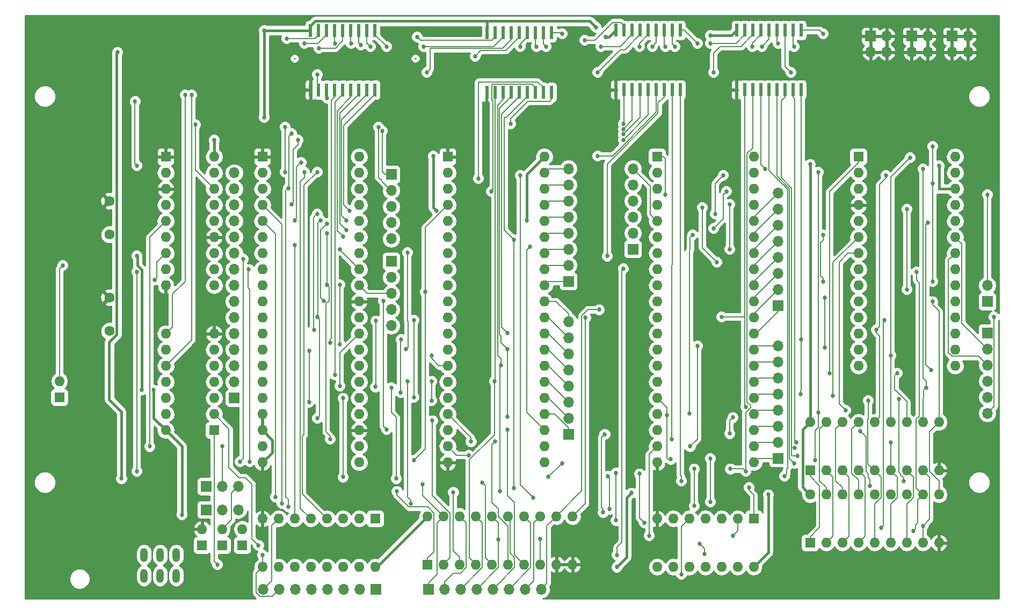
<source format=gbr>
G04 #@! TF.FileFunction,Copper,L2,Bot,Signal*
%FSLAX46Y46*%
G04 Gerber Fmt 4.6, Leading zero omitted, Abs format (unit mm)*
G04 Created by KiCad (PCBNEW 4.0.3-stable) date 10/01/17 01:55:27*
%MOMM*%
%LPD*%
G01*
G04 APERTURE LIST*
%ADD10C,0.100000*%
%ADD11C,0.700000*%
%ADD12O,1.200000X2.200000*%
%ADD13R,1.700000X1.700000*%
%ADD14O,1.700000X1.700000*%
%ADD15R,1.600000X1.600000*%
%ADD16O,1.600000X1.600000*%
%ADD17C,1.600000*%
%ADD18R,0.600000X2.000000*%
%ADD19C,0.685800*%
%ADD20C,0.250000*%
%ADD21C,0.457200*%
%ADD22C,0.152400*%
%ADD23C,0.254000*%
G04 APERTURE END LIST*
D10*
D11*
X82296000Y-128524000D03*
X83566000Y-128524000D03*
X84836000Y-128524000D03*
X86106000Y-128524000D03*
X87376000Y-128524000D03*
X88646000Y-128524000D03*
X82296000Y-126492000D03*
X83566000Y-126492000D03*
X84836000Y-126492000D03*
X86106000Y-126492000D03*
X87376000Y-126492000D03*
X88646000Y-126492000D03*
X88646000Y-124460000D03*
X87376000Y-124460000D03*
X86106000Y-124460000D03*
X84836000Y-124460000D03*
X83566000Y-124460000D03*
D12*
X95631000Y-127002000D03*
X95631000Y-130302000D03*
X98171000Y-127002000D03*
X98171000Y-130302000D03*
X100711000Y-127002000D03*
X100711000Y-130302000D03*
D13*
X223012000Y-45085000D03*
D14*
X225552000Y-45085000D03*
X223012000Y-47625000D03*
X225552000Y-47625000D03*
D13*
X216662000Y-45085000D03*
D14*
X219202000Y-45085000D03*
X216662000Y-47625000D03*
X219202000Y-47625000D03*
D15*
X114300000Y-64135000D03*
D16*
X129540000Y-112395000D03*
X114300000Y-66675000D03*
X129540000Y-109855000D03*
X114300000Y-69215000D03*
X129540000Y-107315000D03*
X114300000Y-71755000D03*
X129540000Y-104775000D03*
X114300000Y-74295000D03*
X129540000Y-102235000D03*
X114300000Y-76835000D03*
X129540000Y-99695000D03*
X114300000Y-79375000D03*
X129540000Y-97155000D03*
X114300000Y-81915000D03*
X129540000Y-94615000D03*
X114300000Y-84455000D03*
X129540000Y-92075000D03*
X114300000Y-86995000D03*
X129540000Y-89535000D03*
X114300000Y-89535000D03*
X129540000Y-86995000D03*
X114300000Y-92075000D03*
X129540000Y-84455000D03*
X114300000Y-94615000D03*
X129540000Y-81915000D03*
X114300000Y-97155000D03*
X129540000Y-79375000D03*
X114300000Y-99695000D03*
X129540000Y-76835000D03*
X114300000Y-102235000D03*
X129540000Y-74295000D03*
X114300000Y-104775000D03*
X129540000Y-71755000D03*
X114300000Y-107315000D03*
X129540000Y-69215000D03*
X114300000Y-109855000D03*
X129540000Y-66675000D03*
X114300000Y-112395000D03*
X129540000Y-64135000D03*
D15*
X107950000Y-125476000D03*
D16*
X107950000Y-122936000D03*
D15*
X82296000Y-102108000D03*
D16*
X82296000Y-99568000D03*
D13*
X105410000Y-116205000D03*
D14*
X107950000Y-116205000D03*
X110490000Y-116205000D03*
D13*
X162560000Y-107950000D03*
D14*
X162560000Y-105410000D03*
X162560000Y-102870000D03*
X162560000Y-100330000D03*
X162560000Y-97790000D03*
X162560000Y-95250000D03*
X162560000Y-92710000D03*
X162560000Y-90170000D03*
D13*
X162560000Y-83820000D03*
D14*
X162560000Y-81280000D03*
X162560000Y-78740000D03*
X162560000Y-76200000D03*
X162560000Y-73660000D03*
X162560000Y-71120000D03*
X162560000Y-68580000D03*
X162560000Y-66040000D03*
D13*
X228600000Y-86995000D03*
D14*
X228600000Y-84455000D03*
D13*
X172720000Y-78740000D03*
D14*
X172720000Y-76200000D03*
X172720000Y-73660000D03*
X172720000Y-71120000D03*
X172720000Y-68580000D03*
X172720000Y-66040000D03*
D13*
X195580000Y-111760000D03*
D14*
X195580000Y-109220000D03*
X195580000Y-106680000D03*
X195580000Y-104140000D03*
X195580000Y-101600000D03*
X195580000Y-99060000D03*
X195580000Y-96520000D03*
X195580000Y-93980000D03*
D13*
X195580000Y-87630000D03*
D14*
X195580000Y-85090000D03*
X195580000Y-82550000D03*
X195580000Y-80010000D03*
X195580000Y-77470000D03*
X195580000Y-74930000D03*
X195580000Y-72390000D03*
X195580000Y-69850000D03*
D13*
X210185000Y-45085000D03*
D14*
X212725000Y-45085000D03*
X210185000Y-47625000D03*
X212725000Y-47625000D03*
D17*
X90170000Y-91660000D03*
X90170000Y-86360000D03*
X90170000Y-76420000D03*
X90170000Y-71120000D03*
D15*
X99060000Y-64135000D03*
D16*
X106680000Y-84455000D03*
X99060000Y-66675000D03*
X106680000Y-81915000D03*
X99060000Y-69215000D03*
X106680000Y-79375000D03*
X99060000Y-71755000D03*
X106680000Y-76835000D03*
X99060000Y-74295000D03*
X106680000Y-74295000D03*
X99060000Y-76835000D03*
X106680000Y-71755000D03*
X99060000Y-79375000D03*
X106680000Y-69215000D03*
X99060000Y-81915000D03*
X106680000Y-66675000D03*
X99060000Y-84455000D03*
X106680000Y-64135000D03*
D15*
X143510000Y-64135000D03*
D16*
X158750000Y-112395000D03*
X143510000Y-66675000D03*
X158750000Y-109855000D03*
X143510000Y-69215000D03*
X158750000Y-107315000D03*
X143510000Y-71755000D03*
X158750000Y-104775000D03*
X143510000Y-74295000D03*
X158750000Y-102235000D03*
X143510000Y-76835000D03*
X158750000Y-99695000D03*
X143510000Y-79375000D03*
X158750000Y-97155000D03*
X143510000Y-81915000D03*
X158750000Y-94615000D03*
X143510000Y-84455000D03*
X158750000Y-92075000D03*
X143510000Y-86995000D03*
X158750000Y-89535000D03*
X143510000Y-89535000D03*
X158750000Y-86995000D03*
X143510000Y-92075000D03*
X158750000Y-84455000D03*
X143510000Y-94615000D03*
X158750000Y-81915000D03*
X143510000Y-97155000D03*
X158750000Y-79375000D03*
X143510000Y-99695000D03*
X158750000Y-76835000D03*
X143510000Y-102235000D03*
X158750000Y-74295000D03*
X143510000Y-104775000D03*
X158750000Y-71755000D03*
X143510000Y-107315000D03*
X158750000Y-69215000D03*
X143510000Y-109855000D03*
X158750000Y-66675000D03*
X143510000Y-112395000D03*
X158750000Y-64135000D03*
D15*
X176530000Y-64135000D03*
D16*
X191770000Y-112395000D03*
X176530000Y-66675000D03*
X191770000Y-109855000D03*
X176530000Y-69215000D03*
X191770000Y-107315000D03*
X176530000Y-71755000D03*
X191770000Y-104775000D03*
X176530000Y-74295000D03*
X191770000Y-102235000D03*
X176530000Y-76835000D03*
X191770000Y-99695000D03*
X176530000Y-79375000D03*
X191770000Y-97155000D03*
X176530000Y-81915000D03*
X191770000Y-94615000D03*
X176530000Y-84455000D03*
X191770000Y-92075000D03*
X176530000Y-86995000D03*
X191770000Y-89535000D03*
X176530000Y-89535000D03*
X191770000Y-86995000D03*
X176530000Y-92075000D03*
X191770000Y-84455000D03*
X176530000Y-94615000D03*
X191770000Y-81915000D03*
X176530000Y-97155000D03*
X191770000Y-79375000D03*
X176530000Y-99695000D03*
X191770000Y-76835000D03*
X176530000Y-102235000D03*
X191770000Y-74295000D03*
X176530000Y-104775000D03*
X191770000Y-71755000D03*
X176530000Y-107315000D03*
X191770000Y-69215000D03*
X176530000Y-109855000D03*
X191770000Y-66675000D03*
X176530000Y-112395000D03*
X191770000Y-64135000D03*
D15*
X208280000Y-64135000D03*
D16*
X223520000Y-97155000D03*
X208280000Y-66675000D03*
X223520000Y-94615000D03*
X208280000Y-69215000D03*
X223520000Y-92075000D03*
X208280000Y-71755000D03*
X223520000Y-89535000D03*
X208280000Y-74295000D03*
X223520000Y-86995000D03*
X208280000Y-76835000D03*
X223520000Y-84455000D03*
X208280000Y-79375000D03*
X223520000Y-81915000D03*
X208280000Y-81915000D03*
X223520000Y-79375000D03*
X208280000Y-84455000D03*
X223520000Y-76835000D03*
X208280000Y-86995000D03*
X223520000Y-74295000D03*
X208280000Y-89535000D03*
X223520000Y-71755000D03*
X208280000Y-92075000D03*
X223520000Y-69215000D03*
X208280000Y-94615000D03*
X223520000Y-66675000D03*
X208280000Y-97155000D03*
X223520000Y-64135000D03*
D15*
X191770000Y-121285000D03*
D16*
X176530000Y-128905000D03*
X189230000Y-121285000D03*
X179070000Y-128905000D03*
X186690000Y-121285000D03*
X181610000Y-128905000D03*
X184150000Y-121285000D03*
X184150000Y-128905000D03*
X181610000Y-121285000D03*
X186690000Y-128905000D03*
X179070000Y-121285000D03*
X189230000Y-128905000D03*
X176530000Y-121285000D03*
X191770000Y-128905000D03*
D15*
X132080000Y-121285000D03*
D16*
X114300000Y-128905000D03*
X129540000Y-121285000D03*
X116840000Y-128905000D03*
X127000000Y-121285000D03*
X119380000Y-128905000D03*
X124460000Y-121285000D03*
X121920000Y-128905000D03*
X121920000Y-121285000D03*
X124460000Y-128905000D03*
X119380000Y-121285000D03*
X127000000Y-128905000D03*
X116840000Y-121285000D03*
X129540000Y-128905000D03*
X114300000Y-121285000D03*
X132080000Y-128905000D03*
D15*
X200660000Y-125095000D03*
D16*
X220980000Y-117475000D03*
X203200000Y-125095000D03*
X218440000Y-117475000D03*
X205740000Y-125095000D03*
X215900000Y-117475000D03*
X208280000Y-125095000D03*
X213360000Y-117475000D03*
X210820000Y-125095000D03*
X210820000Y-117475000D03*
X213360000Y-125095000D03*
X208280000Y-117475000D03*
X215900000Y-125095000D03*
X205740000Y-117475000D03*
X218440000Y-125095000D03*
X203200000Y-117475000D03*
X220980000Y-125095000D03*
X200660000Y-117475000D03*
D15*
X200660000Y-113665000D03*
D16*
X220980000Y-106045000D03*
X203200000Y-113665000D03*
X218440000Y-106045000D03*
X205740000Y-113665000D03*
X215900000Y-106045000D03*
X208280000Y-113665000D03*
X213360000Y-106045000D03*
X210820000Y-113665000D03*
X210820000Y-106045000D03*
X213360000Y-113665000D03*
X208280000Y-106045000D03*
X215900000Y-113665000D03*
X205740000Y-106045000D03*
X218440000Y-113665000D03*
X203200000Y-106045000D03*
X220980000Y-113665000D03*
X200660000Y-106045000D03*
D18*
X199244268Y-53562284D03*
X197974268Y-53562284D03*
X196704268Y-53562284D03*
X195434268Y-53562284D03*
X194164268Y-53562284D03*
X192894268Y-53562284D03*
X191624268Y-53562284D03*
X190354268Y-53562284D03*
X189084268Y-53562284D03*
X189084268Y-44162284D03*
X190354268Y-44162284D03*
X191624268Y-44162284D03*
X192894268Y-44162284D03*
X194164268Y-44162284D03*
X195434268Y-44162284D03*
X196704268Y-44162284D03*
X197974268Y-44162284D03*
X199244268Y-44162284D03*
D15*
X106680000Y-107315000D03*
D16*
X99060000Y-92075000D03*
X106680000Y-104775000D03*
X99060000Y-94615000D03*
X106680000Y-102235000D03*
X99060000Y-97155000D03*
X106680000Y-99695000D03*
X99060000Y-99695000D03*
X106680000Y-97155000D03*
X99060000Y-102235000D03*
X106680000Y-94615000D03*
X99060000Y-104775000D03*
X106680000Y-92075000D03*
X99060000Y-107315000D03*
D18*
X180194268Y-53562284D03*
X178924268Y-53562284D03*
X177654268Y-53562284D03*
X176384268Y-53562284D03*
X175114268Y-53562284D03*
X173844268Y-53562284D03*
X172574268Y-53562284D03*
X171304268Y-53562284D03*
X170034268Y-53562284D03*
X170034268Y-44162284D03*
X171304268Y-44162284D03*
X172574268Y-44162284D03*
X173844268Y-44162284D03*
X175114268Y-44162284D03*
X176384268Y-44162284D03*
X177654268Y-44162284D03*
X178924268Y-44162284D03*
X180194268Y-44162284D03*
X159874268Y-53942284D03*
X158604268Y-53942284D03*
X157334268Y-53942284D03*
X156064268Y-53942284D03*
X154794268Y-53942284D03*
X153524268Y-53942284D03*
X152254268Y-53942284D03*
X150984268Y-53942284D03*
X149714268Y-53942284D03*
X149714268Y-44542284D03*
X150984268Y-44542284D03*
X152254268Y-44542284D03*
X153524268Y-44542284D03*
X154794268Y-44542284D03*
X156064268Y-44542284D03*
X157334268Y-44542284D03*
X158604268Y-44542284D03*
X159874268Y-44542284D03*
X132044168Y-53595000D03*
X130774168Y-53595000D03*
X129504168Y-53595000D03*
X128234168Y-53595000D03*
X126964168Y-53595000D03*
X125694168Y-53595000D03*
X124424168Y-53595000D03*
X123154168Y-53595000D03*
X121884168Y-53595000D03*
X121884168Y-44195000D03*
X123154168Y-44195000D03*
X124424168Y-44195000D03*
X125694168Y-44195000D03*
X126964168Y-44195000D03*
X128234168Y-44195000D03*
X129504168Y-44195000D03*
X130774168Y-44195000D03*
X132044168Y-44195000D03*
D13*
X105410000Y-119888000D03*
D14*
X107950000Y-119888000D03*
X110490000Y-119888000D03*
D13*
X228600000Y-91948000D03*
D14*
X228600000Y-94488000D03*
X228600000Y-97028000D03*
X228600000Y-99568000D03*
X228600000Y-102108000D03*
X228600000Y-104648000D03*
D13*
X109855000Y-102235000D03*
D14*
X109855000Y-99695000D03*
X109855000Y-97155000D03*
X109855000Y-94615000D03*
X109855000Y-92075000D03*
X109855000Y-89535000D03*
X109855000Y-86995000D03*
X109855000Y-84455000D03*
X109855000Y-81915000D03*
X109855000Y-79375000D03*
X109855000Y-76835000D03*
X109855000Y-74295000D03*
X109855000Y-71755000D03*
X109855000Y-69215000D03*
X109855000Y-66675000D03*
D13*
X134620000Y-80645000D03*
D14*
X134620000Y-83185000D03*
X134620000Y-85725000D03*
X134620000Y-88265000D03*
X134620000Y-90805000D03*
D13*
X134620000Y-66929000D03*
D14*
X134620000Y-69469000D03*
X134620000Y-72009000D03*
X134620000Y-74549000D03*
X134620000Y-77089000D03*
D13*
X140462000Y-132461000D03*
D14*
X143002000Y-132461000D03*
X145542000Y-132461000D03*
X148082000Y-132461000D03*
X150622000Y-132461000D03*
X153162000Y-132461000D03*
X155702000Y-132461000D03*
X158242000Y-132461000D03*
D13*
X132207000Y-132461000D03*
D14*
X129667000Y-132461000D03*
X127127000Y-132461000D03*
X124587000Y-132461000D03*
X122047000Y-132461000D03*
X119507000Y-132461000D03*
X116967000Y-132461000D03*
X114427000Y-132461000D03*
D15*
X140335000Y-128524000D03*
D16*
X163195000Y-120904000D03*
X142875000Y-128524000D03*
X160655000Y-120904000D03*
X145415000Y-128524000D03*
X158115000Y-120904000D03*
X147955000Y-128524000D03*
X155575000Y-120904000D03*
X150495000Y-128524000D03*
X153035000Y-120904000D03*
X153035000Y-128524000D03*
X150495000Y-120904000D03*
X155575000Y-128524000D03*
X147955000Y-120904000D03*
X158115000Y-128524000D03*
X145415000Y-120904000D03*
X160655000Y-128524000D03*
X142875000Y-120904000D03*
X163195000Y-128524000D03*
X140335000Y-120904000D03*
D15*
X111125000Y-125476000D03*
D16*
X111125000Y-122936000D03*
D15*
X104775000Y-125476000D03*
D16*
X104775000Y-122936000D03*
D11*
X82296000Y-124460000D03*
D19*
X88646000Y-97282000D03*
X133350000Y-112522000D03*
X93472000Y-84836000D03*
X94488000Y-65532000D03*
X94214000Y-55372000D03*
X184912000Y-44958000D03*
X168402000Y-45212000D03*
X166878000Y-43688000D03*
X114554000Y-57912000D03*
X114554000Y-44195000D03*
X91440000Y-47625000D03*
X92075000Y-114935000D03*
X106680000Y-61468000D03*
X94488000Y-79756000D03*
X155956000Y-74168000D03*
X141224000Y-64008000D03*
X141732000Y-72644000D03*
X220980000Y-65532000D03*
X95250000Y-100931800D03*
X170180000Y-128905000D03*
X200660000Y-65316001D03*
X101600000Y-120650000D03*
X97155000Y-100965000D03*
X194056000Y-117475000D03*
X172466000Y-117221000D03*
X82804000Y-81280000D03*
X202692000Y-44704000D03*
X182880000Y-46228000D03*
X198120000Y-46736000D03*
X179324000Y-46736000D03*
X197612000Y-50800000D03*
X177800000Y-46736000D03*
X195580000Y-46228000D03*
X175768000Y-46736000D03*
X193040000Y-46736000D03*
X173736000Y-46736000D03*
X191516000Y-46736000D03*
X167132000Y-50800000D03*
X185420000Y-50800000D03*
X167640000Y-46736000D03*
X184912000Y-46228000D03*
X165100000Y-45720000D03*
X161544000Y-44704000D03*
X133858000Y-46736000D03*
X159004000Y-46736000D03*
X131318000Y-46736000D03*
X157480000Y-46736000D03*
X129794000Y-46482000D03*
X154940000Y-46736000D03*
X128270000Y-46228000D03*
X123190000Y-46990000D03*
X125730000Y-46228000D03*
X120904000Y-46228000D03*
X118110000Y-45466000D03*
X147828000Y-48260000D03*
X140208000Y-50800000D03*
X139700000Y-46736000D03*
X138684000Y-45212000D03*
X94488000Y-82296000D03*
X94488000Y-113792000D03*
X107950000Y-109855000D03*
X228600000Y-70104000D03*
X187960000Y-71628000D03*
X187960000Y-78740000D03*
X187452000Y-69596000D03*
X185420000Y-75438000D03*
X186944000Y-67056000D03*
X185674000Y-73152000D03*
X177800000Y-70104000D03*
X138176000Y-112014000D03*
X183642000Y-72136000D03*
X185928000Y-80772000D03*
X139954000Y-85471000D03*
X219964000Y-68326000D03*
X219964000Y-83820000D03*
X219964000Y-62484000D03*
X96520000Y-109855000D03*
X103727500Y-59055000D03*
X120904000Y-66548000D03*
X117856000Y-66548000D03*
X117856000Y-59436000D03*
X171196000Y-59766203D03*
X118364000Y-119380000D03*
X118364000Y-69088000D03*
X118872000Y-60452000D03*
X171196000Y-60604406D03*
X119888000Y-61468000D03*
X117348000Y-118872000D03*
X118872000Y-71628000D03*
X171196000Y-61468000D03*
X116332000Y-117856000D03*
X119380000Y-74168000D03*
X120396000Y-65024000D03*
X167132000Y-64008000D03*
X156464000Y-78346399D03*
X168656000Y-79818601D03*
X137160000Y-99568000D03*
X137668000Y-118872000D03*
X111252000Y-80264000D03*
X110744000Y-112268000D03*
X178816000Y-108712000D03*
X112141000Y-81915000D03*
X180340000Y-115316000D03*
X112268000Y-112268000D03*
X137160000Y-79248000D03*
X136906000Y-94488000D03*
X158115000Y-124460000D03*
X217424000Y-82296000D03*
X216916000Y-123190000D03*
X175260000Y-123952000D03*
X146812000Y-111252000D03*
X124968000Y-108712000D03*
X124460000Y-84328000D03*
X124460000Y-76200000D03*
X127000000Y-76708000D03*
X219964000Y-86995000D03*
X126492000Y-100330000D03*
X152908000Y-107188000D03*
X206248000Y-104140000D03*
X210058000Y-116078000D03*
X208534000Y-107442000D03*
X133350000Y-86868000D03*
X133858000Y-107188000D03*
X123952000Y-86868000D03*
X124460000Y-74676000D03*
X127508000Y-75692000D03*
X147193000Y-109093000D03*
X151003000Y-109093000D03*
X204216000Y-101918398D03*
X215392000Y-115316000D03*
X214630000Y-102362000D03*
X122936000Y-105410000D03*
X122936000Y-89408000D03*
X123444000Y-74168000D03*
X127508000Y-74168000D03*
X132080000Y-100457000D03*
X132207000Y-90043000D03*
X178689000Y-111887000D03*
X184912000Y-111760000D03*
X135382000Y-114935000D03*
X148971000Y-115570000D03*
X178054000Y-104902000D03*
X181610000Y-104648000D03*
X182118000Y-76454000D03*
X184912000Y-118618000D03*
X134620000Y-100584000D03*
X122428000Y-91440000D03*
X122936000Y-73152000D03*
X128016000Y-72644000D03*
X126492000Y-93726000D03*
X202946000Y-94234000D03*
X202946000Y-86360000D03*
X126492000Y-84328000D03*
X121666000Y-94742000D03*
X218440000Y-66040000D03*
X218948000Y-100584000D03*
X140970000Y-99568000D03*
X140970000Y-102616000D03*
X121666000Y-102870000D03*
X150876000Y-99568000D03*
X151765000Y-116967000D03*
X144399000Y-117094000D03*
X203708000Y-98298000D03*
X214376000Y-98298000D03*
X140970000Y-95504000D03*
X151892000Y-97028000D03*
X152908000Y-105156000D03*
X141097000Y-105791000D03*
X216408000Y-64262000D03*
X213360000Y-95504000D03*
X152908000Y-94488000D03*
X153924000Y-116408201D03*
X191008000Y-116332000D03*
X153924000Y-77216000D03*
X127000000Y-102235000D03*
X127000000Y-114681000D03*
X135509000Y-116967000D03*
X212598000Y-67056000D03*
X211074000Y-91440000D03*
X136144000Y-92964000D03*
X136080500Y-101346000D03*
X152908000Y-91948000D03*
X150368000Y-69596000D03*
X148336000Y-67564000D03*
X153416000Y-58928000D03*
X132588000Y-59436000D03*
X122936000Y-66548000D03*
X133180698Y-60028698D03*
X171196000Y-58928000D03*
X156972000Y-117932209D03*
X154940000Y-67056000D03*
X215900000Y-85090000D03*
X215900000Y-72390000D03*
X202692000Y-83820000D03*
X202692000Y-76454000D03*
X182880000Y-93980000D03*
X181737000Y-109855000D03*
X161544000Y-112522000D03*
X159385000Y-114681000D03*
X139573000Y-115824000D03*
X199244268Y-92964000D03*
X209804000Y-102616000D03*
X199136000Y-101600000D03*
X113665000Y-125476000D03*
X188468000Y-123952000D03*
X218440000Y-122428000D03*
X186690000Y-89408000D03*
X167386000Y-88265000D03*
X190500000Y-103632000D03*
X188087000Y-113411000D03*
X182372000Y-113411000D03*
X182372000Y-119253000D03*
X190500000Y-113792000D03*
X201930000Y-104521000D03*
X188468000Y-105283000D03*
X187960000Y-107823000D03*
X168275000Y-107950000D03*
X168021000Y-120269000D03*
X201422000Y-112014000D03*
X201930000Y-66548000D03*
X193548000Y-66040000D03*
X168783000Y-114554000D03*
X169037000Y-119761000D03*
X196596000Y-114554000D03*
X151523601Y-124587000D03*
X184023000Y-126873000D03*
X183261000Y-125222000D03*
X198120000Y-112522000D03*
X198247000Y-110109000D03*
X170053000Y-114046000D03*
X170053000Y-121539000D03*
X198628000Y-111379000D03*
X173736000Y-114173000D03*
X174498000Y-121920000D03*
X213360000Y-109220000D03*
X198501000Y-109220000D03*
X124460000Y-54864000D03*
X102108000Y-54356000D03*
X122936000Y-51145806D03*
X103124000Y-54356000D03*
X125730000Y-98552000D03*
X125044200Y-93472000D03*
X219202000Y-74549000D03*
X219710000Y-97790000D03*
X229616000Y-89408000D03*
X119380000Y-78105000D03*
X97282000Y-83566000D03*
X126492000Y-78740000D03*
X165227000Y-89535000D03*
X138176000Y-89916000D03*
X138176000Y-102108000D03*
X180340000Y-130048000D03*
X107188000Y-128524000D03*
X171196000Y-81788000D03*
X170180000Y-127000000D03*
X114300000Y-127000000D03*
X212344000Y-89916000D03*
X211836000Y-122682000D03*
D20*
X119408060Y-48641108D02*
X119323062Y-48641108D01*
X138429892Y-48641108D02*
X138394168Y-48641108D01*
D21*
X114300000Y-107315000D02*
X115874790Y-108889790D01*
X115874790Y-108889790D02*
X115874790Y-110820210D01*
X115874790Y-110820210D02*
X115099999Y-111595001D01*
X115099999Y-111595001D02*
X114300000Y-112395000D01*
D22*
X94214000Y-55372000D02*
X94214000Y-65258000D01*
X94214000Y-65258000D02*
X94488000Y-65532000D01*
D21*
X90164000Y-98044000D02*
X90164000Y-93401882D01*
X90164000Y-102489000D02*
X90164000Y-98044000D01*
X149606000Y-42737800D02*
X165927800Y-42737800D01*
X122641368Y-42737800D02*
X149606000Y-42737800D01*
X149606000Y-42737800D02*
X149714268Y-42846068D01*
X149714268Y-42846068D02*
X149714268Y-44542284D01*
X184912000Y-44958000D02*
X188288552Y-44958000D01*
X188288552Y-44958000D02*
X189084268Y-44162284D01*
X168402000Y-45212000D02*
X168984552Y-45212000D01*
X168984552Y-45212000D02*
X170034268Y-44162284D01*
X121884168Y-44195000D02*
X121884168Y-43495000D01*
X121884168Y-43495000D02*
X122641368Y-42737800D01*
X165927800Y-42737800D02*
X166878000Y-43688000D01*
X114554000Y-44195000D02*
X121884168Y-44195000D01*
X114554000Y-44195000D02*
X114554000Y-57912000D01*
X91351001Y-56162635D02*
X91351001Y-47713999D01*
X91351001Y-47713999D02*
X91440000Y-47625000D01*
X90164000Y-93401882D02*
X91351001Y-92214881D01*
X91351001Y-92214881D02*
X91351001Y-56162635D01*
X92075000Y-114935000D02*
X92075000Y-104400000D01*
X92075000Y-104400000D02*
X90164000Y-102489000D01*
X99060000Y-107315000D02*
X97155000Y-105410000D01*
X97155000Y-105410000D02*
X97155000Y-100965000D01*
X101600000Y-109855000D02*
X99060000Y-107315000D01*
X191770000Y-128905000D02*
X194056000Y-126619000D01*
X194056000Y-126619000D02*
X194056000Y-117475000D01*
X106680000Y-64135000D02*
X106680000Y-61468000D01*
X140335000Y-120904000D02*
X132334000Y-128905000D01*
X132334000Y-128905000D02*
X132080000Y-128905000D01*
X220980000Y-69215000D02*
X223520000Y-69215000D01*
X94615000Y-81351626D02*
X94615000Y-79883000D01*
X94615000Y-79883000D02*
X94488000Y-79756000D01*
X155956000Y-74168000D02*
X155956000Y-66929000D01*
X155956000Y-66929000D02*
X158750000Y-64135000D01*
X141224000Y-72136000D02*
X141224000Y-64008000D01*
X141732000Y-72644000D02*
X141224000Y-72136000D01*
X220980000Y-65532000D02*
X220980000Y-69215000D01*
X94615000Y-81351626D02*
X95250000Y-81986626D01*
X95250000Y-81986626D02*
X95250000Y-100931800D01*
X200660000Y-101600000D02*
X200660000Y-65316001D01*
X200660000Y-101981000D02*
X200660000Y-101600000D01*
X200660000Y-101600000D02*
X200660000Y-106045000D01*
X171704000Y-117983000D02*
X171704000Y-127381000D01*
X171704000Y-127381000D02*
X170180000Y-128905000D01*
X172466000Y-117221000D02*
X171704000Y-117983000D01*
X200660000Y-106045000D02*
X199478999Y-107226001D01*
X199478999Y-107226001D02*
X199478999Y-116293999D01*
X199478999Y-116293999D02*
X199860001Y-116675001D01*
X199860001Y-116675001D02*
X200660000Y-117475000D01*
X101600000Y-109855000D02*
X101600000Y-120650000D01*
D22*
X107950000Y-122936000D02*
X109411399Y-121474601D01*
X109640001Y-117054999D02*
X110490000Y-116205000D01*
X109411399Y-121474601D02*
X109411399Y-117283601D01*
X109411399Y-117283601D02*
X109640001Y-117054999D01*
X110236000Y-116459000D02*
X110490000Y-116205000D01*
X82296000Y-99568000D02*
X82296000Y-81788000D01*
X82296000Y-81788000D02*
X82804000Y-81280000D01*
X199244268Y-44162284D02*
X202150284Y-44162284D01*
X202150284Y-44162284D02*
X202692000Y-44704000D01*
X180194268Y-44162284D02*
X180814284Y-44162284D01*
X180814284Y-44162284D02*
X182880000Y-46228000D01*
X197974268Y-44162284D02*
X197974268Y-46590268D01*
X197974268Y-46590268D02*
X198120000Y-46736000D01*
X178924268Y-44162284D02*
X178924268Y-46336268D01*
X178924268Y-46336268D02*
X179324000Y-46736000D01*
X196704268Y-44162284D02*
X196704268Y-49892268D01*
X196704268Y-49892268D02*
X197612000Y-50800000D01*
X177654268Y-44162284D02*
X177654268Y-46590268D01*
X177654268Y-46590268D02*
X177800000Y-46736000D01*
X195434268Y-44162284D02*
X195434268Y-46082268D01*
X195434268Y-46082268D02*
X195580000Y-46228000D01*
X176384268Y-44162284D02*
X176384268Y-46119732D01*
X176384268Y-46119732D02*
X175768000Y-46736000D01*
X194164268Y-44162284D02*
X194164268Y-45611732D01*
X194164268Y-45611732D02*
X193040000Y-46736000D01*
X175114268Y-44162284D02*
X175114268Y-44862284D01*
X175114268Y-44862284D02*
X173736000Y-46240552D01*
X173736000Y-46240552D02*
X173736000Y-46736000D01*
X192894268Y-44162284D02*
X192894268Y-44862284D01*
X192894268Y-44862284D02*
X191516000Y-46240552D01*
X191516000Y-46240552D02*
X191516000Y-46736000D01*
X171462552Y-47244000D02*
X170688000Y-47244000D01*
X170688000Y-47244000D02*
X167132000Y-50800000D01*
X173844268Y-44162284D02*
X173844268Y-44862284D01*
X173844268Y-44862284D02*
X171462552Y-47244000D01*
X186436000Y-46736000D02*
X185420000Y-47752000D01*
X185420000Y-47752000D02*
X185420000Y-50800000D01*
X189750552Y-46736000D02*
X186436000Y-46736000D01*
X191624268Y-44162284D02*
X191624268Y-44862284D01*
X191624268Y-44862284D02*
X189750552Y-46736000D01*
X172574268Y-44162284D02*
X172574268Y-44862284D01*
X172574268Y-44862284D02*
X170700552Y-46736000D01*
X170700552Y-46736000D02*
X170442034Y-46736000D01*
X170442034Y-46736000D02*
X167640000Y-46736000D01*
X190354268Y-44162284D02*
X190354268Y-44862284D01*
X190354268Y-44862284D02*
X188988552Y-46228000D01*
X188988552Y-46228000D02*
X188730034Y-46228000D01*
X188730034Y-46228000D02*
X184912000Y-46228000D01*
X171304268Y-44162284D02*
X171304268Y-43462284D01*
X171304268Y-43462284D02*
X170775667Y-42933683D01*
X170775667Y-42933683D02*
X169551387Y-42933683D01*
X169551387Y-42933683D02*
X166765070Y-45720000D01*
X166765070Y-45720000D02*
X165100000Y-45720000D01*
X159874268Y-44542284D02*
X161382284Y-44542284D01*
X161382284Y-44542284D02*
X161544000Y-44704000D01*
X132044168Y-44195000D02*
X132044168Y-44895000D01*
X132044168Y-44895000D02*
X133858000Y-46708832D01*
X133858000Y-46708832D02*
X133858000Y-46736000D01*
X158604268Y-44542284D02*
X158604268Y-46336268D01*
X158604268Y-46336268D02*
X159004000Y-46736000D01*
X130774168Y-44195000D02*
X130774168Y-46192168D01*
X130774168Y-46192168D02*
X131318000Y-46736000D01*
X157334268Y-44542284D02*
X157334268Y-46590268D01*
X157334268Y-46590268D02*
X157480000Y-46736000D01*
X129504168Y-44195000D02*
X129504168Y-46192168D01*
X129504168Y-46192168D02*
X129794000Y-46482000D01*
X156064268Y-44542284D02*
X156064268Y-45242284D01*
X156064268Y-45242284D02*
X154940000Y-46366552D01*
X154940000Y-46366552D02*
X154940000Y-46736000D01*
X128234168Y-44195000D02*
X128234168Y-46192168D01*
X128234168Y-46192168D02*
X128270000Y-46228000D01*
X126964168Y-44195000D02*
X126964168Y-45839654D01*
X126964168Y-45839654D02*
X125813822Y-46990000D01*
X125813822Y-46990000D02*
X123190000Y-46990000D01*
X125694168Y-44195000D02*
X125694168Y-46192168D01*
X125694168Y-46192168D02*
X125730000Y-46228000D01*
X124424168Y-44895000D02*
X123091168Y-46228000D01*
X123091168Y-46228000D02*
X122832650Y-46228000D01*
X122832650Y-46228000D02*
X120904000Y-46228000D01*
D20*
X124424168Y-44195000D02*
X124424168Y-44895000D01*
D22*
X123154168Y-44895000D02*
X122583168Y-45466000D01*
X122583168Y-45466000D02*
X122324650Y-45466000D01*
X122324650Y-45466000D02*
X118110000Y-45466000D01*
D20*
X123154168Y-44195000D02*
X123154168Y-44895000D01*
D22*
X151013064Y-47345620D02*
X148742380Y-47345620D01*
X148742380Y-47345620D02*
X147828000Y-48260000D01*
X154794268Y-44542284D02*
X154794268Y-45242284D01*
X154794268Y-45242284D02*
X152690932Y-47345620D01*
X152690932Y-47345620D02*
X151013064Y-47345620D01*
X140716000Y-47040810D02*
X140716000Y-50292000D01*
X140716000Y-50292000D02*
X140208000Y-50800000D01*
X150886808Y-47040810D02*
X140716000Y-47040810D01*
X153524268Y-44542284D02*
X153524268Y-45694684D01*
X153524268Y-45694684D02*
X152178142Y-47040810D01*
X152178142Y-47040810D02*
X150886808Y-47040810D01*
X152254268Y-44542284D02*
X152254268Y-45242284D01*
X152254268Y-45242284D02*
X150760552Y-46736000D01*
X150760552Y-46736000D02*
X139700000Y-46736000D01*
X150984268Y-44542284D02*
X150984268Y-45242284D01*
X150984268Y-45242284D02*
X150455667Y-45770885D01*
X150455667Y-45770885D02*
X139242885Y-45770885D01*
X139242885Y-45770885D02*
X139026899Y-45554899D01*
X139026899Y-45554899D02*
X138684000Y-45212000D01*
X94488000Y-113792000D02*
X94488000Y-82296000D01*
X107950000Y-116205000D02*
X107950000Y-109855000D01*
X162560000Y-107950000D02*
X162560000Y-106947600D01*
X162560000Y-106947600D02*
X160387400Y-104775000D01*
X159881370Y-104775000D02*
X158750000Y-104775000D01*
X160387400Y-104775000D02*
X159881370Y-104775000D01*
X162560000Y-105410000D02*
X159385000Y-102235000D01*
X159385000Y-102235000D02*
X158750000Y-102235000D01*
X162560000Y-102870000D02*
X159385000Y-99695000D01*
X159385000Y-99695000D02*
X158750000Y-99695000D01*
X162560000Y-100330000D02*
X159385000Y-97155000D01*
X159385000Y-97155000D02*
X158750000Y-97155000D01*
X162560000Y-97790000D02*
X159385000Y-94615000D01*
X159385000Y-94615000D02*
X158750000Y-94615000D01*
X162560000Y-95250000D02*
X159385000Y-92075000D01*
X159385000Y-92075000D02*
X158750000Y-92075000D01*
X162560000Y-92710000D02*
X159385000Y-89535000D01*
X159385000Y-89535000D02*
X158750000Y-89535000D01*
X162560000Y-90170000D02*
X162560000Y-88967919D01*
X162560000Y-88967919D02*
X160587081Y-86995000D01*
X160587081Y-86995000D02*
X159881370Y-86995000D01*
X159881370Y-86995000D02*
X158750000Y-86995000D01*
X162560000Y-83820000D02*
X159385000Y-83820000D01*
X159385000Y-83820000D02*
X158750000Y-84455000D01*
X162560000Y-81280000D02*
X159385000Y-81280000D01*
X159385000Y-81280000D02*
X158750000Y-81915000D01*
X162560000Y-78740000D02*
X159385000Y-78740000D01*
X159385000Y-78740000D02*
X158750000Y-79375000D01*
X162560000Y-76200000D02*
X159385000Y-76200000D01*
X159385000Y-76200000D02*
X158750000Y-76835000D01*
X162560000Y-73660000D02*
X159385000Y-73660000D01*
X159385000Y-73660000D02*
X158750000Y-74295000D01*
X162560000Y-71120000D02*
X159385000Y-71120000D01*
X159385000Y-71120000D02*
X158750000Y-71755000D01*
X162560000Y-68580000D02*
X159385000Y-68580000D01*
X159385000Y-68580000D02*
X158750000Y-69215000D01*
X162560000Y-66040000D02*
X159385000Y-66040000D01*
X159385000Y-66040000D02*
X158750000Y-66675000D01*
X228600000Y-84455000D02*
X228600000Y-70104000D01*
X187960000Y-75565000D02*
X187960000Y-71628000D01*
X187960000Y-78740000D02*
X187960000Y-75565000D01*
X186944000Y-73914000D02*
X186944000Y-70104000D01*
X186944000Y-70104000D02*
X187452000Y-69596000D01*
X185420000Y-75438000D02*
X186944000Y-73914000D01*
X187388500Y-69659500D02*
X187452000Y-69596000D01*
X185674000Y-73152000D02*
X185674000Y-68326000D01*
X185674000Y-68326000D02*
X186944000Y-67056000D01*
X186817000Y-67183000D02*
X186944000Y-67056000D01*
X177800000Y-70104000D02*
X177800000Y-64452600D01*
X177800000Y-64452600D02*
X177482400Y-64135000D01*
X177482400Y-64135000D02*
X176530000Y-64135000D01*
X172720000Y-66040000D02*
X175501399Y-68821399D01*
X175501399Y-68821399D02*
X175501399Y-73266399D01*
X175730001Y-73495001D02*
X176530000Y-74295000D01*
X175501399Y-73266399D02*
X175730001Y-73495001D01*
X195580000Y-111760000D02*
X192405000Y-111760000D01*
X192405000Y-111760000D02*
X191770000Y-112395000D01*
X195580000Y-109220000D02*
X192405000Y-109220000D01*
X192405000Y-109220000D02*
X191770000Y-109855000D01*
X195580000Y-106680000D02*
X192405000Y-106680000D01*
X192405000Y-106680000D02*
X191770000Y-107315000D01*
X195580000Y-104140000D02*
X192405000Y-104140000D01*
X192405000Y-104140000D02*
X191770000Y-104775000D01*
X195580000Y-101600000D02*
X192405000Y-101600000D01*
X192405000Y-101600000D02*
X191770000Y-102235000D01*
X195580000Y-99060000D02*
X192405000Y-99060000D01*
X192405000Y-99060000D02*
X191770000Y-99695000D01*
X195580000Y-96520000D02*
X192405000Y-96520000D01*
X192405000Y-96520000D02*
X191770000Y-97155000D01*
X195580000Y-93980000D02*
X192405000Y-93980000D01*
X192405000Y-93980000D02*
X191770000Y-94615000D01*
X195580000Y-87630000D02*
X195580000Y-88632400D01*
X195580000Y-88632400D02*
X192137400Y-92075000D01*
X192137400Y-92075000D02*
X191770000Y-92075000D01*
X195580000Y-85090000D02*
X191770000Y-88900000D01*
X191770000Y-88900000D02*
X191770000Y-89535000D01*
X195580000Y-82550000D02*
X191770000Y-86360000D01*
X191770000Y-86360000D02*
X191770000Y-86995000D01*
X195580000Y-80010000D02*
X191770000Y-83820000D01*
X191770000Y-83820000D02*
X191770000Y-84455000D01*
X195580000Y-77470000D02*
X191770000Y-81280000D01*
X191770000Y-81280000D02*
X191770000Y-81915000D01*
X195580000Y-74930000D02*
X191770000Y-78740000D01*
X191770000Y-78740000D02*
X191770000Y-79375000D01*
X195580000Y-72390000D02*
X191770000Y-76200000D01*
X191770000Y-76200000D02*
X191770000Y-76835000D01*
X195580000Y-69850000D02*
X191770000Y-73660000D01*
X191770000Y-73660000D02*
X191770000Y-74295000D01*
X139954000Y-109982000D02*
X139954000Y-109855000D01*
X139954000Y-109855000D02*
X139954000Y-109537500D01*
X139954000Y-110236000D02*
X139954000Y-109855000D01*
X138176000Y-112014000D02*
X139954000Y-110236000D01*
X183642000Y-72136000D02*
X183642000Y-78486000D01*
X183642000Y-78486000D02*
X185928000Y-80772000D01*
X139954000Y-109537500D02*
X139954000Y-85471000D01*
X139954000Y-85471000D02*
X139954000Y-75311000D01*
X139954000Y-75311000D02*
X143510000Y-71755000D01*
X219964000Y-66040000D02*
X219964000Y-68326000D01*
X219964000Y-68326000D02*
X219964000Y-83820000D01*
X219964000Y-62484000D02*
X219964000Y-66040000D01*
X99060000Y-74295000D02*
X96520000Y-76835000D01*
X96520000Y-76835000D02*
X96520000Y-109855000D01*
X103727500Y-59055000D02*
X103727500Y-66262500D01*
X103727500Y-66262500D02*
X106680000Y-69215000D01*
X117856000Y-60452000D02*
X117856000Y-59436000D01*
X120278388Y-119643388D02*
X120278388Y-68072000D01*
X120904000Y-66548000D02*
X120904000Y-67446388D01*
X120904000Y-67446388D02*
X120278388Y-68072000D01*
X121920000Y-121285000D02*
X120278388Y-119643388D01*
X117856000Y-60452000D02*
X117856000Y-66548000D01*
X172574268Y-53562284D02*
X172574268Y-58387935D01*
X172574268Y-58387935D02*
X171196000Y-59766203D01*
X118872000Y-60452000D02*
X118448698Y-60875302D01*
X118448698Y-60875302D02*
X118448698Y-69003302D01*
X118448698Y-69003302D02*
X118364000Y-69088000D01*
X118364000Y-119380000D02*
X118364000Y-118196567D01*
X118364000Y-118196567D02*
X118021101Y-117853668D01*
X118021101Y-117853668D02*
X118021101Y-69430899D01*
X118021101Y-69430899D02*
X118364000Y-69088000D01*
X173844268Y-53562284D02*
X173844268Y-57956138D01*
X173844268Y-57956138D02*
X171196000Y-60604406D01*
X119135388Y-62992000D02*
X119135388Y-71364612D01*
X119888000Y-61468000D02*
X119888000Y-62239388D01*
X119888000Y-62239388D02*
X119135388Y-62992000D01*
X117348000Y-118872000D02*
X117348000Y-74803000D01*
X117348000Y-74803000D02*
X114300000Y-71755000D01*
X119135388Y-71364612D02*
X118872000Y-71628000D01*
X175114268Y-53562284D02*
X175114268Y-57549732D01*
X175114268Y-57549732D02*
X171196000Y-61468000D01*
X176384268Y-57125554D02*
X170009822Y-63500000D01*
X167132000Y-64008000D02*
X169501822Y-64008000D01*
X170009822Y-63500000D02*
X169832021Y-63677801D01*
X169501822Y-64008000D02*
X170009822Y-63500000D01*
X119706888Y-66040000D02*
X119706888Y-73841112D01*
X119706888Y-65713112D02*
X119706888Y-66040000D01*
X120396000Y-65024000D02*
X119706888Y-65713112D01*
X116332000Y-117856000D02*
X116332000Y-76327000D01*
X116332000Y-76327000D02*
X114300000Y-74295000D01*
X119706888Y-73841112D02*
X119380000Y-74168000D01*
X176384268Y-53562284D02*
X176384268Y-57125554D01*
X158750000Y-107315000D02*
X155956000Y-104521000D01*
X155956000Y-104521000D02*
X155956000Y-78854399D01*
X155956000Y-78854399D02*
X156464000Y-78346399D01*
X176689077Y-57251811D02*
X168656000Y-65284888D01*
X168656000Y-65284888D02*
X168656000Y-79818601D01*
X177654268Y-53562284D02*
X177654268Y-54714684D01*
X177654268Y-54714684D02*
X176689078Y-55679874D01*
X176689078Y-55679874D02*
X176689077Y-57251811D01*
X177654268Y-54262284D02*
X177654268Y-53562284D01*
X137668000Y-118364000D02*
X137160000Y-117856000D01*
X137668000Y-118872000D02*
X137668000Y-118364000D01*
X137160000Y-117856000D02*
X137160000Y-99568000D01*
X111252000Y-80264000D02*
X111252000Y-111760000D01*
X111252000Y-111760000D02*
X110744000Y-112268000D01*
X178924268Y-81171732D02*
X178816000Y-81280000D01*
X178816000Y-81280000D02*
X178816000Y-108712000D01*
X178924268Y-53562284D02*
X178924268Y-81171732D01*
X208280000Y-117475000D02*
X208280000Y-115187330D01*
X208280000Y-115187330D02*
X207251399Y-114158729D01*
X207251399Y-114158729D02*
X207251399Y-107073601D01*
X207251399Y-107073601D02*
X207480001Y-106844999D01*
X207480001Y-106844999D02*
X208280000Y-106045000D01*
X112331501Y-112204499D02*
X112331501Y-85102691D01*
X112064810Y-84836000D02*
X112064810Y-81991190D01*
X112268000Y-112268000D02*
X112331501Y-112204499D01*
X112331501Y-85102691D02*
X112064810Y-84836000D01*
X112064810Y-81991190D02*
X112141000Y-81915000D01*
X180194268Y-114445732D02*
X180340000Y-114591464D01*
X180340000Y-114591464D02*
X180340000Y-115316000D01*
X180194268Y-53562284D02*
X180194268Y-114445732D01*
X205740000Y-117475000D02*
X205740000Y-116343630D01*
X205740000Y-116343630D02*
X204711399Y-115315029D01*
X204711399Y-115315029D02*
X204711399Y-107073601D01*
X204711399Y-107073601D02*
X204940001Y-106844999D01*
X204940001Y-106844999D02*
X205740000Y-106045000D01*
X137160000Y-79248000D02*
X137160000Y-89999822D01*
X137160000Y-89999822D02*
X137248899Y-90088721D01*
X137248899Y-90088721D02*
X137248899Y-94145101D01*
X137248899Y-94145101D02*
X136906000Y-94488000D01*
X158115000Y-128524000D02*
X158115000Y-124460000D01*
X217868500Y-84074000D02*
X217868500Y-105094170D01*
X217424000Y-82296000D02*
X217424000Y-83629500D01*
X217424000Y-83629500D02*
X217868500Y-84074000D01*
X217640001Y-121920000D02*
X217640001Y-118274999D01*
X216916000Y-123190000D02*
X217258899Y-122847101D01*
X217258899Y-122301102D02*
X217640001Y-121920000D01*
X217258899Y-122847101D02*
X217258899Y-122301102D01*
X175260000Y-111125000D02*
X175260000Y-123444000D01*
X175260000Y-123444000D02*
X175260000Y-123571000D01*
X175260000Y-123952000D02*
X175260000Y-123444000D01*
X124460000Y-84328000D02*
X124460000Y-76200000D01*
X126085568Y-56896000D02*
X126085568Y-75692000D01*
X127000000Y-76708000D02*
X126085568Y-75793568D01*
X126085568Y-75793568D02*
X126085568Y-75692000D01*
X143510000Y-109855000D02*
X144907000Y-111252000D01*
X144907000Y-111252000D02*
X146812000Y-111252000D01*
X217868500Y-105094170D02*
X217411399Y-105551271D01*
X217411399Y-105551271D02*
X217411399Y-116446399D01*
X217411399Y-116446399D02*
X217640001Y-116675001D01*
X217640001Y-116675001D02*
X218440000Y-117475000D01*
X217640001Y-118274999D02*
X218440000Y-117475000D01*
X176530000Y-109855000D02*
X175260000Y-111125000D01*
X124968000Y-108712000D02*
X124968000Y-108227067D01*
X124332999Y-87332823D02*
X124802899Y-86862923D01*
X124968000Y-108227067D02*
X124332999Y-107592066D01*
X124332999Y-107592066D02*
X124332999Y-87332823D01*
X124802899Y-86862923D02*
X124802899Y-84670899D01*
X124802899Y-84670899D02*
X124460000Y-84328000D01*
X128234168Y-53595000D02*
X128234168Y-54747400D01*
X128234168Y-54747400D02*
X126085568Y-56896000D01*
X219964000Y-86995000D02*
X219964000Y-87479933D01*
X219964000Y-87479933D02*
X220980000Y-88495933D01*
X220980000Y-88495933D02*
X220980000Y-88900000D01*
X129540000Y-92075000D02*
X126492000Y-95123000D01*
X126492000Y-95123000D02*
X126492000Y-100330000D01*
X220980000Y-106045000D02*
X220980000Y-88900000D01*
X220980000Y-117475000D02*
X220980000Y-115316000D01*
X220980000Y-115316000D02*
X219468601Y-113804601D01*
X219468601Y-113804601D02*
X219468601Y-107556399D01*
X219468601Y-107556399D02*
X220180001Y-106844999D01*
X220180001Y-106844999D02*
X220980000Y-106045000D01*
X152908000Y-112776000D02*
X152908000Y-107188000D01*
X152908000Y-115189000D02*
X152908000Y-112776000D01*
X152908000Y-117602000D02*
X152908000Y-115189000D01*
X154063601Y-118757601D02*
X152908000Y-117602000D01*
X155575000Y-128524000D02*
X154063601Y-127012601D01*
X154063601Y-127012601D02*
X154063601Y-118757601D01*
X205232000Y-80772000D02*
X205232000Y-103124000D01*
X205232000Y-103124000D02*
X206248000Y-104140000D01*
X206629000Y-79375000D02*
X205232000Y-80772000D01*
X208280000Y-79375000D02*
X206629000Y-79375000D01*
X123952000Y-75184000D02*
X124460000Y-74676000D01*
X127508000Y-75692000D02*
X126492000Y-74676000D01*
X126492000Y-74676000D02*
X126492000Y-57307168D01*
X126492000Y-57307168D02*
X129504168Y-54295000D01*
X129504168Y-54295000D02*
X129504168Y-53595000D01*
X209880101Y-114247431D02*
X209880101Y-114808000D01*
X210058000Y-116078000D02*
X210058000Y-114985899D01*
X210058000Y-114985899D02*
X209880101Y-114808000D01*
X123444000Y-75692000D02*
X123952000Y-75184000D01*
X123444000Y-86360000D02*
X123444000Y-75692000D01*
X123952000Y-86868000D02*
X123444000Y-86360000D01*
X208534000Y-107442000D02*
X209486589Y-108394589D01*
X209486589Y-108394589D02*
X209486589Y-113853919D01*
X209486589Y-113853919D02*
X209880101Y-114247431D01*
X133858000Y-107188000D02*
X133350000Y-106680000D01*
X133350000Y-106680000D02*
X133350000Y-86868000D01*
X123888499Y-86804499D02*
X123952000Y-86868000D01*
X147193000Y-109093000D02*
X147193000Y-108458000D01*
X147193000Y-108458000D02*
X143510000Y-104775000D01*
X150495000Y-113030000D02*
X150495000Y-109601000D01*
X150495000Y-109601000D02*
X151003000Y-109093000D01*
X150495000Y-118745000D02*
X150495000Y-113030000D01*
X151523601Y-119773601D02*
X150495000Y-118745000D01*
X153035000Y-128524000D02*
X153035000Y-122426330D01*
X153035000Y-122426330D02*
X151523601Y-120914931D01*
X151523601Y-120914931D02*
X151523601Y-119773601D01*
X214960101Y-114247431D02*
X214960101Y-114300000D01*
X215392000Y-115316000D02*
X215392000Y-114831067D01*
X215392000Y-114831067D02*
X214960101Y-114399168D01*
X214960101Y-114399168D02*
X214960101Y-114300000D01*
X126796810Y-58272358D02*
X126796810Y-73152000D01*
X127508000Y-74168000D02*
X126796810Y-73456810D01*
X126796810Y-73456810D02*
X126796810Y-73152000D01*
X204279501Y-100774499D02*
X204216000Y-100838000D01*
X204216000Y-100838000D02*
X204216000Y-101918398D01*
X208280000Y-76835000D02*
X204279501Y-80835499D01*
X204279501Y-80835499D02*
X204279501Y-100774499D01*
X214630000Y-102362000D02*
X214630000Y-113917330D01*
X214630000Y-113917330D02*
X214960101Y-114247431D01*
X122936000Y-105410000D02*
X123278899Y-105067101D01*
X123278899Y-105067101D02*
X123278899Y-89750899D01*
X123278899Y-89750899D02*
X122936000Y-89408000D01*
X123444000Y-74168000D02*
X123101101Y-74510899D01*
X123101101Y-74510899D02*
X123101101Y-89242899D01*
X123101101Y-89242899D02*
X122936000Y-89408000D01*
X130774168Y-53595000D02*
X130774168Y-54295000D01*
X130774168Y-54295000D02*
X126796810Y-58272358D01*
X132207000Y-90424000D02*
X132207000Y-90043000D01*
X132207000Y-90424000D02*
X132207000Y-100330000D01*
X132207000Y-100330000D02*
X132080000Y-100457000D01*
X178054000Y-104902000D02*
X178054000Y-111506000D01*
X178689000Y-111887000D02*
X178204067Y-111887000D01*
X178054000Y-111736933D02*
X178054000Y-111506000D01*
X178204067Y-111887000D02*
X178054000Y-111736933D01*
X184912000Y-118618000D02*
X184912000Y-111760000D01*
X134620000Y-104521000D02*
X134620000Y-100584000D01*
X135382000Y-105283000D02*
X134620000Y-104521000D01*
X135382000Y-114935000D02*
X135382000Y-105283000D01*
X150495000Y-128524000D02*
X149466399Y-127495399D01*
X149466399Y-127495399D02*
X149466399Y-116065399D01*
X149466399Y-116065399D02*
X148971000Y-115570000D01*
X181610000Y-78994000D02*
X181610000Y-104648000D01*
X181775101Y-78828899D02*
X181610000Y-78994000D01*
X182118000Y-76454000D02*
X181775101Y-76796899D01*
X181775101Y-76796899D02*
X181775101Y-78828899D01*
X178054000Y-104902000D02*
X178054000Y-103759000D01*
X178054000Y-103759000D02*
X176530000Y-102235000D01*
X127101620Y-68072000D02*
X127101620Y-70612000D01*
X127101620Y-71729620D02*
X127101620Y-70612000D01*
X128016000Y-72644000D02*
X127101620Y-71729620D01*
X122936000Y-73152000D02*
X122364499Y-73723501D01*
X122364499Y-73723501D02*
X122364499Y-91376499D01*
X122364499Y-91376499D02*
X122428000Y-91440000D01*
X127101620Y-60960000D02*
X127101620Y-68072000D01*
X127101620Y-59237548D02*
X127101620Y-60960000D01*
X132044168Y-53595000D02*
X132044168Y-54295000D01*
X132044168Y-54295000D02*
X127101620Y-59237548D01*
X134620000Y-85725000D02*
X130810000Y-85725000D01*
X130810000Y-85725000D02*
X129540000Y-84455000D01*
X202957842Y-87376000D02*
X202957842Y-94222158D01*
X202946000Y-86360000D02*
X202946000Y-87364158D01*
X202946000Y-87364158D02*
X202957842Y-87376000D01*
X202957842Y-94222158D02*
X202946000Y-94234000D01*
X126492000Y-93726000D02*
X126492000Y-84328000D01*
X147955000Y-128524000D02*
X146926399Y-127495399D01*
X146926399Y-127495399D02*
X146926399Y-111983423D01*
X146926399Y-111983423D02*
X150876000Y-108033822D01*
X150876000Y-108033822D02*
X150876000Y-100052933D01*
X150876000Y-100052933D02*
X150876000Y-99568000D01*
X140970000Y-99568000D02*
X140970000Y-102679500D01*
X218440000Y-102362000D02*
X218440000Y-106045000D01*
X218948000Y-100584000D02*
X218605101Y-100926899D01*
X218605101Y-102196899D02*
X218440000Y-102362000D01*
X218605101Y-100926899D02*
X218605101Y-102196899D01*
X218440000Y-99060000D02*
X218440000Y-66040000D01*
X218948000Y-100584000D02*
X218948000Y-99568000D01*
X218948000Y-99568000D02*
X218440000Y-99060000D01*
X121666000Y-94742000D02*
X121666000Y-102640413D01*
X121436413Y-102640413D02*
X121666000Y-102870000D01*
X150984268Y-53942284D02*
X150984268Y-99459732D01*
X150984268Y-99459732D02*
X150876000Y-99568000D01*
X151765000Y-116967000D02*
X151765000Y-97155000D01*
X151765000Y-97155000D02*
X151892000Y-97028000D01*
X144386399Y-126364029D02*
X144386399Y-117106601D01*
X144386399Y-117106601D02*
X144399000Y-117094000D01*
X145415000Y-128524000D02*
X145415000Y-127392630D01*
X145415000Y-127392630D02*
X144386399Y-126364029D01*
X140970000Y-95504000D02*
X140970000Y-95988933D01*
X140970000Y-95988933D02*
X142136067Y-97155000D01*
X142136067Y-97155000D02*
X142378630Y-97155000D01*
X142378630Y-97155000D02*
X143510000Y-97155000D01*
X214205822Y-101092000D02*
X215900000Y-102786178D01*
X214376000Y-98298000D02*
X214033101Y-98640899D01*
X214033101Y-100919279D02*
X214205822Y-101092000D01*
X214033101Y-98640899D02*
X214033101Y-100919279D01*
X151384000Y-64516000D02*
X151384000Y-95504000D01*
X151892000Y-97028000D02*
X151892000Y-96012000D01*
X151892000Y-96012000D02*
X151384000Y-95504000D01*
X203708000Y-69659400D02*
X203708000Y-98298000D01*
X208280000Y-64135000D02*
X208280000Y-65087400D01*
X208280000Y-65087400D02*
X203708000Y-69659400D01*
X215900000Y-102786178D02*
X215900000Y-104913630D01*
X215900000Y-104913630D02*
X215900000Y-106045000D01*
X151384000Y-55964952D02*
X151384000Y-64516000D01*
X152254268Y-53942284D02*
X152254268Y-55094684D01*
X152254268Y-55094684D02*
X151384000Y-55964952D01*
X152908000Y-105156000D02*
X152908000Y-104671067D01*
X152908000Y-104671067D02*
X152908000Y-94488000D01*
X142875000Y-128524000D02*
X143903601Y-127495399D01*
X143903601Y-127495399D02*
X143903601Y-120410271D01*
X143903601Y-120410271D02*
X141097000Y-117603670D01*
X141097000Y-117603670D02*
X141097000Y-105791000D01*
X151688810Y-56477742D02*
X151688810Y-91948000D01*
X151892000Y-93472000D02*
X151892000Y-92456000D01*
X151892000Y-92456000D02*
X151688810Y-92252810D01*
X151688810Y-92252810D02*
X151688810Y-91948000D01*
X152908000Y-94488000D02*
X151892000Y-93472000D01*
X216408000Y-64262000D02*
X213360000Y-67310000D01*
X213360000Y-67310000D02*
X213360000Y-95504000D01*
X213360000Y-95504000D02*
X213360000Y-95988933D01*
X213360000Y-95988933D02*
X213360000Y-106045000D01*
X153524268Y-53942284D02*
X153524268Y-54642284D01*
X153524268Y-54642284D02*
X151688810Y-56477742D01*
X153924000Y-114236500D02*
X153924000Y-116408201D01*
X191008000Y-116751100D02*
X191008000Y-116332000D01*
X153924000Y-114236500D02*
X153924000Y-77216000D01*
X153924000Y-77216000D02*
X153416000Y-76708000D01*
X152400000Y-74168000D02*
X152400000Y-75692000D01*
X153416000Y-76708000D02*
X152400000Y-75692000D01*
X191770000Y-121285000D02*
X191770000Y-117513100D01*
X191770000Y-117513100D02*
X191008000Y-116751100D01*
X152400000Y-70612000D02*
X152400000Y-74168000D01*
X152400000Y-65024000D02*
X152400000Y-70612000D01*
X152400000Y-57912000D02*
X152400000Y-65024000D01*
X152794552Y-57912000D02*
X152400000Y-57912000D01*
X156064268Y-53942284D02*
X156064268Y-54642284D01*
X156064268Y-54642284D02*
X152794552Y-57912000D01*
X127000000Y-114681000D02*
X127000000Y-102235000D01*
X140335000Y-128524000D02*
X140335000Y-127571600D01*
X141363601Y-126542999D02*
X141363601Y-120410271D01*
X140335000Y-127571600D02*
X141363601Y-126542999D01*
X141363601Y-120410271D02*
X140396831Y-119443501D01*
X140396831Y-119443501D02*
X137393679Y-119443501D01*
X137393679Y-119443501D02*
X135509000Y-117558822D01*
X135509000Y-117558822D02*
X135509000Y-116967000D01*
X211607399Y-68531534D02*
X211607399Y-90932000D01*
X211607399Y-90932000D02*
X211607399Y-90955067D01*
X211074000Y-91440000D02*
X211416899Y-91097101D01*
X211416899Y-91097101D02*
X211442298Y-91097101D01*
X211442298Y-91097101D02*
X211607399Y-90932000D01*
X211607399Y-92710000D02*
X211607399Y-105257601D01*
X211074000Y-91440000D02*
X211074000Y-91924933D01*
X211074000Y-91924933D02*
X211607399Y-92458332D01*
X211607399Y-92458332D02*
X211607399Y-92710000D01*
X151993620Y-58928000D02*
X151993620Y-90424000D01*
X152908000Y-91948000D02*
X151993620Y-91033620D01*
X151993620Y-91033620D02*
X151993620Y-90424000D01*
X212598000Y-67056000D02*
X212598000Y-67540933D01*
X212598000Y-67540933D02*
X211607399Y-68531534D01*
X211607399Y-105257601D02*
X210820000Y-106045000D01*
X136080500Y-101346000D02*
X136080500Y-92773500D01*
X151993620Y-57442932D02*
X151993620Y-58928000D01*
X154794268Y-53942284D02*
X154794268Y-54642284D01*
X154794268Y-54642284D02*
X151993620Y-57442932D01*
X150679458Y-55348956D02*
X150679458Y-69284542D01*
X150679458Y-69284542D02*
X150368000Y-69596000D01*
X157334268Y-53942284D02*
X157334268Y-53242284D01*
X150455667Y-55125165D02*
X150679458Y-55348956D01*
X157334268Y-53242284D02*
X156805667Y-52713683D01*
X156805667Y-52713683D02*
X150501387Y-52713683D01*
X150501387Y-52713683D02*
X150455667Y-52759403D01*
X150455667Y-52759403D02*
X150455667Y-55125165D01*
X148336000Y-52324000D02*
X148336000Y-67564000D01*
X157685984Y-52324000D02*
X148336000Y-52324000D01*
X158604268Y-53942284D02*
X158604268Y-53242284D01*
X158604268Y-53242284D02*
X157685984Y-52324000D01*
X132588000Y-59436000D02*
X132588000Y-67437000D01*
X134620000Y-69469000D02*
X133770001Y-68619001D01*
X133770001Y-68619001D02*
X132588000Y-67437000D01*
X156141400Y-55372000D02*
X153601400Y-57912000D01*
X153416000Y-58097400D02*
X153601400Y-57912000D01*
X153416000Y-58928000D02*
X153416000Y-58097400D01*
X159596952Y-55372000D02*
X156141400Y-55372000D01*
X159874268Y-53942284D02*
X159874268Y-55094684D01*
X159874268Y-55094684D02*
X159596952Y-55372000D01*
X133180698Y-60028698D02*
X133180698Y-64516000D01*
X133180698Y-64516000D02*
X133180698Y-65532000D01*
X134620000Y-66929000D02*
X133617600Y-66929000D01*
X133617600Y-66929000D02*
X133180698Y-66492098D01*
X133180698Y-66492098D02*
X133180698Y-64516000D01*
X133180698Y-65730098D02*
X133180698Y-65532000D01*
X120864913Y-107989087D02*
X120864913Y-69088000D01*
X122936000Y-66548000D02*
X120864913Y-68619087D01*
X120864913Y-68619087D02*
X120864913Y-69088000D01*
X120583198Y-108270802D02*
X120864913Y-107989087D01*
X124460000Y-121285000D02*
X120583198Y-117408198D01*
X120583198Y-117408198D02*
X120583198Y-108270802D01*
X171304268Y-53562284D02*
X171304268Y-58819732D01*
X171304268Y-58819732D02*
X171196000Y-58928000D01*
X154940000Y-67056000D02*
X154940000Y-115824000D01*
X154940000Y-115824000D02*
X154940000Y-115900209D01*
X154940000Y-115900209D02*
X156972000Y-117932209D01*
X215900000Y-72390000D02*
X215900000Y-85090000D01*
X202298299Y-77724000D02*
X202298299Y-81788000D01*
X202692000Y-76454000D02*
X202692000Y-77330299D01*
X202692000Y-77330299D02*
X202298299Y-77724000D01*
X202692000Y-83820000D02*
X202692000Y-83335067D01*
X202298299Y-82941366D02*
X202298299Y-81788000D01*
X202692000Y-83335067D02*
X202298299Y-82941366D01*
X140462000Y-132461000D02*
X140462000Y-131458600D01*
X140462000Y-131458600D02*
X141846399Y-130074201D01*
X141846399Y-130074201D02*
X141846399Y-121932601D01*
X141846399Y-121932601D02*
X142075001Y-121703999D01*
X142075001Y-121703999D02*
X142875000Y-120904000D01*
X182880000Y-99441000D02*
X182880000Y-93980000D01*
X181737000Y-109855000D02*
X182880000Y-108712000D01*
X182880000Y-108712000D02*
X182880000Y-99441000D01*
X159385000Y-114681000D02*
X161544000Y-112522000D01*
X142875000Y-120904000D02*
X139573000Y-117602000D01*
X139573000Y-117602000D02*
X139573000Y-115824000D01*
X199244268Y-92964000D02*
X199244268Y-99822000D01*
X199136000Y-101115067D02*
X199244268Y-101006799D01*
X199136000Y-101600000D02*
X199136000Y-101115067D01*
X199244268Y-101006799D02*
X199244268Y-99822000D01*
X199244268Y-53562284D02*
X199244268Y-92964000D01*
X209804000Y-102616000D02*
X209804000Y-105538670D01*
X209804000Y-105538670D02*
X209791399Y-105551271D01*
X209791399Y-105551271D02*
X209791399Y-112636399D01*
X209791399Y-112636399D02*
X210020001Y-112865001D01*
X210020001Y-112865001D02*
X210820000Y-113665000D01*
X210820000Y-125095000D02*
X210820000Y-118997330D01*
X210820000Y-118997330D02*
X211848601Y-117968729D01*
X211848601Y-117968729D02*
X211848601Y-114693601D01*
X211848601Y-114693601D02*
X211619999Y-114464999D01*
X211619999Y-114464999D02*
X210820000Y-113665000D01*
X112649000Y-115824000D02*
X112649000Y-124460000D01*
X112649000Y-124460000D02*
X113665000Y-125476000D01*
X106680000Y-104775000D02*
X109028601Y-107123601D01*
X109028601Y-107123601D02*
X109028601Y-113219601D01*
X109028601Y-113219601D02*
X110617000Y-114808000D01*
X110617000Y-114808000D02*
X111633000Y-114808000D01*
X111633000Y-114808000D02*
X112649000Y-115824000D01*
X189230000Y-121285000D02*
X189230000Y-123190000D01*
X189230000Y-123190000D02*
X188468000Y-123952000D01*
X218440000Y-122428000D02*
X219468601Y-121399399D01*
X219468601Y-121399399D02*
X219468601Y-114693601D01*
X219468601Y-114693601D02*
X219239999Y-114464999D01*
X219239999Y-114464999D02*
X218440000Y-113665000D01*
X218440000Y-122428000D02*
X218440000Y-125095000D01*
X158242000Y-132461000D02*
X159143601Y-131559399D01*
X159143601Y-131559399D02*
X159143601Y-122415399D01*
X159143601Y-122415399D02*
X159855001Y-121703999D01*
X159855001Y-121703999D02*
X160655000Y-120904000D01*
X190354268Y-53562284D02*
X190354268Y-89408000D01*
X190354268Y-89408000D02*
X190354268Y-103486268D01*
X186690000Y-89408000D02*
X190354268Y-89408000D01*
X160655000Y-120904000D02*
X164655499Y-116903501D01*
X164655499Y-116903501D02*
X164655499Y-89260679D01*
X164655499Y-89260679D02*
X165651178Y-88265000D01*
X165651178Y-88265000D02*
X167386000Y-88265000D01*
X190354268Y-103486268D02*
X190500000Y-103632000D01*
X203200000Y-117475000D02*
X203200000Y-116343630D01*
X203200000Y-116343630D02*
X202171399Y-115315029D01*
X202171399Y-115315029D02*
X202171399Y-107073601D01*
X202171399Y-107073601D02*
X202400001Y-106844999D01*
X202400001Y-106844999D02*
X203200000Y-106045000D01*
X155702000Y-132461000D02*
X157086399Y-131076601D01*
X157086399Y-131076601D02*
X157086399Y-121932601D01*
X157086399Y-121932601D02*
X157315001Y-121703999D01*
X157315001Y-121703999D02*
X158115000Y-120904000D01*
X188087000Y-113411000D02*
X190119000Y-113411000D01*
X190119000Y-113411000D02*
X190500000Y-113792000D01*
X182372000Y-119253000D02*
X182372000Y-113411000D01*
X191624268Y-53562284D02*
X191624268Y-62758402D01*
X191276271Y-103398402D02*
X191276271Y-103746399D01*
X191624268Y-62758402D02*
X190741399Y-63641271D01*
X190500000Y-104522670D02*
X190500000Y-113792000D01*
X190741399Y-63641271D02*
X190741399Y-102863530D01*
X190741399Y-102863530D02*
X191276271Y-103398402D01*
X191276271Y-103746399D02*
X190500000Y-104522670D01*
X200660000Y-113665000D02*
X200660000Y-114617400D01*
X200660000Y-114617400D02*
X202171399Y-116128799D01*
X202171399Y-116128799D02*
X202171399Y-122631201D01*
X202171399Y-122631201D02*
X200660000Y-124142600D01*
X200660000Y-124142600D02*
X200660000Y-125095000D01*
X153162000Y-132461000D02*
X156603601Y-129019399D01*
X156603601Y-129019399D02*
X156603601Y-121932601D01*
X156603601Y-121932601D02*
X156374999Y-121703999D01*
X156374999Y-121703999D02*
X155575000Y-120904000D01*
X201930000Y-66548000D02*
X201930000Y-104521000D01*
X201930000Y-104521000D02*
X201930000Y-106883934D01*
X187960000Y-107823000D02*
X187960000Y-105791000D01*
X187960000Y-105791000D02*
X188468000Y-105283000D01*
X167767000Y-119530067D02*
X167767000Y-108458000D01*
X167767000Y-108458000D02*
X168275000Y-107950000D01*
X168021000Y-120269000D02*
X168021000Y-119784067D01*
X168021000Y-119784067D02*
X167767000Y-119530067D01*
X201930000Y-106883934D02*
X201422000Y-107391934D01*
X201422000Y-107391934D02*
X201422000Y-111529067D01*
X201422000Y-111529067D02*
X201422000Y-112014000D01*
X201422000Y-112014000D02*
X201422000Y-110540799D01*
X192894268Y-53562284D02*
X192894268Y-65386268D01*
X192894268Y-65386268D02*
X193548000Y-66040000D01*
X203200000Y-125095000D02*
X204228601Y-124066399D01*
X204228601Y-124066399D02*
X204228601Y-114693601D01*
X204228601Y-114693601D02*
X203999999Y-114464999D01*
X203999999Y-114464999D02*
X203200000Y-113665000D01*
X150622000Y-132461000D02*
X151471999Y-131611001D01*
X151471999Y-131611001D02*
X151471999Y-131609331D01*
X151471999Y-131609331D02*
X154063601Y-129017729D01*
X154063601Y-129017729D02*
X154063601Y-127443667D01*
X153339810Y-126719876D02*
X153339810Y-121208810D01*
X154063601Y-127443667D02*
X153339810Y-126719876D01*
X153339810Y-121208810D02*
X153035000Y-120904000D01*
X169037000Y-119761000D02*
X169037000Y-114808000D01*
X169037000Y-114808000D02*
X168783000Y-114554000D01*
X197104000Y-69298820D02*
X197104000Y-113284000D01*
X196596000Y-114554000D02*
X196938899Y-114211101D01*
X196938899Y-114211101D02*
X196938899Y-113449101D01*
X196938899Y-113449101D02*
X197104000Y-113284000D01*
X194164268Y-53562284D02*
X194164268Y-66359088D01*
X194164268Y-66359088D02*
X197104000Y-69298820D01*
X205740000Y-125095000D02*
X206768601Y-124066399D01*
X206768601Y-124066399D02*
X206768601Y-114693601D01*
X206768601Y-114693601D02*
X206539999Y-114464999D01*
X206539999Y-114464999D02*
X205740000Y-113665000D01*
X151523601Y-129019399D02*
X151523601Y-124587000D01*
X151523601Y-124587000D02*
X151523601Y-121932601D01*
X148082000Y-132461000D02*
X151523601Y-129019399D01*
X151523601Y-121932601D02*
X151294999Y-121703999D01*
X151294999Y-121703999D02*
X150495000Y-120904000D01*
X183261000Y-125222000D02*
X184023000Y-125984000D01*
X184023000Y-125984000D02*
X184023000Y-126873000D01*
X198120000Y-112522000D02*
X197408810Y-111810810D01*
X197408810Y-111810810D02*
X197408810Y-110477310D01*
X197408810Y-72136000D02*
X197408810Y-110477310D01*
X197408810Y-69172564D02*
X197408810Y-72136000D01*
X195434268Y-53562284D02*
X195434268Y-67198022D01*
X195434268Y-67198022D02*
X197408810Y-69172564D01*
X208280000Y-125095000D02*
X209308601Y-124066399D01*
X209308601Y-124066399D02*
X209308601Y-114693601D01*
X209308601Y-114693601D02*
X209079999Y-114464999D01*
X209079999Y-114464999D02*
X208280000Y-113665000D01*
X145542000Y-132461000D02*
X148983601Y-129019399D01*
X148983601Y-129019399D02*
X148983601Y-121932601D01*
X148983601Y-121932601D02*
X148754999Y-121703999D01*
X148754999Y-121703999D02*
X147955000Y-120904000D01*
X198247000Y-110109000D02*
X197715933Y-110109000D01*
X197715933Y-110109000D02*
X197713620Y-110106687D01*
X198628000Y-111379000D02*
X197840620Y-111379000D01*
X197840620Y-111379000D02*
X197713620Y-111252000D01*
X197713620Y-111252000D02*
X197713620Y-110106687D01*
X170053000Y-121539000D02*
X170053000Y-114046000D01*
X197713620Y-71120000D02*
X197713620Y-109474000D01*
X197713620Y-109474000D02*
X197713620Y-109639107D01*
X197713620Y-110106687D02*
X197713620Y-109474000D01*
X197713620Y-69046308D02*
X197713620Y-71120000D01*
X197683656Y-69016344D02*
X197713620Y-69046308D01*
X196088000Y-67420688D02*
X197683656Y-69016344D01*
X196088000Y-55330952D02*
X196088000Y-67420688D01*
X196704268Y-53562284D02*
X196704268Y-54714684D01*
X196704268Y-54714684D02*
X196088000Y-55330952D01*
X215900000Y-125095000D02*
X215900000Y-118997330D01*
X216699999Y-114464999D02*
X215900000Y-113665000D01*
X215900000Y-118997330D02*
X216928601Y-117968729D01*
X216928601Y-117968729D02*
X216928601Y-114693601D01*
X216928601Y-114693601D02*
X216699999Y-114464999D01*
X143002000Y-132461000D02*
X143002000Y-131258919D01*
X143002000Y-131258919D02*
X144386399Y-129874520D01*
X144386399Y-129874520D02*
X145586810Y-129874520D01*
X145586810Y-129874520D02*
X146443601Y-129017729D01*
X146443601Y-129017729D02*
X146443601Y-121932601D01*
X146443601Y-121932601D02*
X146214999Y-121703999D01*
X146214999Y-121703999D02*
X145415000Y-120904000D01*
X174498000Y-121920000D02*
X173736000Y-121158000D01*
X173736000Y-121158000D02*
X173736000Y-114173000D01*
X198285120Y-55025536D02*
X198285120Y-108458000D01*
X198501000Y-109243067D02*
X198285120Y-109027187D01*
X198285120Y-109027187D02*
X198285120Y-108458000D01*
X213360000Y-109220000D02*
X213360000Y-113665000D01*
X197974268Y-53562284D02*
X197974268Y-54714684D01*
X197974268Y-54714684D02*
X198285120Y-55025536D01*
X213360000Y-125095000D02*
X213360000Y-118997330D01*
X213360000Y-118997330D02*
X214388601Y-117968729D01*
X214388601Y-117968729D02*
X214388601Y-114693601D01*
X214388601Y-114693601D02*
X214159999Y-114464999D01*
X214159999Y-114464999D02*
X213360000Y-113665000D01*
X124460000Y-54864000D02*
X124460000Y-53630832D01*
X124460000Y-53630832D02*
X124424168Y-53595000D01*
X100088601Y-85839399D02*
X102108000Y-83820000D01*
X102108000Y-83820000D02*
X102108000Y-54356000D01*
X99060000Y-92075000D02*
X100088601Y-91046399D01*
X100088601Y-91046399D02*
X100088601Y-85839399D01*
X122936000Y-51145806D02*
X122936000Y-53376832D01*
X122936000Y-53376832D02*
X123154168Y-53595000D01*
X99060000Y-97155000D02*
X103124000Y-93091000D01*
X103124000Y-93091000D02*
X103124000Y-54356000D01*
X125730000Y-98552000D02*
X125730000Y-55529168D01*
X125730000Y-55529168D02*
X126964168Y-54295000D01*
X126964168Y-54295000D02*
X126964168Y-53595000D01*
X125044200Y-93472000D02*
X125044200Y-92987067D01*
X125044200Y-92987067D02*
X125171190Y-92860077D01*
X125171190Y-92860077D02*
X125171190Y-55270378D01*
X125171190Y-55270378D02*
X125694168Y-54747400D01*
X125694168Y-54747400D02*
X125694168Y-53595000D01*
X228600000Y-94488000D02*
X224548601Y-90436601D01*
X224548601Y-90436601D02*
X224548601Y-77863601D01*
X224548601Y-77863601D02*
X224319999Y-77634999D01*
X224319999Y-77634999D02*
X223520000Y-76835000D01*
X228600000Y-97028000D02*
X227215601Y-95643601D01*
X227215601Y-95643601D02*
X223026271Y-95643601D01*
X223026271Y-95643601D02*
X222491399Y-95108729D01*
X222720001Y-80174999D02*
X223520000Y-79375000D01*
X222491399Y-95108729D02*
X222491399Y-80403601D01*
X222491399Y-80403601D02*
X222720001Y-80174999D01*
X219710000Y-97790000D02*
X218884499Y-96964499D01*
X218884499Y-96964499D02*
X218884499Y-74866501D01*
X218884499Y-74866501D02*
X219202000Y-74549000D01*
X228600000Y-104648000D02*
X229678601Y-103569399D01*
X229678601Y-103569399D02*
X229678601Y-89470601D01*
X229678601Y-89470601D02*
X229616000Y-89408000D01*
X129540000Y-81915000D02*
X126492000Y-78867000D01*
X126492000Y-78867000D02*
X126492000Y-78740000D01*
X119380000Y-78740000D02*
X119380000Y-78105000D01*
X119380000Y-121285000D02*
X119380000Y-78740000D01*
X97282000Y-83566000D02*
X97624899Y-83223101D01*
X97624899Y-83223101D02*
X97624899Y-80810101D01*
X97624899Y-80810101D02*
X98260001Y-80174999D01*
X98260001Y-80174999D02*
X99060000Y-79375000D01*
X163195000Y-120904000D02*
X165227000Y-118872000D01*
X165227000Y-118872000D02*
X165227000Y-89535000D01*
X138176000Y-102108000D02*
X138176000Y-89852500D01*
X180340000Y-130048000D02*
X180340000Y-122555000D01*
X180340000Y-122555000D02*
X181610000Y-121285000D01*
X106680000Y-107315000D02*
X106680000Y-128016000D01*
X106680000Y-128016000D02*
X107188000Y-128524000D01*
X116967000Y-132461000D02*
X115888399Y-133539601D01*
X115888399Y-133539601D02*
X113909271Y-133539601D01*
X113909271Y-133539601D02*
X113348399Y-132978729D01*
X113348399Y-132978729D02*
X113348399Y-129856601D01*
X113348399Y-129856601D02*
X113500001Y-129704999D01*
X113500001Y-129704999D02*
X114300000Y-128905000D01*
X170980100Y-124968000D02*
X170980100Y-82003900D01*
X170180000Y-127000000D02*
X170180000Y-125768100D01*
X170180000Y-125768100D02*
X170980100Y-124968000D01*
X170980100Y-82003900D02*
X171196000Y-81788000D01*
X114300000Y-128905000D02*
X114300000Y-127000000D01*
X114427000Y-132461000D02*
X115811399Y-131076601D01*
X115811399Y-131076601D02*
X115811399Y-122313601D01*
X116040001Y-122084999D02*
X116840000Y-121285000D01*
X115811399Y-122313601D02*
X116040001Y-122084999D01*
X212178899Y-121666000D02*
X212178899Y-90081101D01*
X211836000Y-122682000D02*
X212178899Y-122339101D01*
X212178899Y-122339101D02*
X212178899Y-121666000D01*
X212178899Y-90081101D02*
X212344000Y-89916000D01*
D23*
G36*
X230430000Y-88839254D02*
X230170659Y-88579460D01*
X229811370Y-88430270D01*
X229713255Y-88430185D01*
X229901441Y-88309090D01*
X230046431Y-88096890D01*
X230097440Y-87845000D01*
X230097440Y-86145000D01*
X230053162Y-85909683D01*
X229914090Y-85693559D01*
X229701890Y-85548569D01*
X229634459Y-85534914D01*
X229679147Y-85505054D01*
X230001054Y-85023285D01*
X230114093Y-84455000D01*
X230001054Y-83886715D01*
X229679147Y-83404946D01*
X229311200Y-83159092D01*
X229311200Y-70775794D01*
X229428540Y-70658659D01*
X229577730Y-70299370D01*
X229578069Y-69910337D01*
X229429507Y-69550788D01*
X229154659Y-69275460D01*
X228795370Y-69126270D01*
X228406337Y-69125931D01*
X228046788Y-69274493D01*
X227771460Y-69549341D01*
X227622270Y-69908630D01*
X227621931Y-70297663D01*
X227770493Y-70657212D01*
X227888800Y-70775726D01*
X227888800Y-83159092D01*
X227520853Y-83404946D01*
X227198946Y-83886715D01*
X227085907Y-84455000D01*
X227198946Y-85023285D01*
X227520853Y-85505054D01*
X227562452Y-85532850D01*
X227514683Y-85541838D01*
X227298559Y-85680910D01*
X227153569Y-85893110D01*
X227102560Y-86145000D01*
X227102560Y-87845000D01*
X227146838Y-88080317D01*
X227285910Y-88296441D01*
X227498110Y-88441431D01*
X227750000Y-88492440D01*
X229271053Y-88492440D01*
X229062788Y-88578493D01*
X228787460Y-88853341D01*
X228638270Y-89212630D01*
X228637931Y-89601663D01*
X228786493Y-89961212D01*
X228967401Y-90142436D01*
X228967401Y-90450560D01*
X227750000Y-90450560D01*
X227514683Y-90494838D01*
X227298559Y-90633910D01*
X227153569Y-90846110D01*
X227102560Y-91098000D01*
X227102560Y-91984771D01*
X225259801Y-90142013D01*
X225259801Y-77863601D01*
X225214329Y-77634999D01*
X225205664Y-77591436D01*
X225051495Y-77360707D01*
X224907238Y-77216450D01*
X224983113Y-76835000D01*
X224873880Y-76285849D01*
X224562811Y-75820302D01*
X224180725Y-75565000D01*
X224562811Y-75309698D01*
X224873880Y-74844151D01*
X224983113Y-74295000D01*
X224873880Y-73745849D01*
X224562811Y-73280302D01*
X224180725Y-73025000D01*
X224562811Y-72769698D01*
X224873880Y-72304151D01*
X224983113Y-71755000D01*
X224873880Y-71205849D01*
X224562811Y-70740302D01*
X224180725Y-70485000D01*
X224562811Y-70229698D01*
X224873880Y-69764151D01*
X224983113Y-69215000D01*
X224873880Y-68665849D01*
X224562811Y-68200302D01*
X224180725Y-67945000D01*
X224562811Y-67689698D01*
X224873880Y-67224151D01*
X224983113Y-66675000D01*
X224873880Y-66125849D01*
X224562811Y-65660302D01*
X224180725Y-65405000D01*
X224562811Y-65149698D01*
X224873880Y-64684151D01*
X224983113Y-64135000D01*
X224873880Y-63585849D01*
X224562811Y-63120302D01*
X224097264Y-62809233D01*
X223548113Y-62700000D01*
X223491887Y-62700000D01*
X222942736Y-62809233D01*
X222477189Y-63120302D01*
X222166120Y-63585849D01*
X222056887Y-64135000D01*
X222166120Y-64684151D01*
X222477189Y-65149698D01*
X222859275Y-65405000D01*
X222477189Y-65660302D01*
X222166120Y-66125849D01*
X222056887Y-66675000D01*
X222166120Y-67224151D01*
X222477189Y-67689698D01*
X222859275Y-67945000D01*
X222477189Y-68200302D01*
X222376228Y-68351400D01*
X221843600Y-68351400D01*
X221843600Y-66002225D01*
X221957730Y-65727370D01*
X221958069Y-65338337D01*
X221809507Y-64978788D01*
X221534659Y-64703460D01*
X221175370Y-64554270D01*
X220786337Y-64553931D01*
X220675200Y-64599852D01*
X220675200Y-63155794D01*
X220792540Y-63038659D01*
X220941730Y-62679370D01*
X220942069Y-62290337D01*
X220793507Y-61930788D01*
X220518659Y-61655460D01*
X220159370Y-61506270D01*
X219770337Y-61505931D01*
X219410788Y-61654493D01*
X219135460Y-61929341D01*
X218986270Y-62288630D01*
X218985931Y-62677663D01*
X219134493Y-63037212D01*
X219252800Y-63155726D01*
X219252800Y-65470052D01*
X218994659Y-65211460D01*
X218635370Y-65062270D01*
X218246337Y-65061931D01*
X217886788Y-65210493D01*
X217611460Y-65485341D01*
X217462270Y-65844630D01*
X217461931Y-66233663D01*
X217610493Y-66593212D01*
X217728800Y-66711726D01*
X217728800Y-81363709D01*
X217619370Y-81318270D01*
X217230337Y-81317931D01*
X216870788Y-81466493D01*
X216611200Y-81725628D01*
X216611200Y-73061794D01*
X216728540Y-72944659D01*
X216877730Y-72585370D01*
X216878069Y-72196337D01*
X216729507Y-71836788D01*
X216454659Y-71561460D01*
X216095370Y-71412270D01*
X215706337Y-71411931D01*
X215346788Y-71560493D01*
X215071460Y-71835341D01*
X214922270Y-72194630D01*
X214921931Y-72583663D01*
X215070493Y-72943212D01*
X215188800Y-73061726D01*
X215188800Y-84418206D01*
X215071460Y-84535341D01*
X214922270Y-84894630D01*
X214921931Y-85283663D01*
X215070493Y-85643212D01*
X215345341Y-85918540D01*
X215704630Y-86067730D01*
X216093663Y-86068069D01*
X216453212Y-85919507D01*
X216728540Y-85644659D01*
X216877730Y-85285370D01*
X216878069Y-84896337D01*
X216729507Y-84536788D01*
X216611200Y-84418274D01*
X216611200Y-82865948D01*
X216712800Y-82967726D01*
X216712800Y-83629500D01*
X216766937Y-83901665D01*
X216921106Y-84132394D01*
X217157300Y-84368588D01*
X217157300Y-104799581D01*
X216930718Y-105026164D01*
X216914698Y-105002189D01*
X216611200Y-104799398D01*
X216611200Y-102786178D01*
X216557063Y-102514014D01*
X216540349Y-102489000D01*
X216402895Y-102283284D01*
X214744301Y-100624691D01*
X214744301Y-99203910D01*
X214929212Y-99127507D01*
X215204540Y-98852659D01*
X215353730Y-98493370D01*
X215354069Y-98104337D01*
X215205507Y-97744788D01*
X214930659Y-97469460D01*
X214571370Y-97320270D01*
X214182337Y-97319931D01*
X214071200Y-97365852D01*
X214071200Y-96175794D01*
X214188540Y-96058659D01*
X214337730Y-95699370D01*
X214338069Y-95310337D01*
X214189507Y-94950788D01*
X214071200Y-94832274D01*
X214071200Y-67604588D01*
X216435863Y-65239925D01*
X216601663Y-65240069D01*
X216961212Y-65091507D01*
X217236540Y-64816659D01*
X217385730Y-64457370D01*
X217386069Y-64068337D01*
X217237507Y-63708788D01*
X216962659Y-63433460D01*
X216603370Y-63284270D01*
X216214337Y-63283931D01*
X215854788Y-63432493D01*
X215579460Y-63707341D01*
X215430270Y-64066630D01*
X215430124Y-64234088D01*
X213294582Y-66369630D01*
X213152659Y-66227460D01*
X212793370Y-66078270D01*
X212404337Y-66077931D01*
X212044788Y-66226493D01*
X211769460Y-66501341D01*
X211620270Y-66860630D01*
X211619931Y-67249663D01*
X211696988Y-67436156D01*
X211104505Y-68028640D01*
X210950336Y-68259369D01*
X210932030Y-68351400D01*
X210896199Y-68531534D01*
X210896199Y-90461945D01*
X210880337Y-90461931D01*
X210520788Y-90610493D01*
X210245460Y-90885341D01*
X210096270Y-91244630D01*
X210095931Y-91633663D01*
X210244493Y-91993212D01*
X210409201Y-92158208D01*
X210416937Y-92197098D01*
X210571106Y-92427827D01*
X210896199Y-92752920D01*
X210896199Y-104597044D01*
X210820000Y-104581887D01*
X210515200Y-104642516D01*
X210515200Y-103287794D01*
X210632540Y-103170659D01*
X210781730Y-102811370D01*
X210782069Y-102422337D01*
X210633507Y-102062788D01*
X210358659Y-101787460D01*
X209999370Y-101638270D01*
X209610337Y-101637931D01*
X209250788Y-101786493D01*
X208975460Y-102061341D01*
X208826270Y-102420630D01*
X208825931Y-102809663D01*
X208974493Y-103169212D01*
X209092800Y-103287726D01*
X209092800Y-104867285D01*
X208829151Y-104691120D01*
X208280000Y-104581887D01*
X207730849Y-104691120D01*
X207265302Y-105002189D01*
X207010000Y-105384275D01*
X206754698Y-105002189D01*
X206742248Y-104993870D01*
X206801212Y-104969507D01*
X207076540Y-104694659D01*
X207225730Y-104335370D01*
X207226069Y-103946337D01*
X207077507Y-103586788D01*
X206802659Y-103311460D01*
X206443370Y-103162270D01*
X206275912Y-103162124D01*
X205943200Y-102829412D01*
X205943200Y-81066588D01*
X206923589Y-80086200D01*
X207034398Y-80086200D01*
X207237189Y-80389698D01*
X207619275Y-80645000D01*
X207237189Y-80900302D01*
X206926120Y-81365849D01*
X206816887Y-81915000D01*
X206926120Y-82464151D01*
X207237189Y-82929698D01*
X207619275Y-83185000D01*
X207237189Y-83440302D01*
X206926120Y-83905849D01*
X206816887Y-84455000D01*
X206926120Y-85004151D01*
X207237189Y-85469698D01*
X207619275Y-85725000D01*
X207237189Y-85980302D01*
X206926120Y-86445849D01*
X206816887Y-86995000D01*
X206926120Y-87544151D01*
X207237189Y-88009698D01*
X207619275Y-88265000D01*
X207237189Y-88520302D01*
X206926120Y-88985849D01*
X206816887Y-89535000D01*
X206926120Y-90084151D01*
X207237189Y-90549698D01*
X207619275Y-90805000D01*
X207237189Y-91060302D01*
X206926120Y-91525849D01*
X206816887Y-92075000D01*
X206926120Y-92624151D01*
X207237189Y-93089698D01*
X207619275Y-93345000D01*
X207237189Y-93600302D01*
X206926120Y-94065849D01*
X206816887Y-94615000D01*
X206926120Y-95164151D01*
X207237189Y-95629698D01*
X207619275Y-95885000D01*
X207237189Y-96140302D01*
X206926120Y-96605849D01*
X206816887Y-97155000D01*
X206926120Y-97704151D01*
X207237189Y-98169698D01*
X207702736Y-98480767D01*
X208251887Y-98590000D01*
X208308113Y-98590000D01*
X208857264Y-98480767D01*
X209322811Y-98169698D01*
X209633880Y-97704151D01*
X209743113Y-97155000D01*
X209633880Y-96605849D01*
X209322811Y-96140302D01*
X208940725Y-95885000D01*
X209322811Y-95629698D01*
X209633880Y-95164151D01*
X209743113Y-94615000D01*
X209633880Y-94065849D01*
X209322811Y-93600302D01*
X208940725Y-93345000D01*
X209322811Y-93089698D01*
X209633880Y-92624151D01*
X209743113Y-92075000D01*
X209633880Y-91525849D01*
X209322811Y-91060302D01*
X208940725Y-90805000D01*
X209322811Y-90549698D01*
X209633880Y-90084151D01*
X209743113Y-89535000D01*
X209633880Y-88985849D01*
X209322811Y-88520302D01*
X208940725Y-88265000D01*
X209322811Y-88009698D01*
X209633880Y-87544151D01*
X209743113Y-86995000D01*
X209633880Y-86445849D01*
X209322811Y-85980302D01*
X208940725Y-85725000D01*
X209322811Y-85469698D01*
X209633880Y-85004151D01*
X209743113Y-84455000D01*
X209633880Y-83905849D01*
X209322811Y-83440302D01*
X208940725Y-83185000D01*
X209322811Y-82929698D01*
X209633880Y-82464151D01*
X209743113Y-81915000D01*
X209633880Y-81365849D01*
X209322811Y-80900302D01*
X208940725Y-80645000D01*
X209322811Y-80389698D01*
X209633880Y-79924151D01*
X209743113Y-79375000D01*
X209633880Y-78825849D01*
X209322811Y-78360302D01*
X208940725Y-78105000D01*
X209322811Y-77849698D01*
X209633880Y-77384151D01*
X209743113Y-76835000D01*
X209633880Y-76285849D01*
X209322811Y-75820302D01*
X208940725Y-75565000D01*
X209322811Y-75309698D01*
X209633880Y-74844151D01*
X209743113Y-74295000D01*
X209633880Y-73745849D01*
X209322811Y-73280302D01*
X208918297Y-73010014D01*
X209135134Y-72907389D01*
X209511041Y-72492423D01*
X209671904Y-72104039D01*
X209549915Y-71882000D01*
X208407000Y-71882000D01*
X208407000Y-71902000D01*
X208153000Y-71902000D01*
X208153000Y-71882000D01*
X207010085Y-71882000D01*
X206888096Y-72104039D01*
X207048959Y-72492423D01*
X207424866Y-72907389D01*
X207641703Y-73010014D01*
X207237189Y-73280302D01*
X206926120Y-73745849D01*
X206816887Y-74295000D01*
X206926120Y-74844151D01*
X207237189Y-75309698D01*
X207619275Y-75565000D01*
X207237189Y-75820302D01*
X206926120Y-76285849D01*
X206816887Y-76835000D01*
X206892762Y-77216450D01*
X204419200Y-79690012D01*
X204419200Y-69953988D01*
X207015408Y-67357780D01*
X207237189Y-67689698D01*
X207619275Y-67945000D01*
X207237189Y-68200302D01*
X206926120Y-68665849D01*
X206816887Y-69215000D01*
X206926120Y-69764151D01*
X207237189Y-70229698D01*
X207641703Y-70499986D01*
X207424866Y-70602611D01*
X207048959Y-71017577D01*
X206888096Y-71405961D01*
X207010085Y-71628000D01*
X208153000Y-71628000D01*
X208153000Y-71608000D01*
X208407000Y-71608000D01*
X208407000Y-71628000D01*
X209549915Y-71628000D01*
X209671904Y-71405961D01*
X209511041Y-71017577D01*
X209135134Y-70602611D01*
X208918297Y-70499986D01*
X209322811Y-70229698D01*
X209633880Y-69764151D01*
X209743113Y-69215000D01*
X209633880Y-68665849D01*
X209322811Y-68200302D01*
X208940725Y-67945000D01*
X209322811Y-67689698D01*
X209633880Y-67224151D01*
X209743113Y-66675000D01*
X209633880Y-66125849D01*
X209322811Y-65660302D01*
X209178535Y-65563899D01*
X209315317Y-65538162D01*
X209531441Y-65399090D01*
X209676431Y-65186890D01*
X209727440Y-64935000D01*
X209727440Y-63335000D01*
X209683162Y-63099683D01*
X209544090Y-62883559D01*
X209331890Y-62738569D01*
X209080000Y-62687560D01*
X207480000Y-62687560D01*
X207244683Y-62731838D01*
X207028559Y-62870910D01*
X206883569Y-63083110D01*
X206832560Y-63335000D01*
X206832560Y-64935000D01*
X206876838Y-65170317D01*
X206999959Y-65361652D01*
X203205106Y-69156506D01*
X203050937Y-69387235D01*
X203009411Y-69596000D01*
X202996800Y-69659400D01*
X202996800Y-75521709D01*
X202887370Y-75476270D01*
X202641200Y-75476055D01*
X202641200Y-67219794D01*
X202758540Y-67102659D01*
X202907730Y-66743370D01*
X202908069Y-66354337D01*
X202759507Y-65994788D01*
X202484659Y-65719460D01*
X202125370Y-65570270D01*
X201736337Y-65569931D01*
X201587956Y-65631241D01*
X201637730Y-65511371D01*
X201638069Y-65122338D01*
X201489507Y-64762789D01*
X201214659Y-64487461D01*
X200855370Y-64338271D01*
X200466337Y-64337932D01*
X200106788Y-64486494D01*
X199955468Y-64637550D01*
X199955468Y-55052268D01*
X199995709Y-55026374D01*
X200045434Y-54953599D01*
X225594699Y-54953599D01*
X225858281Y-55591515D01*
X226345918Y-56080004D01*
X226983373Y-56344699D01*
X227673599Y-56345301D01*
X228311515Y-56081719D01*
X228800004Y-55594082D01*
X229064699Y-54956627D01*
X229065301Y-54266401D01*
X228801719Y-53628485D01*
X228314082Y-53139996D01*
X227676627Y-52875301D01*
X226986401Y-52874699D01*
X226348485Y-53138281D01*
X225859996Y-53625918D01*
X225595301Y-54263373D01*
X225594699Y-54953599D01*
X200045434Y-54953599D01*
X200140699Y-54814174D01*
X200191708Y-54562284D01*
X200191708Y-52562284D01*
X200147430Y-52326967D01*
X200008358Y-52110843D01*
X199796158Y-51965853D01*
X199544268Y-51914844D01*
X198944268Y-51914844D01*
X198708951Y-51959122D01*
X198609740Y-52022962D01*
X198526158Y-51965853D01*
X198274268Y-51914844D01*
X197674268Y-51914844D01*
X197438951Y-51959122D01*
X197339740Y-52022962D01*
X197256158Y-51965853D01*
X197004268Y-51914844D01*
X196404268Y-51914844D01*
X196168951Y-51959122D01*
X196069740Y-52022962D01*
X195986158Y-51965853D01*
X195734268Y-51914844D01*
X195134268Y-51914844D01*
X194898951Y-51959122D01*
X194799740Y-52022962D01*
X194716158Y-51965853D01*
X194464268Y-51914844D01*
X193864268Y-51914844D01*
X193628951Y-51959122D01*
X193529740Y-52022962D01*
X193446158Y-51965853D01*
X193194268Y-51914844D01*
X192594268Y-51914844D01*
X192358951Y-51959122D01*
X192259740Y-52022962D01*
X192176158Y-51965853D01*
X191924268Y-51914844D01*
X191324268Y-51914844D01*
X191088951Y-51959122D01*
X190989740Y-52022962D01*
X190906158Y-51965853D01*
X190654268Y-51914844D01*
X190054268Y-51914844D01*
X189818951Y-51959122D01*
X189728288Y-52017462D01*
X189510578Y-51927284D01*
X189370018Y-51927284D01*
X189211268Y-52086034D01*
X189211268Y-53435284D01*
X189231268Y-53435284D01*
X189231268Y-53689284D01*
X189211268Y-53689284D01*
X189211268Y-55038534D01*
X189370018Y-55197284D01*
X189510578Y-55197284D01*
X189643068Y-55142405D01*
X189643068Y-88696800D01*
X187361794Y-88696800D01*
X187244659Y-88579460D01*
X186885370Y-88430270D01*
X186496337Y-88429931D01*
X186136788Y-88578493D01*
X185861460Y-88853341D01*
X185712270Y-89212630D01*
X185711931Y-89601663D01*
X185860493Y-89961212D01*
X186135341Y-90236540D01*
X186494630Y-90385730D01*
X186883663Y-90386069D01*
X187243212Y-90237507D01*
X187361726Y-90119200D01*
X189643068Y-90119200D01*
X189643068Y-103145716D01*
X189522270Y-103436630D01*
X189521931Y-103825663D01*
X189670493Y-104185212D01*
X189825115Y-104340104D01*
X189813201Y-104400000D01*
X189788800Y-104522670D01*
X189788800Y-112699800D01*
X188758794Y-112699800D01*
X188641659Y-112582460D01*
X188282370Y-112433270D01*
X187893337Y-112432931D01*
X187533788Y-112581493D01*
X187258460Y-112856341D01*
X187109270Y-113215630D01*
X187108931Y-113604663D01*
X187257493Y-113964212D01*
X187532341Y-114239540D01*
X187891630Y-114388730D01*
X188280663Y-114389069D01*
X188640212Y-114240507D01*
X188758726Y-114122200D01*
X189578347Y-114122200D01*
X189670493Y-114345212D01*
X189945341Y-114620540D01*
X190304630Y-114769730D01*
X190693663Y-114770069D01*
X191053212Y-114621507D01*
X191328540Y-114346659D01*
X191477730Y-113987370D01*
X191477913Y-113777492D01*
X191741887Y-113830000D01*
X191798113Y-113830000D01*
X192347264Y-113720767D01*
X192812811Y-113409698D01*
X193123880Y-112944151D01*
X193217956Y-112471200D01*
X194082560Y-112471200D01*
X194082560Y-112610000D01*
X194126838Y-112845317D01*
X194265910Y-113061441D01*
X194478110Y-113206431D01*
X194730000Y-113257440D01*
X196265823Y-113257440D01*
X196256927Y-113302164D01*
X196227699Y-113449101D01*
X196227699Y-113648090D01*
X196042788Y-113724493D01*
X195767460Y-113999341D01*
X195618270Y-114358630D01*
X195617931Y-114747663D01*
X195766493Y-115107212D01*
X196041341Y-115382540D01*
X196400630Y-115531730D01*
X196789663Y-115532069D01*
X197149212Y-115383507D01*
X197424540Y-115108659D01*
X197573730Y-114749370D01*
X197573933Y-114516233D01*
X197582642Y-114503200D01*
X197595962Y-114483265D01*
X197650099Y-114211101D01*
X197650099Y-113722233D01*
X197761063Y-113556165D01*
X197783911Y-113441298D01*
X197924630Y-113499730D01*
X198313663Y-113500069D01*
X198615399Y-113375395D01*
X198615399Y-116293999D01*
X198676638Y-116601864D01*
X198681137Y-116624484D01*
X198868342Y-116904656D01*
X199249343Y-117285658D01*
X199249346Y-117285660D01*
X199255789Y-117292103D01*
X199225000Y-117446887D01*
X199225000Y-117503113D01*
X199334233Y-118052264D01*
X199645302Y-118517811D01*
X200110849Y-118828880D01*
X200660000Y-118938113D01*
X201209151Y-118828880D01*
X201460199Y-118661135D01*
X201460199Y-122336613D01*
X200157106Y-123639706D01*
X200151858Y-123647560D01*
X199860000Y-123647560D01*
X199624683Y-123691838D01*
X199408559Y-123830910D01*
X199263569Y-124043110D01*
X199212560Y-124295000D01*
X199212560Y-125895000D01*
X199256838Y-126130317D01*
X199395910Y-126346441D01*
X199608110Y-126491431D01*
X199860000Y-126542440D01*
X201460000Y-126542440D01*
X201695317Y-126498162D01*
X201911441Y-126359090D01*
X202056431Y-126146890D01*
X202087815Y-125991911D01*
X202185302Y-126137811D01*
X202650849Y-126448880D01*
X203200000Y-126558113D01*
X203749151Y-126448880D01*
X204214698Y-126137811D01*
X204470000Y-125755725D01*
X204725302Y-126137811D01*
X205190849Y-126448880D01*
X205740000Y-126558113D01*
X206289151Y-126448880D01*
X206754698Y-126137811D01*
X207010000Y-125755725D01*
X207265302Y-126137811D01*
X207730849Y-126448880D01*
X208280000Y-126558113D01*
X208829151Y-126448880D01*
X209294698Y-126137811D01*
X209550000Y-125755725D01*
X209805302Y-126137811D01*
X210270849Y-126448880D01*
X210820000Y-126558113D01*
X211369151Y-126448880D01*
X211834698Y-126137811D01*
X212090000Y-125755725D01*
X212345302Y-126137811D01*
X212810849Y-126448880D01*
X213360000Y-126558113D01*
X213909151Y-126448880D01*
X214374698Y-126137811D01*
X214630000Y-125755725D01*
X214885302Y-126137811D01*
X215350849Y-126448880D01*
X215900000Y-126558113D01*
X216449151Y-126448880D01*
X216914698Y-126137811D01*
X217170000Y-125755725D01*
X217425302Y-126137811D01*
X217890849Y-126448880D01*
X218440000Y-126558113D01*
X218989151Y-126448880D01*
X219454698Y-126137811D01*
X219724986Y-125733297D01*
X219827611Y-125950134D01*
X220242577Y-126326041D01*
X220630961Y-126486904D01*
X220853000Y-126364915D01*
X220853000Y-125222000D01*
X221107000Y-125222000D01*
X221107000Y-126364915D01*
X221329039Y-126486904D01*
X221717423Y-126326041D01*
X222132389Y-125950134D01*
X222371914Y-125444041D01*
X222250629Y-125222000D01*
X221107000Y-125222000D01*
X220853000Y-125222000D01*
X220833000Y-125222000D01*
X220833000Y-124968000D01*
X220853000Y-124968000D01*
X220853000Y-123825085D01*
X221107000Y-123825085D01*
X221107000Y-124968000D01*
X222250629Y-124968000D01*
X222371914Y-124745959D01*
X222132389Y-124239866D01*
X221717423Y-123863959D01*
X221329039Y-123703096D01*
X221107000Y-123825085D01*
X220853000Y-123825085D01*
X220630961Y-123703096D01*
X220242577Y-123863959D01*
X219827611Y-124239866D01*
X219724986Y-124456703D01*
X219454698Y-124052189D01*
X219151200Y-123849398D01*
X219151200Y-123099794D01*
X219268540Y-122982659D01*
X219417730Y-122623370D01*
X219417876Y-122455913D01*
X219971495Y-121902294D01*
X220090206Y-121724630D01*
X220125664Y-121671563D01*
X220179801Y-121399399D01*
X220179801Y-118661135D01*
X220430849Y-118828880D01*
X220980000Y-118938113D01*
X221529151Y-118828880D01*
X221994698Y-118517811D01*
X222305767Y-118052264D01*
X222415000Y-117503113D01*
X222415000Y-117446887D01*
X222305767Y-116897736D01*
X221994698Y-116432189D01*
X221691200Y-116229398D01*
X221691200Y-115913599D01*
X225594699Y-115913599D01*
X225858281Y-116551515D01*
X226345918Y-117040004D01*
X226983373Y-117304699D01*
X227673599Y-117305301D01*
X228311515Y-117041719D01*
X228800004Y-116554082D01*
X229064699Y-115916627D01*
X229065301Y-115226401D01*
X228801719Y-114588485D01*
X228314082Y-114099996D01*
X227676627Y-113835301D01*
X226986401Y-113834699D01*
X226348485Y-114098281D01*
X225859996Y-114585918D01*
X225595301Y-115223373D01*
X225594699Y-115913599D01*
X221691200Y-115913599D01*
X221691200Y-115316000D01*
X221663392Y-115176198D01*
X221637063Y-115043835D01*
X221577135Y-114954146D01*
X221717423Y-114896041D01*
X222132389Y-114520134D01*
X222371914Y-114014041D01*
X222250629Y-113792000D01*
X221107000Y-113792000D01*
X221107000Y-113812000D01*
X220853000Y-113812000D01*
X220853000Y-113792000D01*
X220833000Y-113792000D01*
X220833000Y-113538000D01*
X220853000Y-113538000D01*
X220853000Y-112395085D01*
X221107000Y-112395085D01*
X221107000Y-113538000D01*
X222250629Y-113538000D01*
X222371914Y-113315959D01*
X222132389Y-112809866D01*
X221717423Y-112433959D01*
X221329039Y-112273096D01*
X221107000Y-112395085D01*
X220853000Y-112395085D01*
X220630961Y-112273096D01*
X220242577Y-112433959D01*
X220179801Y-112490826D01*
X220179801Y-107850987D01*
X220598551Y-107432238D01*
X220980000Y-107508113D01*
X221529151Y-107398880D01*
X221994698Y-107087811D01*
X222305767Y-106622264D01*
X222415000Y-106073113D01*
X222415000Y-106016887D01*
X222305767Y-105467736D01*
X221994698Y-105002189D01*
X221691200Y-104799398D01*
X221691200Y-88495933D01*
X221654386Y-88310856D01*
X221637063Y-88223768D01*
X221482894Y-87993039D01*
X220865003Y-87375148D01*
X220941730Y-87190370D01*
X220942069Y-86801337D01*
X220793507Y-86441788D01*
X220518659Y-86166460D01*
X220159370Y-86017270D01*
X219770337Y-86016931D01*
X219595699Y-86089090D01*
X219595699Y-84725923D01*
X219768630Y-84797730D01*
X220157663Y-84798069D01*
X220517212Y-84649507D01*
X220792540Y-84374659D01*
X220941730Y-84015370D01*
X220942069Y-83626337D01*
X220793507Y-83266788D01*
X220675200Y-83148274D01*
X220675200Y-70017971D01*
X220980000Y-70078600D01*
X222376228Y-70078600D01*
X222477189Y-70229698D01*
X222859275Y-70485000D01*
X222477189Y-70740302D01*
X222166120Y-71205849D01*
X222056887Y-71755000D01*
X222166120Y-72304151D01*
X222477189Y-72769698D01*
X222859275Y-73025000D01*
X222477189Y-73280302D01*
X222166120Y-73745849D01*
X222056887Y-74295000D01*
X222166120Y-74844151D01*
X222477189Y-75309698D01*
X222859275Y-75565000D01*
X222477189Y-75820302D01*
X222166120Y-76285849D01*
X222056887Y-76835000D01*
X222166120Y-77384151D01*
X222477189Y-77849698D01*
X222859275Y-78105000D01*
X222477189Y-78360302D01*
X222166120Y-78825849D01*
X222056887Y-79375000D01*
X222132762Y-79756450D01*
X221988505Y-79900707D01*
X221834336Y-80131436D01*
X221800355Y-80302270D01*
X221780199Y-80403601D01*
X221780199Y-95108729D01*
X221834336Y-95380894D01*
X221988505Y-95611623D01*
X222501164Y-96124283D01*
X222477189Y-96140302D01*
X222166120Y-96605849D01*
X222056887Y-97155000D01*
X222166120Y-97704151D01*
X222477189Y-98169698D01*
X222942736Y-98480767D01*
X223491887Y-98590000D01*
X223548113Y-98590000D01*
X224097264Y-98480767D01*
X224562811Y-98169698D01*
X224873880Y-97704151D01*
X224983113Y-97155000D01*
X224873880Y-96605849D01*
X224706135Y-96354801D01*
X226921013Y-96354801D01*
X227170240Y-96604028D01*
X227085907Y-97028000D01*
X227198946Y-97596285D01*
X227520853Y-98078054D01*
X227850026Y-98298000D01*
X227520853Y-98517946D01*
X227198946Y-98999715D01*
X227085907Y-99568000D01*
X227198946Y-100136285D01*
X227520853Y-100618054D01*
X227850026Y-100838000D01*
X227520853Y-101057946D01*
X227198946Y-101539715D01*
X227085907Y-102108000D01*
X227198946Y-102676285D01*
X227520853Y-103158054D01*
X227850026Y-103378000D01*
X227520853Y-103597946D01*
X227198946Y-104079715D01*
X227085907Y-104648000D01*
X227198946Y-105216285D01*
X227520853Y-105698054D01*
X228002622Y-106019961D01*
X228570907Y-106133000D01*
X228629093Y-106133000D01*
X229197378Y-106019961D01*
X229679147Y-105698054D01*
X230001054Y-105216285D01*
X230114093Y-104648000D01*
X230029760Y-104224028D01*
X230181495Y-104072293D01*
X230335664Y-103841564D01*
X230352087Y-103759000D01*
X230389801Y-103569399D01*
X230389801Y-90017303D01*
X230430000Y-89977174D01*
X230430000Y-133910000D01*
X158569244Y-133910000D01*
X158810285Y-133862054D01*
X159292054Y-133540147D01*
X159613961Y-133058378D01*
X159727000Y-132490093D01*
X159727000Y-132431907D01*
X159651877Y-132054239D01*
X159800663Y-131831564D01*
X159800664Y-131831563D01*
X159854801Y-131559399D01*
X159854801Y-129698174D01*
X159917577Y-129755041D01*
X160305961Y-129915904D01*
X160528000Y-129793915D01*
X160528000Y-128651000D01*
X160782000Y-128651000D01*
X160782000Y-129793915D01*
X161004039Y-129915904D01*
X161392423Y-129755041D01*
X161807389Y-129379134D01*
X161925000Y-129130633D01*
X162042611Y-129379134D01*
X162457577Y-129755041D01*
X162845961Y-129915904D01*
X163068000Y-129793915D01*
X163068000Y-128651000D01*
X163322000Y-128651000D01*
X163322000Y-129793915D01*
X163544039Y-129915904D01*
X163932423Y-129755041D01*
X164347389Y-129379134D01*
X164586914Y-128873041D01*
X164465629Y-128651000D01*
X163322000Y-128651000D01*
X163068000Y-128651000D01*
X160782000Y-128651000D01*
X160528000Y-128651000D01*
X160508000Y-128651000D01*
X160508000Y-128397000D01*
X160528000Y-128397000D01*
X160528000Y-127254085D01*
X160782000Y-127254085D01*
X160782000Y-128397000D01*
X163068000Y-128397000D01*
X163068000Y-127254085D01*
X163322000Y-127254085D01*
X163322000Y-128397000D01*
X164465629Y-128397000D01*
X164586914Y-128174959D01*
X164347389Y-127668866D01*
X163932423Y-127292959D01*
X163544039Y-127132096D01*
X163322000Y-127254085D01*
X163068000Y-127254085D01*
X162845961Y-127132096D01*
X162457577Y-127292959D01*
X162042611Y-127668866D01*
X161925000Y-127917367D01*
X161807389Y-127668866D01*
X161392423Y-127292959D01*
X161004039Y-127132096D01*
X160782000Y-127254085D01*
X160528000Y-127254085D01*
X160305961Y-127132096D01*
X159917577Y-127292959D01*
X159854801Y-127349826D01*
X159854801Y-122709987D01*
X160273551Y-122291238D01*
X160655000Y-122367113D01*
X161204151Y-122257880D01*
X161669698Y-121946811D01*
X161925000Y-121564725D01*
X162180302Y-121946811D01*
X162645849Y-122257880D01*
X163195000Y-122367113D01*
X163744151Y-122257880D01*
X164209698Y-121946811D01*
X164520767Y-121481264D01*
X164630000Y-120932113D01*
X164630000Y-120875887D01*
X164563453Y-120541335D01*
X165729894Y-119374894D01*
X165884063Y-119144165D01*
X165938200Y-118872000D01*
X165938200Y-90206794D01*
X166055540Y-90089659D01*
X166204730Y-89730370D01*
X166205069Y-89341337D01*
X166056507Y-88981788D01*
X166050929Y-88976200D01*
X166714206Y-88976200D01*
X166831341Y-89093540D01*
X167190630Y-89242730D01*
X167579663Y-89243069D01*
X167939212Y-89094507D01*
X168214540Y-88819659D01*
X168363730Y-88460370D01*
X168364069Y-88071337D01*
X168215507Y-87711788D01*
X167940659Y-87436460D01*
X167581370Y-87287270D01*
X167192337Y-87286931D01*
X166832788Y-87435493D01*
X166714274Y-87553800D01*
X165651178Y-87553800D01*
X165379013Y-87607937D01*
X165148284Y-87762105D01*
X164152605Y-88757785D01*
X163998436Y-88988514D01*
X163961906Y-89172164D01*
X163944299Y-89260679D01*
X163944299Y-89576639D01*
X163639147Y-89119946D01*
X163249676Y-88859710D01*
X163231453Y-88768098D01*
X163217063Y-88695754D01*
X163062894Y-88465025D01*
X161089975Y-86492106D01*
X160859246Y-86337937D01*
X160587081Y-86283800D01*
X159995602Y-86283800D01*
X159792811Y-85980302D01*
X159410725Y-85725000D01*
X159792811Y-85469698D01*
X160103880Y-85004151D01*
X160197956Y-84531200D01*
X161062560Y-84531200D01*
X161062560Y-84670000D01*
X161106838Y-84905317D01*
X161245910Y-85121441D01*
X161458110Y-85266431D01*
X161710000Y-85317440D01*
X163410000Y-85317440D01*
X163645317Y-85273162D01*
X163861441Y-85134090D01*
X164006431Y-84921890D01*
X164057440Y-84670000D01*
X164057440Y-82970000D01*
X164013162Y-82734683D01*
X163874090Y-82518559D01*
X163661890Y-82373569D01*
X163594459Y-82359914D01*
X163639147Y-82330054D01*
X163961054Y-81848285D01*
X164074093Y-81280000D01*
X163961054Y-80711715D01*
X163639147Y-80229946D01*
X163309974Y-80010000D01*
X163639147Y-79790054D01*
X163961054Y-79308285D01*
X164074093Y-78740000D01*
X163961054Y-78171715D01*
X163639147Y-77689946D01*
X163309974Y-77470000D01*
X163639147Y-77250054D01*
X163961054Y-76768285D01*
X164074093Y-76200000D01*
X163961054Y-75631715D01*
X163639147Y-75149946D01*
X163309974Y-74930000D01*
X163639147Y-74710054D01*
X163961054Y-74228285D01*
X164074093Y-73660000D01*
X163961054Y-73091715D01*
X163639147Y-72609946D01*
X163309974Y-72390000D01*
X163639147Y-72170054D01*
X163961054Y-71688285D01*
X164074093Y-71120000D01*
X163961054Y-70551715D01*
X163639147Y-70069946D01*
X163309974Y-69850000D01*
X163639147Y-69630054D01*
X163961054Y-69148285D01*
X164074093Y-68580000D01*
X163961054Y-68011715D01*
X163639147Y-67529946D01*
X163309974Y-67310000D01*
X163639147Y-67090054D01*
X163961054Y-66608285D01*
X164074093Y-66040000D01*
X163961054Y-65471715D01*
X163639147Y-64989946D01*
X163157378Y-64668039D01*
X162589093Y-64555000D01*
X162530907Y-64555000D01*
X161962622Y-64668039D01*
X161480853Y-64989946D01*
X161254439Y-65328800D01*
X159524766Y-65328800D01*
X159792811Y-65149698D01*
X160103880Y-64684151D01*
X160199852Y-64201663D01*
X166153931Y-64201663D01*
X166302493Y-64561212D01*
X166577341Y-64836540D01*
X166936630Y-64985730D01*
X167325663Y-64986069D01*
X167685212Y-64837507D01*
X167803726Y-64719200D01*
X168215900Y-64719200D01*
X168153106Y-64781994D01*
X167998937Y-65012723D01*
X167953729Y-65240000D01*
X167944800Y-65284888D01*
X167944800Y-79146807D01*
X167827460Y-79263942D01*
X167678270Y-79623231D01*
X167677931Y-80012264D01*
X167826493Y-80371813D01*
X168101341Y-80647141D01*
X168460630Y-80796331D01*
X168849663Y-80796670D01*
X169209212Y-80648108D01*
X169484540Y-80373260D01*
X169633730Y-80013971D01*
X169634069Y-79624938D01*
X169485507Y-79265389D01*
X169367200Y-79146875D01*
X169367200Y-65579476D01*
X177191971Y-57754706D01*
X177326704Y-57553063D01*
X177346140Y-57523975D01*
X177400277Y-57251811D01*
X177400278Y-55974462D01*
X178157162Y-55217578D01*
X178193814Y-55162725D01*
X178213068Y-55150335D01*
X178213068Y-63859879D01*
X177985294Y-63632106D01*
X177977440Y-63626858D01*
X177977440Y-63335000D01*
X177933162Y-63099683D01*
X177794090Y-62883559D01*
X177581890Y-62738569D01*
X177330000Y-62687560D01*
X175730000Y-62687560D01*
X175494683Y-62731838D01*
X175278559Y-62870910D01*
X175133569Y-63083110D01*
X175082560Y-63335000D01*
X175082560Y-64935000D01*
X175126838Y-65170317D01*
X175265910Y-65386441D01*
X175478110Y-65531431D01*
X175633089Y-65562815D01*
X175487189Y-65660302D01*
X175176120Y-66125849D01*
X175066887Y-66675000D01*
X175176120Y-67224151D01*
X175487189Y-67689698D01*
X175869275Y-67945000D01*
X175726313Y-68040525D01*
X174149760Y-66463972D01*
X174234093Y-66040000D01*
X174121054Y-65471715D01*
X173799147Y-64989946D01*
X173317378Y-64668039D01*
X172749093Y-64555000D01*
X172690907Y-64555000D01*
X172122622Y-64668039D01*
X171640853Y-64989946D01*
X171318946Y-65471715D01*
X171205907Y-66040000D01*
X171318946Y-66608285D01*
X171640853Y-67090054D01*
X171970026Y-67310000D01*
X171640853Y-67529946D01*
X171318946Y-68011715D01*
X171205907Y-68580000D01*
X171318946Y-69148285D01*
X171640853Y-69630054D01*
X171970026Y-69850000D01*
X171640853Y-70069946D01*
X171318946Y-70551715D01*
X171205907Y-71120000D01*
X171318946Y-71688285D01*
X171640853Y-72170054D01*
X171970026Y-72390000D01*
X171640853Y-72609946D01*
X171318946Y-73091715D01*
X171205907Y-73660000D01*
X171318946Y-74228285D01*
X171640853Y-74710054D01*
X171970026Y-74930000D01*
X171640853Y-75149946D01*
X171318946Y-75631715D01*
X171205907Y-76200000D01*
X171318946Y-76768285D01*
X171640853Y-77250054D01*
X171682452Y-77277850D01*
X171634683Y-77286838D01*
X171418559Y-77425910D01*
X171273569Y-77638110D01*
X171222560Y-77890000D01*
X171222560Y-79590000D01*
X171266838Y-79825317D01*
X171405910Y-80041441D01*
X171618110Y-80186431D01*
X171870000Y-80237440D01*
X173570000Y-80237440D01*
X173805317Y-80193162D01*
X174021441Y-80054090D01*
X174166431Y-79841890D01*
X174217440Y-79590000D01*
X174217440Y-77890000D01*
X174173162Y-77654683D01*
X174034090Y-77438559D01*
X173821890Y-77293569D01*
X173754459Y-77279914D01*
X173799147Y-77250054D01*
X174121054Y-76768285D01*
X174234093Y-76200000D01*
X174121054Y-75631715D01*
X173799147Y-75149946D01*
X173469974Y-74930000D01*
X173799147Y-74710054D01*
X174121054Y-74228285D01*
X174234093Y-73660000D01*
X174121054Y-73091715D01*
X173799147Y-72609946D01*
X173469974Y-72390000D01*
X173799147Y-72170054D01*
X174121054Y-71688285D01*
X174234093Y-71120000D01*
X174121054Y-70551715D01*
X173799147Y-70069946D01*
X173469974Y-69850000D01*
X173799147Y-69630054D01*
X174121054Y-69148285D01*
X174234093Y-68580000D01*
X174229097Y-68554885D01*
X174790199Y-69115987D01*
X174790199Y-73266399D01*
X174844336Y-73538564D01*
X174998505Y-73769293D01*
X175142762Y-73913550D01*
X175066887Y-74295000D01*
X175176120Y-74844151D01*
X175487189Y-75309698D01*
X175869275Y-75565000D01*
X175487189Y-75820302D01*
X175176120Y-76285849D01*
X175066887Y-76835000D01*
X175176120Y-77384151D01*
X175487189Y-77849698D01*
X175869275Y-78105000D01*
X175487189Y-78360302D01*
X175176120Y-78825849D01*
X175066887Y-79375000D01*
X175176120Y-79924151D01*
X175487189Y-80389698D01*
X175869275Y-80645000D01*
X175487189Y-80900302D01*
X175176120Y-81365849D01*
X175066887Y-81915000D01*
X175176120Y-82464151D01*
X175487189Y-82929698D01*
X175869275Y-83185000D01*
X175487189Y-83440302D01*
X175176120Y-83905849D01*
X175066887Y-84455000D01*
X175176120Y-85004151D01*
X175487189Y-85469698D01*
X175869275Y-85725000D01*
X175487189Y-85980302D01*
X175176120Y-86445849D01*
X175066887Y-86995000D01*
X175176120Y-87544151D01*
X175487189Y-88009698D01*
X175869275Y-88265000D01*
X175487189Y-88520302D01*
X175176120Y-88985849D01*
X175066887Y-89535000D01*
X175176120Y-90084151D01*
X175487189Y-90549698D01*
X175869275Y-90805000D01*
X175487189Y-91060302D01*
X175176120Y-91525849D01*
X175066887Y-92075000D01*
X175176120Y-92624151D01*
X175487189Y-93089698D01*
X175869275Y-93345000D01*
X175487189Y-93600302D01*
X175176120Y-94065849D01*
X175066887Y-94615000D01*
X175176120Y-95164151D01*
X175487189Y-95629698D01*
X175869275Y-95885000D01*
X175487189Y-96140302D01*
X175176120Y-96605849D01*
X175066887Y-97155000D01*
X175176120Y-97704151D01*
X175487189Y-98169698D01*
X175869275Y-98425000D01*
X175487189Y-98680302D01*
X175176120Y-99145849D01*
X175066887Y-99695000D01*
X175176120Y-100244151D01*
X175487189Y-100709698D01*
X175869275Y-100965000D01*
X175487189Y-101220302D01*
X175176120Y-101685849D01*
X175066887Y-102235000D01*
X175176120Y-102784151D01*
X175487189Y-103249698D01*
X175869275Y-103505000D01*
X175487189Y-103760302D01*
X175176120Y-104225849D01*
X175066887Y-104775000D01*
X175176120Y-105324151D01*
X175487189Y-105789698D01*
X175869275Y-106045000D01*
X175487189Y-106300302D01*
X175176120Y-106765849D01*
X175066887Y-107315000D01*
X175176120Y-107864151D01*
X175487189Y-108329698D01*
X175869275Y-108585000D01*
X175487189Y-108840302D01*
X175176120Y-109305849D01*
X175066887Y-109855000D01*
X175142762Y-110236450D01*
X174757106Y-110622106D01*
X174602937Y-110852835D01*
X174563957Y-111048800D01*
X174548800Y-111125000D01*
X174548800Y-113603052D01*
X174290659Y-113344460D01*
X173931370Y-113195270D01*
X173542337Y-113194931D01*
X173182788Y-113343493D01*
X172907460Y-113618341D01*
X172758270Y-113977630D01*
X172757931Y-114366663D01*
X172906493Y-114726212D01*
X173024800Y-114844726D01*
X173024800Y-116396608D01*
X173020659Y-116392460D01*
X172661370Y-116243270D01*
X172272337Y-116242931D01*
X171912788Y-116391493D01*
X171691300Y-116612595D01*
X171691300Y-82641436D01*
X171749212Y-82617507D01*
X172024540Y-82342659D01*
X172173730Y-81983370D01*
X172174069Y-81594337D01*
X172025507Y-81234788D01*
X171750659Y-80959460D01*
X171391370Y-80810270D01*
X171002337Y-80809931D01*
X170642788Y-80958493D01*
X170367460Y-81233341D01*
X170218270Y-81592630D01*
X170217931Y-81981663D01*
X170268900Y-82105018D01*
X170268900Y-113076795D01*
X170248370Y-113068270D01*
X169859337Y-113067931D01*
X169499788Y-113216493D01*
X169224460Y-113491341D01*
X169158190Y-113650938D01*
X168978370Y-113576270D01*
X168589337Y-113575931D01*
X168478200Y-113621852D01*
X168478200Y-108924128D01*
X168828212Y-108779507D01*
X169103540Y-108504659D01*
X169252730Y-108145370D01*
X169253069Y-107756337D01*
X169104507Y-107396788D01*
X168829659Y-107121460D01*
X168470370Y-106972270D01*
X168081337Y-106971931D01*
X167721788Y-107120493D01*
X167446460Y-107395341D01*
X167297270Y-107754630D01*
X167297124Y-107922088D01*
X167264106Y-107955106D01*
X167109937Y-108185835D01*
X167073923Y-108366890D01*
X167055800Y-108458000D01*
X167055800Y-119530067D01*
X167109937Y-119802232D01*
X167138324Y-119844715D01*
X167043270Y-120073630D01*
X167042931Y-120462663D01*
X167191493Y-120822212D01*
X167466341Y-121097540D01*
X167825630Y-121246730D01*
X168214663Y-121247069D01*
X168574212Y-121098507D01*
X168849540Y-120823659D01*
X168884790Y-120738768D01*
X169230663Y-120739069D01*
X169341800Y-120693148D01*
X169341800Y-120867206D01*
X169224460Y-120984341D01*
X169075270Y-121343630D01*
X169074931Y-121732663D01*
X169223493Y-122092212D01*
X169498341Y-122367540D01*
X169857630Y-122516730D01*
X170246663Y-122517069D01*
X170268900Y-122507881D01*
X170268900Y-124673411D01*
X169677106Y-125265206D01*
X169522937Y-125495935D01*
X169503285Y-125594732D01*
X169468800Y-125768100D01*
X169468800Y-126328206D01*
X169351460Y-126445341D01*
X169202270Y-126804630D01*
X169201931Y-127193663D01*
X169350493Y-127553212D01*
X169625341Y-127828540D01*
X169914907Y-127948779D01*
X169901843Y-127961843D01*
X169626788Y-128075493D01*
X169351460Y-128350341D01*
X169202270Y-128709630D01*
X169201931Y-129098663D01*
X169350493Y-129458212D01*
X169625341Y-129733540D01*
X169984630Y-129882730D01*
X170373663Y-129883069D01*
X170733212Y-129734507D01*
X171008540Y-129459659D01*
X171123493Y-129182821D01*
X171429427Y-128876887D01*
X175095000Y-128876887D01*
X175095000Y-128933113D01*
X175204233Y-129482264D01*
X175515302Y-129947811D01*
X175980849Y-130258880D01*
X176530000Y-130368113D01*
X177079151Y-130258880D01*
X177544698Y-129947811D01*
X177800000Y-129565725D01*
X178055302Y-129947811D01*
X178520849Y-130258880D01*
X179070000Y-130368113D01*
X179388040Y-130304851D01*
X179510493Y-130601212D01*
X179785341Y-130876540D01*
X180144630Y-131025730D01*
X180533663Y-131026069D01*
X180893212Y-130877507D01*
X181168540Y-130602659D01*
X181292183Y-130304895D01*
X181610000Y-130368113D01*
X182159151Y-130258880D01*
X182624698Y-129947811D01*
X182880000Y-129565725D01*
X183135302Y-129947811D01*
X183600849Y-130258880D01*
X184150000Y-130368113D01*
X184699151Y-130258880D01*
X185164698Y-129947811D01*
X185420000Y-129565725D01*
X185675302Y-129947811D01*
X186140849Y-130258880D01*
X186690000Y-130368113D01*
X187239151Y-130258880D01*
X187704698Y-129947811D01*
X187960000Y-129565725D01*
X188215302Y-129947811D01*
X188680849Y-130258880D01*
X189230000Y-130368113D01*
X189779151Y-130258880D01*
X190244698Y-129947811D01*
X190500000Y-129565725D01*
X190755302Y-129947811D01*
X191220849Y-130258880D01*
X191770000Y-130368113D01*
X192319151Y-130258880D01*
X192784698Y-129947811D01*
X193095767Y-129482264D01*
X193205000Y-128933113D01*
X193205000Y-128876887D01*
X193174211Y-128722103D01*
X194666657Y-127229658D01*
X194853862Y-126949486D01*
X194882336Y-126806337D01*
X194919600Y-126619000D01*
X194919600Y-117945225D01*
X195033730Y-117670370D01*
X195034069Y-117281337D01*
X194885507Y-116921788D01*
X194610659Y-116646460D01*
X194251370Y-116497270D01*
X193862337Y-116496931D01*
X193502788Y-116645493D01*
X193227460Y-116920341D01*
X193078270Y-117279630D01*
X193077931Y-117668663D01*
X193192400Y-117945700D01*
X193192400Y-120351924D01*
X193173162Y-120249683D01*
X193034090Y-120033559D01*
X192821890Y-119888569D01*
X192570000Y-119837560D01*
X192481200Y-119837560D01*
X192481200Y-117513100D01*
X192455958Y-117386200D01*
X192427063Y-117240935D01*
X192272895Y-117010206D01*
X191928319Y-116665631D01*
X191985730Y-116527370D01*
X191986069Y-116138337D01*
X191837507Y-115778788D01*
X191562659Y-115503460D01*
X191203370Y-115354270D01*
X190814337Y-115353931D01*
X190454788Y-115502493D01*
X190179460Y-115777341D01*
X190030270Y-116136630D01*
X190029931Y-116525663D01*
X190178493Y-116885212D01*
X190421043Y-117128186D01*
X190505106Y-117253994D01*
X191058800Y-117807689D01*
X191058800Y-119837560D01*
X190970000Y-119837560D01*
X190734683Y-119881838D01*
X190518559Y-120020910D01*
X190373569Y-120233110D01*
X190342185Y-120388089D01*
X190244698Y-120242189D01*
X189779151Y-119931120D01*
X189230000Y-119821887D01*
X188680849Y-119931120D01*
X188215302Y-120242189D01*
X187960000Y-120624275D01*
X187704698Y-120242189D01*
X187239151Y-119931120D01*
X186690000Y-119821887D01*
X186140849Y-119931120D01*
X185675302Y-120242189D01*
X185420000Y-120624275D01*
X185164698Y-120242189D01*
X184699151Y-119931120D01*
X184150000Y-119821887D01*
X183600849Y-119931120D01*
X183135302Y-120242189D01*
X182880000Y-120624275D01*
X182624698Y-120242189D01*
X182591858Y-120220246D01*
X182925212Y-120082507D01*
X183200540Y-119807659D01*
X183349730Y-119448370D01*
X183350069Y-119059337D01*
X183201507Y-118699788D01*
X183083200Y-118581274D01*
X183083200Y-114082794D01*
X183200540Y-113965659D01*
X183349730Y-113606370D01*
X183350069Y-113217337D01*
X183201507Y-112857788D01*
X182926659Y-112582460D01*
X182567370Y-112433270D01*
X182178337Y-112432931D01*
X181818788Y-112581493D01*
X181543460Y-112856341D01*
X181394270Y-113215630D01*
X181393931Y-113604663D01*
X181542493Y-113964212D01*
X181660800Y-114082726D01*
X181660800Y-118581206D01*
X181543460Y-118698341D01*
X181394270Y-119057630D01*
X181393931Y-119446663D01*
X181542493Y-119806212D01*
X181566732Y-119830494D01*
X181060849Y-119931120D01*
X180595302Y-120242189D01*
X180340000Y-120624275D01*
X180084698Y-120242189D01*
X179619151Y-119931120D01*
X179070000Y-119821887D01*
X178520849Y-119931120D01*
X178055302Y-120242189D01*
X177785014Y-120646703D01*
X177682389Y-120429866D01*
X177267423Y-120053959D01*
X176879039Y-119893096D01*
X176657000Y-120015085D01*
X176657000Y-121158000D01*
X176677000Y-121158000D01*
X176677000Y-121412000D01*
X176657000Y-121412000D01*
X176657000Y-122554915D01*
X176879039Y-122676904D01*
X177267423Y-122516041D01*
X177682389Y-122140134D01*
X177785014Y-121923297D01*
X178055302Y-122327811D01*
X178520849Y-122638880D01*
X179070000Y-122748113D01*
X179619151Y-122638880D01*
X179628800Y-122632433D01*
X179628800Y-127557567D01*
X179619151Y-127551120D01*
X179070000Y-127441887D01*
X178520849Y-127551120D01*
X178055302Y-127862189D01*
X177800000Y-128244275D01*
X177544698Y-127862189D01*
X177079151Y-127551120D01*
X176530000Y-127441887D01*
X175980849Y-127551120D01*
X175515302Y-127862189D01*
X175204233Y-128327736D01*
X175095000Y-128876887D01*
X171429427Y-128876887D01*
X172314657Y-127991658D01*
X172480246Y-127743835D01*
X172501862Y-127711485D01*
X172567600Y-127381000D01*
X172567600Y-118340714D01*
X172744158Y-118164156D01*
X173019212Y-118050507D01*
X173024800Y-118044929D01*
X173024800Y-121158000D01*
X173078937Y-121430165D01*
X173233106Y-121660894D01*
X173520075Y-121947864D01*
X173519931Y-122113663D01*
X173668493Y-122473212D01*
X173943341Y-122748540D01*
X174302630Y-122897730D01*
X174548800Y-122897945D01*
X174548800Y-123280206D01*
X174431460Y-123397341D01*
X174282270Y-123756630D01*
X174281931Y-124145663D01*
X174430493Y-124505212D01*
X174705341Y-124780540D01*
X175064630Y-124929730D01*
X175453663Y-124930069D01*
X175813212Y-124781507D01*
X176088540Y-124506659D01*
X176237730Y-124147370D01*
X176238069Y-123758337D01*
X176089507Y-123398788D01*
X175971200Y-123280274D01*
X175971200Y-122590024D01*
X176180961Y-122676904D01*
X176403000Y-122554915D01*
X176403000Y-121412000D01*
X176383000Y-121412000D01*
X176383000Y-121158000D01*
X176403000Y-121158000D01*
X176403000Y-120015085D01*
X176180961Y-119893096D01*
X175971200Y-119979976D01*
X175971200Y-113687639D01*
X176180959Y-113786914D01*
X176403000Y-113665629D01*
X176403000Y-112522000D01*
X176383000Y-112522000D01*
X176383000Y-112268000D01*
X176403000Y-112268000D01*
X176403000Y-112248000D01*
X176657000Y-112248000D01*
X176657000Y-112268000D01*
X176677000Y-112268000D01*
X176677000Y-112522000D01*
X176657000Y-112522000D01*
X176657000Y-113665629D01*
X176879041Y-113786914D01*
X177385134Y-113547389D01*
X177761041Y-113132423D01*
X177921904Y-112744039D01*
X177799916Y-112522002D01*
X177898886Y-112522002D01*
X177931902Y-112544063D01*
X177970908Y-112551822D01*
X178134341Y-112715540D01*
X178493630Y-112864730D01*
X178882663Y-112865069D01*
X179242212Y-112716507D01*
X179483068Y-112476071D01*
X179483068Y-114445732D01*
X179537205Y-114717897D01*
X179544317Y-114728541D01*
X179511460Y-114761341D01*
X179362270Y-115120630D01*
X179361931Y-115509663D01*
X179510493Y-115869212D01*
X179785341Y-116144540D01*
X180144630Y-116293730D01*
X180533663Y-116294069D01*
X180893212Y-116145507D01*
X181168540Y-115870659D01*
X181317730Y-115511370D01*
X181318069Y-115122337D01*
X181169507Y-114762788D01*
X181051200Y-114644274D01*
X181051200Y-114591464D01*
X180997613Y-114322063D01*
X180997063Y-114319299D01*
X180905468Y-114182218D01*
X180905468Y-111953663D01*
X183933931Y-111953663D01*
X184082493Y-112313212D01*
X184200800Y-112431726D01*
X184200800Y-117946206D01*
X184083460Y-118063341D01*
X183934270Y-118422630D01*
X183933931Y-118811663D01*
X184082493Y-119171212D01*
X184357341Y-119446540D01*
X184716630Y-119595730D01*
X185105663Y-119596069D01*
X185465212Y-119447507D01*
X185740540Y-119172659D01*
X185889730Y-118813370D01*
X185890069Y-118424337D01*
X185741507Y-118064788D01*
X185623200Y-117946274D01*
X185623200Y-112431794D01*
X185740540Y-112314659D01*
X185889730Y-111955370D01*
X185890069Y-111566337D01*
X185741507Y-111206788D01*
X185466659Y-110931460D01*
X185107370Y-110782270D01*
X184718337Y-110781931D01*
X184358788Y-110930493D01*
X184083460Y-111205341D01*
X183934270Y-111564630D01*
X183933931Y-111953663D01*
X180905468Y-111953663D01*
X180905468Y-110403311D01*
X180907493Y-110408212D01*
X181182341Y-110683540D01*
X181541630Y-110832730D01*
X181930663Y-110833069D01*
X182290212Y-110684507D01*
X182565540Y-110409659D01*
X182714730Y-110050370D01*
X182714876Y-109882912D01*
X183382894Y-109214894D01*
X183537063Y-108984165D01*
X183556961Y-108884130D01*
X183591200Y-108712000D01*
X183591200Y-108016663D01*
X186981931Y-108016663D01*
X187130493Y-108376212D01*
X187405341Y-108651540D01*
X187764630Y-108800730D01*
X188153663Y-108801069D01*
X188513212Y-108652507D01*
X188788540Y-108377659D01*
X188937730Y-108018370D01*
X188938069Y-107629337D01*
X188789507Y-107269788D01*
X188671200Y-107151274D01*
X188671200Y-106257128D01*
X189021212Y-106112507D01*
X189296540Y-105837659D01*
X189445730Y-105478370D01*
X189446069Y-105089337D01*
X189297507Y-104729788D01*
X189022659Y-104454460D01*
X188663370Y-104305270D01*
X188274337Y-104304931D01*
X187914788Y-104453493D01*
X187639460Y-104728341D01*
X187490270Y-105087630D01*
X187490124Y-105255088D01*
X187457106Y-105288106D01*
X187302937Y-105518835D01*
X187281674Y-105625730D01*
X187248800Y-105791000D01*
X187248800Y-107151206D01*
X187131460Y-107268341D01*
X186982270Y-107627630D01*
X186981931Y-108016663D01*
X183591200Y-108016663D01*
X183591200Y-94651794D01*
X183708540Y-94534659D01*
X183857730Y-94175370D01*
X183858069Y-93786337D01*
X183709507Y-93426788D01*
X183434659Y-93151460D01*
X183075370Y-93002270D01*
X182686337Y-93001931D01*
X182326788Y-93150493D01*
X182321200Y-93156071D01*
X182321200Y-79267132D01*
X182432164Y-79101064D01*
X182453460Y-78994000D01*
X182486301Y-78828899D01*
X182486301Y-77359910D01*
X182671212Y-77283507D01*
X182930800Y-77024372D01*
X182930800Y-78486000D01*
X182984937Y-78758165D01*
X183139106Y-78988894D01*
X184950075Y-80799863D01*
X184949931Y-80965663D01*
X185098493Y-81325212D01*
X185373341Y-81600540D01*
X185732630Y-81749730D01*
X186121663Y-81750069D01*
X186481212Y-81601507D01*
X186756540Y-81326659D01*
X186905730Y-80967370D01*
X186906069Y-80578337D01*
X186757507Y-80218788D01*
X186482659Y-79943460D01*
X186123370Y-79794270D01*
X185955912Y-79794124D01*
X184353200Y-78191412D01*
X184353200Y-75631663D01*
X184441931Y-75631663D01*
X184590493Y-75991212D01*
X184865341Y-76266540D01*
X185224630Y-76415730D01*
X185613663Y-76416069D01*
X185973212Y-76267507D01*
X186248540Y-75992659D01*
X186397730Y-75633370D01*
X186397876Y-75465912D01*
X187248800Y-74614989D01*
X187248800Y-78068206D01*
X187131460Y-78185341D01*
X186982270Y-78544630D01*
X186981931Y-78933663D01*
X187130493Y-79293212D01*
X187405341Y-79568540D01*
X187764630Y-79717730D01*
X188153663Y-79718069D01*
X188513212Y-79569507D01*
X188788540Y-79294659D01*
X188937730Y-78935370D01*
X188938069Y-78546337D01*
X188789507Y-78186788D01*
X188671200Y-78068274D01*
X188671200Y-72299794D01*
X188788540Y-72182659D01*
X188937730Y-71823370D01*
X188938069Y-71434337D01*
X188789507Y-71074788D01*
X188514659Y-70799460D01*
X188155370Y-70650270D01*
X187766337Y-70649931D01*
X187655200Y-70695852D01*
X187655200Y-70570128D01*
X188005212Y-70425507D01*
X188280540Y-70150659D01*
X188429730Y-69791370D01*
X188430069Y-69402337D01*
X188281507Y-69042788D01*
X188006659Y-68767460D01*
X187647370Y-68618270D01*
X187258337Y-68617931D01*
X186898788Y-68766493D01*
X186623460Y-69041341D01*
X186474270Y-69400630D01*
X186474124Y-69568088D01*
X186441106Y-69601106D01*
X186385200Y-69684775D01*
X186385200Y-68620588D01*
X186971864Y-68033925D01*
X187137663Y-68034069D01*
X187497212Y-67885507D01*
X187772540Y-67610659D01*
X187921730Y-67251370D01*
X187922069Y-66862337D01*
X187773507Y-66502788D01*
X187498659Y-66227460D01*
X187139370Y-66078270D01*
X186750337Y-66077931D01*
X186390788Y-66226493D01*
X186115460Y-66501341D01*
X185966270Y-66860630D01*
X185966124Y-67028087D01*
X185171106Y-67823106D01*
X185016937Y-68053835D01*
X184994957Y-68164336D01*
X184962800Y-68326000D01*
X184962800Y-72480206D01*
X184845460Y-72597341D01*
X184696270Y-72956630D01*
X184695931Y-73345663D01*
X184844493Y-73705212D01*
X185119341Y-73980540D01*
X185478630Y-74129730D01*
X185722269Y-74129942D01*
X185392136Y-74460075D01*
X185226337Y-74459931D01*
X184866788Y-74608493D01*
X184591460Y-74883341D01*
X184442270Y-75242630D01*
X184441931Y-75631663D01*
X184353200Y-75631663D01*
X184353200Y-72807794D01*
X184470540Y-72690659D01*
X184619730Y-72331370D01*
X184620069Y-71942337D01*
X184471507Y-71582788D01*
X184196659Y-71307460D01*
X183837370Y-71158270D01*
X183448337Y-71157931D01*
X183088788Y-71306493D01*
X182813460Y-71581341D01*
X182664270Y-71940630D01*
X182663931Y-72329663D01*
X182812493Y-72689212D01*
X182930800Y-72807726D01*
X182930800Y-75884052D01*
X182672659Y-75625460D01*
X182313370Y-75476270D01*
X181924337Y-75475931D01*
X181564788Y-75624493D01*
X181289460Y-75899341D01*
X181140270Y-76258630D01*
X181140067Y-76491766D01*
X181118038Y-76524734D01*
X181077971Y-76726165D01*
X181063901Y-76796899D01*
X181063901Y-78555767D01*
X180952937Y-78721835D01*
X180927584Y-78849294D01*
X180905468Y-78960478D01*
X180905468Y-55052268D01*
X180945709Y-55026374D01*
X181090699Y-54814174D01*
X181141708Y-54562284D01*
X181141708Y-53848034D01*
X188149268Y-53848034D01*
X188149268Y-54688593D01*
X188245941Y-54921982D01*
X188424569Y-55100611D01*
X188657958Y-55197284D01*
X188798518Y-55197284D01*
X188957268Y-55038534D01*
X188957268Y-53689284D01*
X188308018Y-53689284D01*
X188149268Y-53848034D01*
X181141708Y-53848034D01*
X181141708Y-52562284D01*
X181117942Y-52435975D01*
X188149268Y-52435975D01*
X188149268Y-53276534D01*
X188308018Y-53435284D01*
X188957268Y-53435284D01*
X188957268Y-52086034D01*
X188798518Y-51927284D01*
X188657958Y-51927284D01*
X188424569Y-52023957D01*
X188245941Y-52202586D01*
X188149268Y-52435975D01*
X181117942Y-52435975D01*
X181097430Y-52326967D01*
X180958358Y-52110843D01*
X180746158Y-51965853D01*
X180494268Y-51914844D01*
X179894268Y-51914844D01*
X179658951Y-51959122D01*
X179559740Y-52022962D01*
X179476158Y-51965853D01*
X179224268Y-51914844D01*
X178624268Y-51914844D01*
X178388951Y-51959122D01*
X178289740Y-52022962D01*
X178206158Y-51965853D01*
X177954268Y-51914844D01*
X177354268Y-51914844D01*
X177118951Y-51959122D01*
X177019740Y-52022962D01*
X176936158Y-51965853D01*
X176684268Y-51914844D01*
X176084268Y-51914844D01*
X175848951Y-51959122D01*
X175749740Y-52022962D01*
X175666158Y-51965853D01*
X175414268Y-51914844D01*
X174814268Y-51914844D01*
X174578951Y-51959122D01*
X174479740Y-52022962D01*
X174396158Y-51965853D01*
X174144268Y-51914844D01*
X173544268Y-51914844D01*
X173308951Y-51959122D01*
X173209740Y-52022962D01*
X173126158Y-51965853D01*
X172874268Y-51914844D01*
X172274268Y-51914844D01*
X172038951Y-51959122D01*
X171939740Y-52022962D01*
X171856158Y-51965853D01*
X171604268Y-51914844D01*
X171004268Y-51914844D01*
X170768951Y-51959122D01*
X170678288Y-52017462D01*
X170460578Y-51927284D01*
X170320018Y-51927284D01*
X170161268Y-52086034D01*
X170161268Y-53435284D01*
X170181268Y-53435284D01*
X170181268Y-53689284D01*
X170161268Y-53689284D01*
X170161268Y-55038534D01*
X170320018Y-55197284D01*
X170460578Y-55197284D01*
X170593068Y-55142405D01*
X170593068Y-58148126D01*
X170367460Y-58373341D01*
X170218270Y-58732630D01*
X170217931Y-59121663D01*
X170311126Y-59347212D01*
X170218270Y-59570833D01*
X170217931Y-59959866D01*
X170311126Y-60185415D01*
X170218270Y-60409036D01*
X170217931Y-60798069D01*
X170316384Y-61036345D01*
X170218270Y-61272630D01*
X170217931Y-61661663D01*
X170366493Y-62021212D01*
X170424607Y-62079427D01*
X169506931Y-62997103D01*
X169506928Y-62997105D01*
X169506927Y-62997106D01*
X169207234Y-63296800D01*
X167803794Y-63296800D01*
X167686659Y-63179460D01*
X167327370Y-63030270D01*
X166938337Y-63029931D01*
X166578788Y-63178493D01*
X166303460Y-63453341D01*
X166154270Y-63812630D01*
X166153931Y-64201663D01*
X160199852Y-64201663D01*
X160213113Y-64135000D01*
X160103880Y-63585849D01*
X159792811Y-63120302D01*
X159327264Y-62809233D01*
X158778113Y-62700000D01*
X158721887Y-62700000D01*
X158172736Y-62809233D01*
X157707189Y-63120302D01*
X157396120Y-63585849D01*
X157286887Y-64135000D01*
X157327004Y-64336681D01*
X155453370Y-66210315D01*
X155135370Y-66078270D01*
X154746337Y-66077931D01*
X154386788Y-66226493D01*
X154111460Y-66501341D01*
X153962270Y-66860630D01*
X153961931Y-67249663D01*
X154110493Y-67609212D01*
X154228800Y-67727726D01*
X154228800Y-76283709D01*
X154119370Y-76238270D01*
X153951912Y-76238124D01*
X153111200Y-75397412D01*
X153111200Y-59860291D01*
X153220630Y-59905730D01*
X153609663Y-59906069D01*
X153969212Y-59757507D01*
X154244540Y-59482659D01*
X154393730Y-59123370D01*
X154394069Y-58734337D01*
X154245507Y-58374788D01*
X154194998Y-58324190D01*
X156435989Y-56083200D01*
X159596952Y-56083200D01*
X159869117Y-56029063D01*
X160099846Y-55874894D01*
X160377162Y-55597578D01*
X160413814Y-55542725D01*
X160625709Y-55406374D01*
X160770699Y-55194174D01*
X160821708Y-54942284D01*
X160821708Y-53848034D01*
X169099268Y-53848034D01*
X169099268Y-54688593D01*
X169195941Y-54921982D01*
X169374569Y-55100611D01*
X169607958Y-55197284D01*
X169748518Y-55197284D01*
X169907268Y-55038534D01*
X169907268Y-53689284D01*
X169258018Y-53689284D01*
X169099268Y-53848034D01*
X160821708Y-53848034D01*
X160821708Y-52942284D01*
X160777430Y-52706967D01*
X160638358Y-52490843D01*
X160558056Y-52435975D01*
X169099268Y-52435975D01*
X169099268Y-53276534D01*
X169258018Y-53435284D01*
X169907268Y-53435284D01*
X169907268Y-52086034D01*
X169748518Y-51927284D01*
X169607958Y-51927284D01*
X169374569Y-52023957D01*
X169195941Y-52202586D01*
X169099268Y-52435975D01*
X160558056Y-52435975D01*
X160426158Y-52345853D01*
X160174268Y-52294844D01*
X159574268Y-52294844D01*
X159338951Y-52339122D01*
X159239740Y-52402962D01*
X159156158Y-52345853D01*
X158904268Y-52294844D01*
X158662617Y-52294844D01*
X158188878Y-51821106D01*
X157958149Y-51666937D01*
X157685984Y-51612800D01*
X148336000Y-51612800D01*
X148063836Y-51666937D01*
X147833106Y-51821106D01*
X147678937Y-52051836D01*
X147624800Y-52324000D01*
X147624800Y-66892206D01*
X147507460Y-67009341D01*
X147358270Y-67368630D01*
X147357931Y-67757663D01*
X147506493Y-68117212D01*
X147781341Y-68392540D01*
X148140630Y-68541730D01*
X148529663Y-68542069D01*
X148889212Y-68393507D01*
X149164540Y-68118659D01*
X149313730Y-67759370D01*
X149314069Y-67370337D01*
X149165507Y-67010788D01*
X149047200Y-66892274D01*
X149047200Y-55473242D01*
X149054569Y-55480611D01*
X149287958Y-55577284D01*
X149428518Y-55577284D01*
X149587268Y-55418534D01*
X149587268Y-54069284D01*
X149567268Y-54069284D01*
X149567268Y-53815284D01*
X149587268Y-53815284D01*
X149587268Y-53795284D01*
X149744467Y-53795284D01*
X149744467Y-55125165D01*
X149798604Y-55397330D01*
X149952773Y-55628059D01*
X149968258Y-55643544D01*
X149968258Y-68703081D01*
X149814788Y-68766493D01*
X149539460Y-69041341D01*
X149390270Y-69400630D01*
X149389931Y-69789663D01*
X149538493Y-70149212D01*
X149813341Y-70424540D01*
X150172630Y-70573730D01*
X150273068Y-70573818D01*
X150273068Y-98788126D01*
X150047460Y-99013341D01*
X149898270Y-99372630D01*
X149897931Y-99761663D01*
X150046493Y-100121212D01*
X150164800Y-100239726D01*
X150164800Y-107739233D01*
X147423567Y-110480467D01*
X147366659Y-110423460D01*
X147007370Y-110274270D01*
X146618337Y-110273931D01*
X146258788Y-110422493D01*
X146140274Y-110540800D01*
X145201589Y-110540800D01*
X144897238Y-110236449D01*
X144973113Y-109855000D01*
X144863880Y-109305849D01*
X144552811Y-108840302D01*
X144170725Y-108585000D01*
X144552811Y-108329698D01*
X144863880Y-107864151D01*
X144973113Y-107315000D01*
X144955459Y-107226248D01*
X146336027Y-108606816D01*
X146215270Y-108897630D01*
X146214931Y-109286663D01*
X146363493Y-109646212D01*
X146638341Y-109921540D01*
X146997630Y-110070730D01*
X147386663Y-110071069D01*
X147746212Y-109922507D01*
X148021540Y-109647659D01*
X148170730Y-109288370D01*
X148171069Y-108899337D01*
X148022507Y-108539788D01*
X147895077Y-108412135D01*
X147850063Y-108185836D01*
X147831023Y-108157341D01*
X147695895Y-107955106D01*
X144897238Y-105156450D01*
X144973113Y-104775000D01*
X144863880Y-104225849D01*
X144552811Y-103760302D01*
X144170725Y-103505000D01*
X144552811Y-103249698D01*
X144863880Y-102784151D01*
X144973113Y-102235000D01*
X144863880Y-101685849D01*
X144552811Y-101220302D01*
X144170725Y-100965000D01*
X144552811Y-100709698D01*
X144863880Y-100244151D01*
X144973113Y-99695000D01*
X144863880Y-99145849D01*
X144552811Y-98680302D01*
X144170725Y-98425000D01*
X144552811Y-98169698D01*
X144863880Y-97704151D01*
X144973113Y-97155000D01*
X144863880Y-96605849D01*
X144552811Y-96140302D01*
X144170725Y-95885000D01*
X144552811Y-95629698D01*
X144863880Y-95164151D01*
X144973113Y-94615000D01*
X144863880Y-94065849D01*
X144552811Y-93600302D01*
X144170725Y-93345000D01*
X144552811Y-93089698D01*
X144863880Y-92624151D01*
X144973113Y-92075000D01*
X144863880Y-91525849D01*
X144552811Y-91060302D01*
X144170725Y-90805000D01*
X144552811Y-90549698D01*
X144863880Y-90084151D01*
X144973113Y-89535000D01*
X144863880Y-88985849D01*
X144552811Y-88520302D01*
X144170725Y-88265000D01*
X144552811Y-88009698D01*
X144863880Y-87544151D01*
X144973113Y-86995000D01*
X144863880Y-86445849D01*
X144552811Y-85980302D01*
X144170725Y-85725000D01*
X144552811Y-85469698D01*
X144863880Y-85004151D01*
X144973113Y-84455000D01*
X144863880Y-83905849D01*
X144552811Y-83440302D01*
X144170725Y-83185000D01*
X144552811Y-82929698D01*
X144863880Y-82464151D01*
X144973113Y-81915000D01*
X144863880Y-81365849D01*
X144552811Y-80900302D01*
X144170725Y-80645000D01*
X144552811Y-80389698D01*
X144863880Y-79924151D01*
X144973113Y-79375000D01*
X144863880Y-78825849D01*
X144552811Y-78360302D01*
X144170725Y-78105000D01*
X144552811Y-77849698D01*
X144863880Y-77384151D01*
X144973113Y-76835000D01*
X144863880Y-76285849D01*
X144552811Y-75820302D01*
X144170725Y-75565000D01*
X144552811Y-75309698D01*
X144863880Y-74844151D01*
X144973113Y-74295000D01*
X144863880Y-73745849D01*
X144552811Y-73280302D01*
X144170725Y-73025000D01*
X144552811Y-72769698D01*
X144863880Y-72304151D01*
X144973113Y-71755000D01*
X144863880Y-71205849D01*
X144552811Y-70740302D01*
X144170725Y-70485000D01*
X144552811Y-70229698D01*
X144863880Y-69764151D01*
X144973113Y-69215000D01*
X144863880Y-68665849D01*
X144552811Y-68200302D01*
X144170725Y-67945000D01*
X144552811Y-67689698D01*
X144863880Y-67224151D01*
X144973113Y-66675000D01*
X144863880Y-66125849D01*
X144552811Y-65660302D01*
X144417665Y-65570000D01*
X144436309Y-65570000D01*
X144669698Y-65473327D01*
X144848327Y-65294699D01*
X144945000Y-65061310D01*
X144945000Y-64420750D01*
X144786250Y-64262000D01*
X143637000Y-64262000D01*
X143637000Y-64282000D01*
X143383000Y-64282000D01*
X143383000Y-64262000D01*
X143363000Y-64262000D01*
X143363000Y-64008000D01*
X143383000Y-64008000D01*
X143383000Y-62858750D01*
X143637000Y-62858750D01*
X143637000Y-64008000D01*
X144786250Y-64008000D01*
X144945000Y-63849250D01*
X144945000Y-63208690D01*
X144848327Y-62975301D01*
X144669698Y-62796673D01*
X144436309Y-62700000D01*
X143795750Y-62700000D01*
X143637000Y-62858750D01*
X143383000Y-62858750D01*
X143224250Y-62700000D01*
X142583691Y-62700000D01*
X142350302Y-62796673D01*
X142171673Y-62975301D01*
X142075000Y-63208690D01*
X142075000Y-63506805D01*
X142053507Y-63454788D01*
X141778659Y-63179460D01*
X141419370Y-63030270D01*
X141030337Y-63029931D01*
X140670788Y-63178493D01*
X140395460Y-63453341D01*
X140246270Y-63812630D01*
X140245931Y-64201663D01*
X140360400Y-64478700D01*
X140360400Y-72136000D01*
X140410924Y-72390000D01*
X140426138Y-72466485D01*
X140613343Y-72746657D01*
X140788843Y-72922158D01*
X140902493Y-73197212D01*
X140982177Y-73277035D01*
X139451106Y-74808106D01*
X139296937Y-75038835D01*
X139259069Y-75229212D01*
X139242800Y-75311000D01*
X139242800Y-84799206D01*
X139125460Y-84916341D01*
X138976270Y-85275630D01*
X138975931Y-85664663D01*
X139124493Y-86024212D01*
X139242800Y-86142726D01*
X139242800Y-109941411D01*
X138148136Y-111036075D01*
X137982337Y-111035931D01*
X137871200Y-111081852D01*
X137871200Y-103040291D01*
X137980630Y-103085730D01*
X138369663Y-103086069D01*
X138729212Y-102937507D01*
X139004540Y-102662659D01*
X139153730Y-102303370D01*
X139154069Y-101914337D01*
X139005507Y-101554788D01*
X138887200Y-101436274D01*
X138887200Y-90587794D01*
X139004540Y-90470659D01*
X139153730Y-90111370D01*
X139154069Y-89722337D01*
X139005507Y-89362788D01*
X138730659Y-89087460D01*
X138371370Y-88938270D01*
X137982337Y-88937931D01*
X137871200Y-88983852D01*
X137871200Y-79919794D01*
X137988540Y-79802659D01*
X138137730Y-79443370D01*
X138138069Y-79054337D01*
X137989507Y-78694788D01*
X137714659Y-78419460D01*
X137355370Y-78270270D01*
X136966337Y-78269931D01*
X136606788Y-78418493D01*
X136331460Y-78693341D01*
X136182270Y-79052630D01*
X136181931Y-79441663D01*
X136330493Y-79801212D01*
X136448800Y-79919726D01*
X136448800Y-89999822D01*
X136502937Y-90271987D01*
X136537699Y-90324012D01*
X136537699Y-92068623D01*
X136339370Y-91986270D01*
X135950337Y-91985931D01*
X135590788Y-92134493D01*
X135315460Y-92409341D01*
X135166270Y-92768630D01*
X135165931Y-93157663D01*
X135314493Y-93517212D01*
X135369300Y-93572115D01*
X135369300Y-99950441D01*
X135174659Y-99755460D01*
X134815370Y-99606270D01*
X134426337Y-99605931D01*
X134066788Y-99754493D01*
X134061200Y-99760071D01*
X134061200Y-92184635D01*
X134590907Y-92290000D01*
X134649093Y-92290000D01*
X135217378Y-92176961D01*
X135699147Y-91855054D01*
X136021054Y-91373285D01*
X136134093Y-90805000D01*
X136021054Y-90236715D01*
X135699147Y-89754946D01*
X135369974Y-89535000D01*
X135699147Y-89315054D01*
X136021054Y-88833285D01*
X136134093Y-88265000D01*
X136021054Y-87696715D01*
X135699147Y-87214946D01*
X135369974Y-86995000D01*
X135699147Y-86775054D01*
X136021054Y-86293285D01*
X136134093Y-85725000D01*
X136021054Y-85156715D01*
X135699147Y-84674946D01*
X135369974Y-84455000D01*
X135699147Y-84235054D01*
X136021054Y-83753285D01*
X136134093Y-83185000D01*
X136021054Y-82616715D01*
X135699147Y-82134946D01*
X135657548Y-82107150D01*
X135705317Y-82098162D01*
X135921441Y-81959090D01*
X136066431Y-81746890D01*
X136117440Y-81495000D01*
X136117440Y-79795000D01*
X136073162Y-79559683D01*
X135934090Y-79343559D01*
X135721890Y-79198569D01*
X135470000Y-79147560D01*
X133770000Y-79147560D01*
X133534683Y-79191838D01*
X133318559Y-79330910D01*
X133173569Y-79543110D01*
X133122560Y-79795000D01*
X133122560Y-81495000D01*
X133166838Y-81730317D01*
X133305910Y-81946441D01*
X133518110Y-82091431D01*
X133585541Y-82105086D01*
X133540853Y-82134946D01*
X133218946Y-82616715D01*
X133105907Y-83185000D01*
X133218946Y-83753285D01*
X133540853Y-84235054D01*
X133870026Y-84455000D01*
X133540853Y-84674946D01*
X133314439Y-85013800D01*
X131104589Y-85013800D01*
X130927238Y-84836449D01*
X131003113Y-84455000D01*
X130893880Y-83905849D01*
X130582811Y-83440302D01*
X130200725Y-83185000D01*
X130582811Y-82929698D01*
X130893880Y-82464151D01*
X131003113Y-81915000D01*
X130893880Y-81365849D01*
X130582811Y-80900302D01*
X130200725Y-80645000D01*
X130582811Y-80389698D01*
X130893880Y-79924151D01*
X131003113Y-79375000D01*
X130893880Y-78825849D01*
X130582811Y-78360302D01*
X130200725Y-78105000D01*
X130582811Y-77849698D01*
X130893880Y-77384151D01*
X131003113Y-76835000D01*
X130893880Y-76285849D01*
X130582811Y-75820302D01*
X130200725Y-75565000D01*
X130582811Y-75309698D01*
X130893880Y-74844151D01*
X131003113Y-74295000D01*
X130893880Y-73745849D01*
X130582811Y-73280302D01*
X130200725Y-73025000D01*
X130582811Y-72769698D01*
X130893880Y-72304151D01*
X131003113Y-71755000D01*
X130893880Y-71205849D01*
X130582811Y-70740302D01*
X130200725Y-70485000D01*
X130582811Y-70229698D01*
X130893880Y-69764151D01*
X131003113Y-69215000D01*
X130893880Y-68665849D01*
X130582811Y-68200302D01*
X130200725Y-67945000D01*
X130582811Y-67689698D01*
X130893880Y-67224151D01*
X131003113Y-66675000D01*
X130893880Y-66125849D01*
X130582811Y-65660302D01*
X130200725Y-65405000D01*
X130582811Y-65149698D01*
X130893880Y-64684151D01*
X131003113Y-64135000D01*
X130893880Y-63585849D01*
X130582811Y-63120302D01*
X130117264Y-62809233D01*
X129568113Y-62700000D01*
X129511887Y-62700000D01*
X128962736Y-62809233D01*
X128497189Y-63120302D01*
X128186120Y-63585849D01*
X128076887Y-64135000D01*
X128186120Y-64684151D01*
X128497189Y-65149698D01*
X128879275Y-65405000D01*
X128497189Y-65660302D01*
X128186120Y-66125849D01*
X128076887Y-66675000D01*
X128186120Y-67224151D01*
X128497189Y-67689698D01*
X128879275Y-67945000D01*
X128497189Y-68200302D01*
X128186120Y-68665849D01*
X128076887Y-69215000D01*
X128186120Y-69764151D01*
X128497189Y-70229698D01*
X128879275Y-70485000D01*
X128497189Y-70740302D01*
X128186120Y-71205849D01*
X128094557Y-71666168D01*
X128043913Y-71666124D01*
X127812820Y-71435032D01*
X127812820Y-59629663D01*
X131609931Y-59629663D01*
X131758493Y-59989212D01*
X131876800Y-60107726D01*
X131876800Y-67437000D01*
X131930937Y-67709165D01*
X132085106Y-67939894D01*
X133190240Y-69045028D01*
X133105907Y-69469000D01*
X133218946Y-70037285D01*
X133540853Y-70519054D01*
X133870026Y-70739000D01*
X133540853Y-70958946D01*
X133218946Y-71440715D01*
X133105907Y-72009000D01*
X133218946Y-72577285D01*
X133540853Y-73059054D01*
X133870026Y-73279000D01*
X133540853Y-73498946D01*
X133218946Y-73980715D01*
X133105907Y-74549000D01*
X133218946Y-75117285D01*
X133540853Y-75599054D01*
X133870026Y-75819000D01*
X133540853Y-76038946D01*
X133218946Y-76520715D01*
X133105907Y-77089000D01*
X133218946Y-77657285D01*
X133540853Y-78139054D01*
X134022622Y-78460961D01*
X134590907Y-78574000D01*
X134649093Y-78574000D01*
X135217378Y-78460961D01*
X135699147Y-78139054D01*
X136021054Y-77657285D01*
X136134093Y-77089000D01*
X136021054Y-76520715D01*
X135699147Y-76038946D01*
X135369974Y-75819000D01*
X135699147Y-75599054D01*
X136021054Y-75117285D01*
X136134093Y-74549000D01*
X136021054Y-73980715D01*
X135699147Y-73498946D01*
X135369974Y-73279000D01*
X135699147Y-73059054D01*
X136021054Y-72577285D01*
X136134093Y-72009000D01*
X136021054Y-71440715D01*
X135699147Y-70958946D01*
X135369974Y-70739000D01*
X135699147Y-70519054D01*
X136021054Y-70037285D01*
X136134093Y-69469000D01*
X136021054Y-68900715D01*
X135699147Y-68418946D01*
X135657548Y-68391150D01*
X135705317Y-68382162D01*
X135921441Y-68243090D01*
X136066431Y-68030890D01*
X136117440Y-67779000D01*
X136117440Y-66079000D01*
X136073162Y-65843683D01*
X135934090Y-65627559D01*
X135721890Y-65482569D01*
X135470000Y-65431560D01*
X133891898Y-65431560D01*
X133891898Y-60700492D01*
X134009238Y-60583357D01*
X134158428Y-60224068D01*
X134158767Y-59835035D01*
X134010205Y-59475486D01*
X133735357Y-59200158D01*
X133509971Y-59106570D01*
X133417507Y-58882788D01*
X133142659Y-58607460D01*
X132783370Y-58458270D01*
X132394337Y-58457931D01*
X132034788Y-58606493D01*
X131759460Y-58881341D01*
X131610270Y-59240630D01*
X131609931Y-59629663D01*
X127812820Y-59629663D01*
X127812820Y-59532136D01*
X132102517Y-55242440D01*
X132344168Y-55242440D01*
X132579485Y-55198162D01*
X132795609Y-55059090D01*
X132940599Y-54846890D01*
X132991608Y-54595000D01*
X132991608Y-52595000D01*
X132947330Y-52359683D01*
X132808258Y-52143559D01*
X132596058Y-51998569D01*
X132344168Y-51947560D01*
X131744168Y-51947560D01*
X131508851Y-51991838D01*
X131409640Y-52055678D01*
X131326058Y-51998569D01*
X131074168Y-51947560D01*
X130474168Y-51947560D01*
X130238851Y-51991838D01*
X130139640Y-52055678D01*
X130056058Y-51998569D01*
X129804168Y-51947560D01*
X129204168Y-51947560D01*
X128968851Y-51991838D01*
X128869640Y-52055678D01*
X128786058Y-51998569D01*
X128534168Y-51947560D01*
X127934168Y-51947560D01*
X127698851Y-51991838D01*
X127599640Y-52055678D01*
X127516058Y-51998569D01*
X127264168Y-51947560D01*
X126664168Y-51947560D01*
X126428851Y-51991838D01*
X126329640Y-52055678D01*
X126246058Y-51998569D01*
X125994168Y-51947560D01*
X125394168Y-51947560D01*
X125158851Y-51991838D01*
X125059640Y-52055678D01*
X124976058Y-51998569D01*
X124724168Y-51947560D01*
X124124168Y-51947560D01*
X123888851Y-51991838D01*
X123789640Y-52055678D01*
X123706058Y-51998569D01*
X123647200Y-51986650D01*
X123647200Y-51817600D01*
X123764540Y-51700465D01*
X123913730Y-51341176D01*
X123914069Y-50952143D01*
X123765507Y-50592594D01*
X123490659Y-50317266D01*
X123131370Y-50168076D01*
X122742337Y-50167737D01*
X122382788Y-50316299D01*
X122107460Y-50591147D01*
X121958270Y-50950436D01*
X121957931Y-51339469D01*
X122106493Y-51699018D01*
X122224800Y-51817532D01*
X122224800Y-51960000D01*
X122169918Y-51960000D01*
X122011168Y-52118750D01*
X122011168Y-53468000D01*
X122031168Y-53468000D01*
X122031168Y-53722000D01*
X122011168Y-53722000D01*
X122011168Y-55071250D01*
X122169918Y-55230000D01*
X122310478Y-55230000D01*
X122527290Y-55140194D01*
X122602278Y-55191431D01*
X122854168Y-55242440D01*
X123454168Y-55242440D01*
X123550769Y-55224263D01*
X123630493Y-55417212D01*
X123905341Y-55692540D01*
X124264630Y-55841730D01*
X124459990Y-55841900D01*
X124459990Y-73698100D01*
X124307876Y-73697967D01*
X124273507Y-73614788D01*
X123998659Y-73339460D01*
X123913768Y-73304210D01*
X123914069Y-72958337D01*
X123765507Y-72598788D01*
X123490659Y-72323460D01*
X123131370Y-72174270D01*
X122742337Y-72173931D01*
X122382788Y-72322493D01*
X122107460Y-72597341D01*
X121958270Y-72956630D01*
X121958124Y-73124088D01*
X121861605Y-73220607D01*
X121707436Y-73451336D01*
X121658385Y-73697931D01*
X121653299Y-73723501D01*
X121653299Y-90831596D01*
X121599460Y-90885341D01*
X121576113Y-90941567D01*
X121576113Y-68913675D01*
X122963864Y-67525925D01*
X123129663Y-67526069D01*
X123489212Y-67377507D01*
X123764540Y-67102659D01*
X123913730Y-66743370D01*
X123914069Y-66354337D01*
X123765507Y-65994788D01*
X123490659Y-65719460D01*
X123131370Y-65570270D01*
X122742337Y-65569931D01*
X122382788Y-65718493D01*
X122107460Y-65993341D01*
X121958270Y-66352630D01*
X121958124Y-66520087D01*
X121881858Y-66596353D01*
X121882069Y-66354337D01*
X121733507Y-65994788D01*
X121458659Y-65719460D01*
X121193704Y-65609441D01*
X121224540Y-65578659D01*
X121373730Y-65219370D01*
X121374069Y-64830337D01*
X121225507Y-64470788D01*
X120950659Y-64195460D01*
X120591370Y-64046270D01*
X120202337Y-64045931D01*
X119846588Y-64192923D01*
X119846588Y-63286588D01*
X120390894Y-62742282D01*
X120545063Y-62511553D01*
X120558156Y-62445730D01*
X120599200Y-62239388D01*
X120599200Y-62139794D01*
X120716540Y-62022659D01*
X120865730Y-61663370D01*
X120866069Y-61274337D01*
X120717507Y-60914788D01*
X120442659Y-60639460D01*
X120083370Y-60490270D01*
X119849867Y-60490067D01*
X119850069Y-60258337D01*
X119701507Y-59898788D01*
X119426659Y-59623460D01*
X119067370Y-59474270D01*
X118833867Y-59474067D01*
X118834069Y-59242337D01*
X118685507Y-58882788D01*
X118410659Y-58607460D01*
X118051370Y-58458270D01*
X117662337Y-58457931D01*
X117302788Y-58606493D01*
X117027460Y-58881341D01*
X116878270Y-59240630D01*
X116877931Y-59629663D01*
X117026493Y-59989212D01*
X117144800Y-60107726D01*
X117144800Y-65876206D01*
X117027460Y-65993341D01*
X116878270Y-66352630D01*
X116877931Y-66741663D01*
X117026493Y-67101212D01*
X117301341Y-67376540D01*
X117660630Y-67525730D01*
X117737498Y-67525797D01*
X117737498Y-68331655D01*
X117535460Y-68533341D01*
X117386270Y-68892630D01*
X117386067Y-69125766D01*
X117364038Y-69158734D01*
X117335129Y-69304069D01*
X117309901Y-69430899D01*
X117309901Y-73759113D01*
X115687238Y-72136450D01*
X115763113Y-71755000D01*
X115653880Y-71205849D01*
X115342811Y-70740302D01*
X114960725Y-70485000D01*
X115342811Y-70229698D01*
X115653880Y-69764151D01*
X115763113Y-69215000D01*
X115653880Y-68665849D01*
X115342811Y-68200302D01*
X114960725Y-67945000D01*
X115342811Y-67689698D01*
X115653880Y-67224151D01*
X115763113Y-66675000D01*
X115653880Y-66125849D01*
X115342811Y-65660302D01*
X115207665Y-65570000D01*
X115226309Y-65570000D01*
X115459698Y-65473327D01*
X115638327Y-65294699D01*
X115735000Y-65061310D01*
X115735000Y-64420750D01*
X115576250Y-64262000D01*
X114427000Y-64262000D01*
X114427000Y-64282000D01*
X114173000Y-64282000D01*
X114173000Y-64262000D01*
X113023750Y-64262000D01*
X112865000Y-64420750D01*
X112865000Y-65061310D01*
X112961673Y-65294699D01*
X113140302Y-65473327D01*
X113373691Y-65570000D01*
X113392335Y-65570000D01*
X113257189Y-65660302D01*
X112946120Y-66125849D01*
X112836887Y-66675000D01*
X112946120Y-67224151D01*
X113257189Y-67689698D01*
X113639275Y-67945000D01*
X113257189Y-68200302D01*
X112946120Y-68665849D01*
X112836887Y-69215000D01*
X112946120Y-69764151D01*
X113257189Y-70229698D01*
X113639275Y-70485000D01*
X113257189Y-70740302D01*
X112946120Y-71205849D01*
X112836887Y-71755000D01*
X112946120Y-72304151D01*
X113257189Y-72769698D01*
X113639275Y-73025000D01*
X113257189Y-73280302D01*
X112946120Y-73745849D01*
X112836887Y-74295000D01*
X112946120Y-74844151D01*
X113257189Y-75309698D01*
X113639275Y-75565000D01*
X113257189Y-75820302D01*
X112946120Y-76285849D01*
X112836887Y-76835000D01*
X112946120Y-77384151D01*
X113257189Y-77849698D01*
X113639275Y-78105000D01*
X113257189Y-78360302D01*
X112946120Y-78825849D01*
X112836887Y-79375000D01*
X112946120Y-79924151D01*
X113257189Y-80389698D01*
X113639275Y-80645000D01*
X113257189Y-80900302D01*
X112957524Y-81348782D01*
X112695659Y-81086460D01*
X112336370Y-80937270D01*
X111963200Y-80936945D01*
X111963200Y-80935794D01*
X112080540Y-80818659D01*
X112229730Y-80459370D01*
X112230069Y-80070337D01*
X112081507Y-79710788D01*
X111806659Y-79435460D01*
X111447370Y-79286270D01*
X111351427Y-79286186D01*
X111256054Y-78806715D01*
X110934147Y-78324946D01*
X110604974Y-78105000D01*
X110934147Y-77885054D01*
X111256054Y-77403285D01*
X111369093Y-76835000D01*
X111256054Y-76266715D01*
X110934147Y-75784946D01*
X110604974Y-75565000D01*
X110934147Y-75345054D01*
X111256054Y-74863285D01*
X111369093Y-74295000D01*
X111256054Y-73726715D01*
X110934147Y-73244946D01*
X110604974Y-73025000D01*
X110934147Y-72805054D01*
X111256054Y-72323285D01*
X111369093Y-71755000D01*
X111256054Y-71186715D01*
X110934147Y-70704946D01*
X110604974Y-70485000D01*
X110934147Y-70265054D01*
X111256054Y-69783285D01*
X111369093Y-69215000D01*
X111256054Y-68646715D01*
X110934147Y-68164946D01*
X110604974Y-67945000D01*
X110934147Y-67725054D01*
X111256054Y-67243285D01*
X111369093Y-66675000D01*
X111256054Y-66106715D01*
X110934147Y-65624946D01*
X110452378Y-65303039D01*
X109884093Y-65190000D01*
X109825907Y-65190000D01*
X109257622Y-65303039D01*
X108775853Y-65624946D01*
X108453946Y-66106715D01*
X108340907Y-66675000D01*
X108453946Y-67243285D01*
X108775853Y-67725054D01*
X109105026Y-67945000D01*
X108775853Y-68164946D01*
X108453946Y-68646715D01*
X108340907Y-69215000D01*
X108453946Y-69783285D01*
X108775853Y-70265054D01*
X109105026Y-70485000D01*
X108775853Y-70704946D01*
X108453946Y-71186715D01*
X108340907Y-71755000D01*
X108453946Y-72323285D01*
X108775853Y-72805054D01*
X109105026Y-73025000D01*
X108775853Y-73244946D01*
X108453946Y-73726715D01*
X108340907Y-74295000D01*
X108453946Y-74863285D01*
X108775853Y-75345054D01*
X109105026Y-75565000D01*
X108775853Y-75784946D01*
X108453946Y-76266715D01*
X108340907Y-76835000D01*
X108453946Y-77403285D01*
X108775853Y-77885054D01*
X109105026Y-78105000D01*
X108775853Y-78324946D01*
X108453946Y-78806715D01*
X108340907Y-79375000D01*
X108453946Y-79943285D01*
X108775853Y-80425054D01*
X109105026Y-80645000D01*
X108775853Y-80864946D01*
X108453946Y-81346715D01*
X108340907Y-81915000D01*
X108453946Y-82483285D01*
X108775853Y-82965054D01*
X109105026Y-83185000D01*
X108775853Y-83404946D01*
X108453946Y-83886715D01*
X108340907Y-84455000D01*
X108453946Y-85023285D01*
X108775853Y-85505054D01*
X109105026Y-85725000D01*
X108775853Y-85944946D01*
X108453946Y-86426715D01*
X108340907Y-86995000D01*
X108453946Y-87563285D01*
X108775853Y-88045054D01*
X109105026Y-88265000D01*
X108775853Y-88484946D01*
X108453946Y-88966715D01*
X108340907Y-89535000D01*
X108453946Y-90103285D01*
X108775853Y-90585054D01*
X109105026Y-90805000D01*
X108775853Y-91024946D01*
X108453946Y-91506715D01*
X108340907Y-92075000D01*
X108453946Y-92643285D01*
X108775853Y-93125054D01*
X109105026Y-93345000D01*
X108775853Y-93564946D01*
X108453946Y-94046715D01*
X108340907Y-94615000D01*
X108453946Y-95183285D01*
X108775853Y-95665054D01*
X109105026Y-95885000D01*
X108775853Y-96104946D01*
X108453946Y-96586715D01*
X108340907Y-97155000D01*
X108453946Y-97723285D01*
X108775853Y-98205054D01*
X109105026Y-98425000D01*
X108775853Y-98644946D01*
X108453946Y-99126715D01*
X108340907Y-99695000D01*
X108453946Y-100263285D01*
X108775853Y-100745054D01*
X108817452Y-100772850D01*
X108769683Y-100781838D01*
X108553559Y-100920910D01*
X108408569Y-101133110D01*
X108357560Y-101385000D01*
X108357560Y-103085000D01*
X108401838Y-103320317D01*
X108540910Y-103536441D01*
X108753110Y-103681431D01*
X109005000Y-103732440D01*
X110540800Y-103732440D01*
X110540800Y-111293872D01*
X110190788Y-111438493D01*
X109915460Y-111713341D01*
X109766270Y-112072630D01*
X109765931Y-112461663D01*
X109914493Y-112821212D01*
X110189341Y-113096540D01*
X110548630Y-113245730D01*
X110937663Y-113246069D01*
X111297212Y-113097507D01*
X111506123Y-112888960D01*
X111713341Y-113096540D01*
X112072630Y-113245730D01*
X112461663Y-113246069D01*
X112821212Y-113097507D01*
X112986257Y-112932750D01*
X113068959Y-113132423D01*
X113444866Y-113547389D01*
X113950959Y-113786914D01*
X114173000Y-113665629D01*
X114173000Y-112522000D01*
X114153000Y-112522000D01*
X114153000Y-112268000D01*
X114173000Y-112268000D01*
X114173000Y-112248000D01*
X114427000Y-112248000D01*
X114427000Y-112268000D01*
X114447000Y-112268000D01*
X114447000Y-112522000D01*
X114427000Y-112522000D01*
X114427000Y-113665629D01*
X114649041Y-113786914D01*
X115155134Y-113547389D01*
X115531041Y-113132423D01*
X115620800Y-112915711D01*
X115620800Y-117184206D01*
X115503460Y-117301341D01*
X115354270Y-117660630D01*
X115353931Y-118049663D01*
X115502493Y-118409212D01*
X115777341Y-118684540D01*
X116136630Y-118833730D01*
X116370133Y-118833933D01*
X116369931Y-119065663D01*
X116518493Y-119425212D01*
X116793341Y-119700540D01*
X117152630Y-119849730D01*
X117500124Y-119850033D01*
X117534493Y-119933212D01*
X117809341Y-120208540D01*
X118168630Y-120357730D01*
X118288030Y-120357834D01*
X118110000Y-120624275D01*
X117854698Y-120242189D01*
X117389151Y-119931120D01*
X116840000Y-119821887D01*
X116290849Y-119931120D01*
X115825302Y-120242189D01*
X115555014Y-120646703D01*
X115452389Y-120429866D01*
X115037423Y-120053959D01*
X114649039Y-119893096D01*
X114427000Y-120015085D01*
X114427000Y-121158000D01*
X114447000Y-121158000D01*
X114447000Y-121412000D01*
X114427000Y-121412000D01*
X114427000Y-122554915D01*
X114649039Y-122676904D01*
X115037423Y-122516041D01*
X115100199Y-122459174D01*
X115100199Y-126417429D01*
X114854659Y-126171460D01*
X114496780Y-126022856D01*
X114642730Y-125671370D01*
X114643069Y-125282337D01*
X114494507Y-124922788D01*
X114219659Y-124647460D01*
X113860370Y-124498270D01*
X113692912Y-124498124D01*
X113360200Y-124165412D01*
X113360200Y-122332713D01*
X113562577Y-122516041D01*
X113950961Y-122676904D01*
X114173000Y-122554915D01*
X114173000Y-121412000D01*
X114153000Y-121412000D01*
X114153000Y-121158000D01*
X114173000Y-121158000D01*
X114173000Y-120015085D01*
X113950961Y-119893096D01*
X113562577Y-120053959D01*
X113360200Y-120237287D01*
X113360200Y-115824000D01*
X113342536Y-115735199D01*
X113306063Y-115551835D01*
X113151894Y-115321106D01*
X112135894Y-114305106D01*
X111905165Y-114150937D01*
X111633000Y-114096800D01*
X110911589Y-114096800D01*
X109739801Y-112925013D01*
X109739801Y-107123601D01*
X109685664Y-106851437D01*
X109587379Y-106704343D01*
X109531495Y-106620706D01*
X108067238Y-105156450D01*
X108143113Y-104775000D01*
X108033880Y-104225849D01*
X107722811Y-103760302D01*
X107340725Y-103505000D01*
X107722811Y-103249698D01*
X108033880Y-102784151D01*
X108143113Y-102235000D01*
X108033880Y-101685849D01*
X107722811Y-101220302D01*
X107340725Y-100965000D01*
X107722811Y-100709698D01*
X108033880Y-100244151D01*
X108143113Y-99695000D01*
X108033880Y-99145849D01*
X107722811Y-98680302D01*
X107340725Y-98425000D01*
X107722811Y-98169698D01*
X108033880Y-97704151D01*
X108143113Y-97155000D01*
X108033880Y-96605849D01*
X107722811Y-96140302D01*
X107340725Y-95885000D01*
X107722811Y-95629698D01*
X108033880Y-95164151D01*
X108143113Y-94615000D01*
X108033880Y-94065849D01*
X107722811Y-93600302D01*
X107318297Y-93330014D01*
X107535134Y-93227389D01*
X107911041Y-92812423D01*
X108071904Y-92424039D01*
X107949915Y-92202000D01*
X106807000Y-92202000D01*
X106807000Y-92222000D01*
X106553000Y-92222000D01*
X106553000Y-92202000D01*
X105410085Y-92202000D01*
X105288096Y-92424039D01*
X105448959Y-92812423D01*
X105824866Y-93227389D01*
X106041703Y-93330014D01*
X105637189Y-93600302D01*
X105326120Y-94065849D01*
X105216887Y-94615000D01*
X105326120Y-95164151D01*
X105637189Y-95629698D01*
X106019275Y-95885000D01*
X105637189Y-96140302D01*
X105326120Y-96605849D01*
X105216887Y-97155000D01*
X105326120Y-97704151D01*
X105637189Y-98169698D01*
X106019275Y-98425000D01*
X105637189Y-98680302D01*
X105326120Y-99145849D01*
X105216887Y-99695000D01*
X105326120Y-100244151D01*
X105637189Y-100709698D01*
X106019275Y-100965000D01*
X105637189Y-101220302D01*
X105326120Y-101685849D01*
X105216887Y-102235000D01*
X105326120Y-102784151D01*
X105637189Y-103249698D01*
X106019275Y-103505000D01*
X105637189Y-103760302D01*
X105326120Y-104225849D01*
X105216887Y-104775000D01*
X105326120Y-105324151D01*
X105637189Y-105789698D01*
X105781465Y-105886101D01*
X105644683Y-105911838D01*
X105428559Y-106050910D01*
X105283569Y-106263110D01*
X105232560Y-106515000D01*
X105232560Y-108115000D01*
X105276838Y-108350317D01*
X105415910Y-108566441D01*
X105628110Y-108711431D01*
X105880000Y-108762440D01*
X105968800Y-108762440D01*
X105968800Y-114707560D01*
X104560000Y-114707560D01*
X104324683Y-114751838D01*
X104108559Y-114890910D01*
X103963569Y-115103110D01*
X103912560Y-115355000D01*
X103912560Y-117055000D01*
X103956838Y-117290317D01*
X104095910Y-117506441D01*
X104308110Y-117651431D01*
X104560000Y-117702440D01*
X105968800Y-117702440D01*
X105968800Y-118390560D01*
X104560000Y-118390560D01*
X104324683Y-118434838D01*
X104108559Y-118573910D01*
X103963569Y-118786110D01*
X103912560Y-119038000D01*
X103912560Y-120738000D01*
X103956838Y-120973317D01*
X104095910Y-121189441D01*
X104308110Y-121334431D01*
X104560000Y-121385440D01*
X105968800Y-121385440D01*
X105968800Y-122168363D01*
X105927389Y-122080866D01*
X105512423Y-121704959D01*
X105124039Y-121544096D01*
X104902000Y-121666085D01*
X104902000Y-122809000D01*
X104922000Y-122809000D01*
X104922000Y-123063000D01*
X104902000Y-123063000D01*
X104902000Y-123083000D01*
X104648000Y-123083000D01*
X104648000Y-123063000D01*
X103504371Y-123063000D01*
X103383086Y-123285041D01*
X103622611Y-123791134D01*
X103900236Y-124042628D01*
X103739683Y-124072838D01*
X103523559Y-124211910D01*
X103378569Y-124424110D01*
X103327560Y-124676000D01*
X103327560Y-126276000D01*
X103371838Y-126511317D01*
X103510910Y-126727441D01*
X103723110Y-126872431D01*
X103975000Y-126923440D01*
X105575000Y-126923440D01*
X105810317Y-126879162D01*
X105968800Y-126777181D01*
X105968800Y-128016000D01*
X106022937Y-128288165D01*
X106177106Y-128518894D01*
X106210075Y-128551864D01*
X106209931Y-128717663D01*
X106358493Y-129077212D01*
X106633341Y-129352540D01*
X106992630Y-129501730D01*
X107381663Y-129502069D01*
X107741212Y-129353507D01*
X108016540Y-129078659D01*
X108165730Y-128719370D01*
X108166069Y-128330337D01*
X108017507Y-127970788D01*
X107742659Y-127695460D01*
X107391200Y-127549521D01*
X107391200Y-126923440D01*
X108750000Y-126923440D01*
X108985317Y-126879162D01*
X109201441Y-126740090D01*
X109346431Y-126527890D01*
X109397440Y-126276000D01*
X109397440Y-124676000D01*
X109353162Y-124440683D01*
X109214090Y-124224559D01*
X109001890Y-124079569D01*
X108857625Y-124050355D01*
X108964698Y-123978811D01*
X109275767Y-123513264D01*
X109385000Y-122964113D01*
X109385000Y-122907887D01*
X109318453Y-122573335D01*
X109914293Y-121977496D01*
X110068462Y-121746766D01*
X110088140Y-121647835D01*
X110122599Y-121474601D01*
X110122599Y-121329012D01*
X110490000Y-121402093D01*
X111058285Y-121289054D01*
X111540054Y-120967147D01*
X111861961Y-120485378D01*
X111937800Y-120104110D01*
X111937800Y-121758285D01*
X111674151Y-121582120D01*
X111125000Y-121472887D01*
X110575849Y-121582120D01*
X110110302Y-121893189D01*
X109799233Y-122358736D01*
X109690000Y-122907887D01*
X109690000Y-122964113D01*
X109799233Y-123513264D01*
X110110302Y-123978811D01*
X110215572Y-124049150D01*
X110089683Y-124072838D01*
X109873559Y-124211910D01*
X109728569Y-124424110D01*
X109677560Y-124676000D01*
X109677560Y-126276000D01*
X109721838Y-126511317D01*
X109860910Y-126727441D01*
X110073110Y-126872431D01*
X110325000Y-126923440D01*
X111925000Y-126923440D01*
X112160317Y-126879162D01*
X112376441Y-126740090D01*
X112521431Y-126527890D01*
X112572440Y-126276000D01*
X112572440Y-125389228D01*
X112687075Y-125503863D01*
X112686931Y-125669663D01*
X112835493Y-126029212D01*
X113110341Y-126304540D01*
X113468220Y-126453144D01*
X113322270Y-126804630D01*
X113321931Y-127193663D01*
X113470493Y-127553212D01*
X113581418Y-127664330D01*
X113285302Y-127862189D01*
X112974233Y-128327736D01*
X112865000Y-128876887D01*
X112865000Y-128933113D01*
X112931547Y-129267665D01*
X112845505Y-129353707D01*
X112691336Y-129584436D01*
X112653343Y-129775441D01*
X112637199Y-129856601D01*
X112637199Y-132978729D01*
X112691336Y-133250894D01*
X112845505Y-133481623D01*
X113273882Y-133910000D01*
X76910000Y-133910000D01*
X76910000Y-131123795D01*
X83862716Y-131123795D01*
X84111106Y-131724943D01*
X84570637Y-132185278D01*
X85171352Y-132434716D01*
X85821795Y-132435284D01*
X86422943Y-132186894D01*
X86883278Y-131727363D01*
X87132716Y-131126648D01*
X87133284Y-130476205D01*
X86884894Y-129875057D01*
X86425363Y-129414722D01*
X85824648Y-129165284D01*
X85174205Y-129164716D01*
X84573057Y-129413106D01*
X84112722Y-129872637D01*
X83863284Y-130473352D01*
X83862716Y-131123795D01*
X76910000Y-131123795D01*
X76910000Y-126468009D01*
X94396000Y-126468009D01*
X94396000Y-127535991D01*
X94490009Y-128008605D01*
X94757723Y-128409268D01*
X95120998Y-128652000D01*
X94757723Y-128894732D01*
X94490009Y-129295395D01*
X94396000Y-129768009D01*
X94396000Y-130835991D01*
X94490009Y-131308605D01*
X94757723Y-131709268D01*
X95158386Y-131976982D01*
X95631000Y-132070991D01*
X96103614Y-131976982D01*
X96504277Y-131709268D01*
X96771991Y-131308605D01*
X96866000Y-130835991D01*
X96866000Y-129768009D01*
X96771991Y-129295395D01*
X96504277Y-128894732D01*
X96141002Y-128652000D01*
X96504277Y-128409268D01*
X96771991Y-128008605D01*
X96866000Y-127535991D01*
X96866000Y-126468009D01*
X96936000Y-126468009D01*
X96936000Y-127535991D01*
X97030009Y-128008605D01*
X97297723Y-128409268D01*
X97660998Y-128652000D01*
X97297723Y-128894732D01*
X97030009Y-129295395D01*
X96936000Y-129768009D01*
X96936000Y-130835991D01*
X97030009Y-131308605D01*
X97297723Y-131709268D01*
X97698386Y-131976982D01*
X98171000Y-132070991D01*
X98643614Y-131976982D01*
X99044277Y-131709268D01*
X99311991Y-131308605D01*
X99406000Y-130835991D01*
X99406000Y-129768009D01*
X99311991Y-129295395D01*
X99044277Y-128894732D01*
X98681002Y-128652000D01*
X99044277Y-128409268D01*
X99311991Y-128008605D01*
X99406000Y-127535991D01*
X99406000Y-126468009D01*
X99476000Y-126468009D01*
X99476000Y-127535991D01*
X99570009Y-128008605D01*
X99837723Y-128409268D01*
X100200998Y-128652000D01*
X99837723Y-128894732D01*
X99570009Y-129295395D01*
X99476000Y-129768009D01*
X99476000Y-130835991D01*
X99570009Y-131308605D01*
X99837723Y-131709268D01*
X100238386Y-131976982D01*
X100711000Y-132070991D01*
X101183614Y-131976982D01*
X101584277Y-131709268D01*
X101851991Y-131308605D01*
X101946000Y-130835991D01*
X101946000Y-129768009D01*
X101851991Y-129295395D01*
X101584277Y-128894732D01*
X101221002Y-128652000D01*
X101584277Y-128409268D01*
X101851991Y-128008605D01*
X101946000Y-127535991D01*
X101946000Y-126468009D01*
X101851991Y-125995395D01*
X101584277Y-125594732D01*
X101183614Y-125327018D01*
X100711000Y-125233009D01*
X100238386Y-125327018D01*
X99837723Y-125594732D01*
X99570009Y-125995395D01*
X99476000Y-126468009D01*
X99406000Y-126468009D01*
X99311991Y-125995395D01*
X99044277Y-125594732D01*
X98643614Y-125327018D01*
X98171000Y-125233009D01*
X97698386Y-125327018D01*
X97297723Y-125594732D01*
X97030009Y-125995395D01*
X96936000Y-126468009D01*
X96866000Y-126468009D01*
X96771991Y-125995395D01*
X96504277Y-125594732D01*
X96103614Y-125327018D01*
X95631000Y-125233009D01*
X95158386Y-125327018D01*
X94757723Y-125594732D01*
X94490009Y-125995395D01*
X94396000Y-126468009D01*
X76910000Y-126468009D01*
X76910000Y-122586959D01*
X103383086Y-122586959D01*
X103504371Y-122809000D01*
X104648000Y-122809000D01*
X104648000Y-121666085D01*
X104425961Y-121544096D01*
X104037577Y-121704959D01*
X103622611Y-122080866D01*
X103383086Y-122586959D01*
X76910000Y-122586959D01*
X76910000Y-115913599D01*
X78274699Y-115913599D01*
X78538281Y-116551515D01*
X79025918Y-117040004D01*
X79663373Y-117304699D01*
X80353599Y-117305301D01*
X80991515Y-117041719D01*
X81480004Y-116554082D01*
X81744699Y-115916627D01*
X81745301Y-115226401D01*
X81481719Y-114588485D01*
X80994082Y-114099996D01*
X80356627Y-113835301D01*
X79666401Y-113834699D01*
X79028485Y-114098281D01*
X78539996Y-114585918D01*
X78275301Y-115223373D01*
X78274699Y-115913599D01*
X76910000Y-115913599D01*
X76910000Y-101308000D01*
X80848560Y-101308000D01*
X80848560Y-102908000D01*
X80892838Y-103143317D01*
X81031910Y-103359441D01*
X81244110Y-103504431D01*
X81496000Y-103555440D01*
X83096000Y-103555440D01*
X83331317Y-103511162D01*
X83547441Y-103372090D01*
X83692431Y-103159890D01*
X83743440Y-102908000D01*
X83743440Y-101308000D01*
X83699162Y-101072683D01*
X83560090Y-100856559D01*
X83347890Y-100711569D01*
X83203625Y-100682355D01*
X83310698Y-100610811D01*
X83621767Y-100145264D01*
X83731000Y-99596113D01*
X83731000Y-99539887D01*
X83621767Y-98990736D01*
X83310698Y-98525189D01*
X83007200Y-98322398D01*
X83007200Y-86143223D01*
X88723035Y-86143223D01*
X88750222Y-86713454D01*
X88916136Y-87114005D01*
X89162255Y-87188139D01*
X89990395Y-86360000D01*
X89162255Y-85531861D01*
X88916136Y-85605995D01*
X88723035Y-86143223D01*
X83007200Y-86143223D01*
X83007200Y-82254128D01*
X83357212Y-82109507D01*
X83632540Y-81834659D01*
X83781730Y-81475370D01*
X83782069Y-81086337D01*
X83633507Y-80726788D01*
X83358659Y-80451460D01*
X82999370Y-80302270D01*
X82610337Y-80301931D01*
X82250788Y-80450493D01*
X81975460Y-80725341D01*
X81826270Y-81084630D01*
X81826124Y-81252088D01*
X81793106Y-81285106D01*
X81638937Y-81515835D01*
X81605863Y-81682111D01*
X81584800Y-81788000D01*
X81584800Y-98322398D01*
X81281302Y-98525189D01*
X80970233Y-98990736D01*
X80861000Y-99539887D01*
X80861000Y-99596113D01*
X80970233Y-100145264D01*
X81281302Y-100610811D01*
X81386572Y-100681150D01*
X81260683Y-100704838D01*
X81044559Y-100843910D01*
X80899569Y-101056110D01*
X80848560Y-101308000D01*
X76910000Y-101308000D01*
X76910000Y-76704187D01*
X88734752Y-76704187D01*
X88952757Y-77231800D01*
X89356077Y-77635824D01*
X89883309Y-77854750D01*
X90454187Y-77855248D01*
X90487401Y-77841524D01*
X90487401Y-84949203D01*
X90386777Y-84913035D01*
X89816546Y-84940222D01*
X89415995Y-85106136D01*
X89341861Y-85352255D01*
X90170000Y-86180395D01*
X90184143Y-86166253D01*
X90363748Y-86345858D01*
X90349605Y-86360000D01*
X90363748Y-86374143D01*
X90184143Y-86553748D01*
X90170000Y-86539605D01*
X89341861Y-87367745D01*
X89415995Y-87613864D01*
X89953223Y-87806965D01*
X90487401Y-87781497D01*
X90487401Y-90238002D01*
X90456691Y-90225250D01*
X89885813Y-90224752D01*
X89358200Y-90442757D01*
X88954176Y-90846077D01*
X88735250Y-91373309D01*
X88734752Y-91944187D01*
X88952757Y-92471800D01*
X89356077Y-92875824D01*
X89466248Y-92921571D01*
X89366138Y-93071397D01*
X89300400Y-93401882D01*
X89300400Y-102489000D01*
X89351900Y-102747905D01*
X89366138Y-102819485D01*
X89553343Y-103099657D01*
X91211400Y-104757714D01*
X91211400Y-114464775D01*
X91097270Y-114739630D01*
X91096931Y-115128663D01*
X91245493Y-115488212D01*
X91520341Y-115763540D01*
X91879630Y-115912730D01*
X92268663Y-115913069D01*
X92628212Y-115764507D01*
X92903540Y-115489659D01*
X93052730Y-115130370D01*
X93053069Y-114741337D01*
X92938600Y-114464300D01*
X92938600Y-104400000D01*
X92873647Y-104073460D01*
X92872862Y-104069514D01*
X92685657Y-103789343D01*
X91027600Y-102131286D01*
X91027600Y-93759596D01*
X91961658Y-92825538D01*
X92148863Y-92545366D01*
X92166639Y-92456000D01*
X92214601Y-92214881D01*
X92214601Y-79949663D01*
X93509931Y-79949663D01*
X93658493Y-80309212D01*
X93751400Y-80402281D01*
X93751400Y-81351626D01*
X93800845Y-81600202D01*
X93659460Y-81741341D01*
X93510270Y-82100630D01*
X93509931Y-82489663D01*
X93658493Y-82849212D01*
X93776800Y-82967726D01*
X93776800Y-113120206D01*
X93659460Y-113237341D01*
X93510270Y-113596630D01*
X93509931Y-113985663D01*
X93658493Y-114345212D01*
X93933341Y-114620540D01*
X94292630Y-114769730D01*
X94681663Y-114770069D01*
X95041212Y-114621507D01*
X95316540Y-114346659D01*
X95465730Y-113987370D01*
X95466069Y-113598337D01*
X95317507Y-113238788D01*
X95199200Y-113120274D01*
X95199200Y-101909656D01*
X95443663Y-101909869D01*
X95803212Y-101761307D01*
X95808800Y-101755729D01*
X95808800Y-109183206D01*
X95691460Y-109300341D01*
X95542270Y-109659630D01*
X95541931Y-110048663D01*
X95690493Y-110408212D01*
X95965341Y-110683540D01*
X96324630Y-110832730D01*
X96713663Y-110833069D01*
X97073212Y-110684507D01*
X97348540Y-110409659D01*
X97497730Y-110050370D01*
X97498069Y-109661337D01*
X97349507Y-109301788D01*
X97231200Y-109183274D01*
X97231200Y-106707514D01*
X97637004Y-107113319D01*
X97596887Y-107315000D01*
X97706120Y-107864151D01*
X98017189Y-108329698D01*
X98482736Y-108640767D01*
X99031887Y-108750000D01*
X99088113Y-108750000D01*
X99242897Y-108719211D01*
X100736400Y-110212715D01*
X100736400Y-120179775D01*
X100622270Y-120454630D01*
X100621931Y-120843663D01*
X100770493Y-121203212D01*
X101045341Y-121478540D01*
X101404630Y-121627730D01*
X101793663Y-121628069D01*
X102153212Y-121479507D01*
X102428540Y-121204659D01*
X102577730Y-120845370D01*
X102578069Y-120456337D01*
X102463600Y-120179300D01*
X102463600Y-109855000D01*
X102397862Y-109524515D01*
X102323793Y-109413663D01*
X102210657Y-109244342D01*
X100482996Y-107516682D01*
X100523113Y-107315000D01*
X100413880Y-106765849D01*
X100102811Y-106300302D01*
X99720725Y-106045000D01*
X100102811Y-105789698D01*
X100413880Y-105324151D01*
X100523113Y-104775000D01*
X100413880Y-104225849D01*
X100102811Y-103760302D01*
X99720725Y-103505000D01*
X100102811Y-103249698D01*
X100413880Y-102784151D01*
X100523113Y-102235000D01*
X100413880Y-101685849D01*
X100102811Y-101220302D01*
X99720725Y-100965000D01*
X100102811Y-100709698D01*
X100413880Y-100244151D01*
X100523113Y-99695000D01*
X100413880Y-99145849D01*
X100102811Y-98680302D01*
X99720725Y-98425000D01*
X100102811Y-98169698D01*
X100413880Y-97704151D01*
X100523113Y-97155000D01*
X100447238Y-96773550D01*
X103626894Y-93593894D01*
X103781063Y-93363165D01*
X103835200Y-93091000D01*
X103835200Y-91725961D01*
X105288096Y-91725961D01*
X105410085Y-91948000D01*
X106553000Y-91948000D01*
X106553000Y-90804371D01*
X106807000Y-90804371D01*
X106807000Y-91948000D01*
X107949915Y-91948000D01*
X108071904Y-91725961D01*
X107911041Y-91337577D01*
X107535134Y-90922611D01*
X107029041Y-90683086D01*
X106807000Y-90804371D01*
X106553000Y-90804371D01*
X106330959Y-90683086D01*
X105824866Y-90922611D01*
X105448959Y-91337577D01*
X105288096Y-91725961D01*
X103835200Y-91725961D01*
X103835200Y-79375000D01*
X105216887Y-79375000D01*
X105326120Y-79924151D01*
X105637189Y-80389698D01*
X106019275Y-80645000D01*
X105637189Y-80900302D01*
X105326120Y-81365849D01*
X105216887Y-81915000D01*
X105326120Y-82464151D01*
X105637189Y-82929698D01*
X106019275Y-83185000D01*
X105637189Y-83440302D01*
X105326120Y-83905849D01*
X105216887Y-84455000D01*
X105326120Y-85004151D01*
X105637189Y-85469698D01*
X106102736Y-85780767D01*
X106651887Y-85890000D01*
X106708113Y-85890000D01*
X107257264Y-85780767D01*
X107722811Y-85469698D01*
X108033880Y-85004151D01*
X108143113Y-84455000D01*
X108033880Y-83905849D01*
X107722811Y-83440302D01*
X107340725Y-83185000D01*
X107722811Y-82929698D01*
X108033880Y-82464151D01*
X108143113Y-81915000D01*
X108033880Y-81365849D01*
X107722811Y-80900302D01*
X107340725Y-80645000D01*
X107722811Y-80389698D01*
X108033880Y-79924151D01*
X108143113Y-79375000D01*
X108033880Y-78825849D01*
X107722811Y-78360302D01*
X107318297Y-78090014D01*
X107535134Y-77987389D01*
X107911041Y-77572423D01*
X108071904Y-77184039D01*
X107949915Y-76962000D01*
X106807000Y-76962000D01*
X106807000Y-76982000D01*
X106553000Y-76982000D01*
X106553000Y-76962000D01*
X105410085Y-76962000D01*
X105288096Y-77184039D01*
X105448959Y-77572423D01*
X105824866Y-77987389D01*
X106041703Y-78090014D01*
X105637189Y-78360302D01*
X105326120Y-78825849D01*
X105216887Y-79375000D01*
X103835200Y-79375000D01*
X103835200Y-67375988D01*
X105292762Y-68833551D01*
X105216887Y-69215000D01*
X105326120Y-69764151D01*
X105637189Y-70229698D01*
X106019275Y-70485000D01*
X105637189Y-70740302D01*
X105326120Y-71205849D01*
X105216887Y-71755000D01*
X105326120Y-72304151D01*
X105637189Y-72769698D01*
X106019275Y-73025000D01*
X105637189Y-73280302D01*
X105326120Y-73745849D01*
X105216887Y-74295000D01*
X105326120Y-74844151D01*
X105637189Y-75309698D01*
X106041703Y-75579986D01*
X105824866Y-75682611D01*
X105448959Y-76097577D01*
X105288096Y-76485961D01*
X105410085Y-76708000D01*
X106553000Y-76708000D01*
X106553000Y-76688000D01*
X106807000Y-76688000D01*
X106807000Y-76708000D01*
X107949915Y-76708000D01*
X108071904Y-76485961D01*
X107911041Y-76097577D01*
X107535134Y-75682611D01*
X107318297Y-75579986D01*
X107722811Y-75309698D01*
X108033880Y-74844151D01*
X108143113Y-74295000D01*
X108033880Y-73745849D01*
X107722811Y-73280302D01*
X107340725Y-73025000D01*
X107722811Y-72769698D01*
X108033880Y-72304151D01*
X108143113Y-71755000D01*
X108033880Y-71205849D01*
X107722811Y-70740302D01*
X107340725Y-70485000D01*
X107722811Y-70229698D01*
X108033880Y-69764151D01*
X108143113Y-69215000D01*
X108033880Y-68665849D01*
X107722811Y-68200302D01*
X107340725Y-67945000D01*
X107722811Y-67689698D01*
X108033880Y-67224151D01*
X108143113Y-66675000D01*
X108033880Y-66125849D01*
X107722811Y-65660302D01*
X107340725Y-65405000D01*
X107722811Y-65149698D01*
X108033880Y-64684151D01*
X108143113Y-64135000D01*
X108033880Y-63585849D01*
X107781871Y-63208690D01*
X112865000Y-63208690D01*
X112865000Y-63849250D01*
X113023750Y-64008000D01*
X114173000Y-64008000D01*
X114173000Y-62858750D01*
X114427000Y-62858750D01*
X114427000Y-64008000D01*
X115576250Y-64008000D01*
X115735000Y-63849250D01*
X115735000Y-63208690D01*
X115638327Y-62975301D01*
X115459698Y-62796673D01*
X115226309Y-62700000D01*
X114585750Y-62700000D01*
X114427000Y-62858750D01*
X114173000Y-62858750D01*
X114014250Y-62700000D01*
X113373691Y-62700000D01*
X113140302Y-62796673D01*
X112961673Y-62975301D01*
X112865000Y-63208690D01*
X107781871Y-63208690D01*
X107722811Y-63120302D01*
X107543600Y-63000557D01*
X107543600Y-61938225D01*
X107657730Y-61663370D01*
X107658069Y-61274337D01*
X107509507Y-60914788D01*
X107234659Y-60639460D01*
X106875370Y-60490270D01*
X106486337Y-60489931D01*
X106126788Y-60638493D01*
X105851460Y-60913341D01*
X105702270Y-61272630D01*
X105701931Y-61661663D01*
X105816400Y-61938700D01*
X105816400Y-63000557D01*
X105637189Y-63120302D01*
X105326120Y-63585849D01*
X105216887Y-64135000D01*
X105326120Y-64684151D01*
X105637189Y-65149698D01*
X106019275Y-65405000D01*
X105637189Y-65660302D01*
X105326120Y-66125849D01*
X105216887Y-66675000D01*
X105234541Y-66763753D01*
X104438700Y-65967912D01*
X104438700Y-59726794D01*
X104556040Y-59609659D01*
X104705230Y-59250370D01*
X104705569Y-58861337D01*
X104557007Y-58501788D01*
X104282159Y-58226460D01*
X103922870Y-58077270D01*
X103835200Y-58077194D01*
X103835200Y-55027794D01*
X103952540Y-54910659D01*
X104101730Y-54551370D01*
X104102069Y-54162337D01*
X103953507Y-53802788D01*
X103678659Y-53527460D01*
X103319370Y-53378270D01*
X102930337Y-53377931D01*
X102615670Y-53507948D01*
X102303370Y-53378270D01*
X101914337Y-53377931D01*
X101554788Y-53526493D01*
X101279460Y-53801341D01*
X101130270Y-54160630D01*
X101129931Y-54549663D01*
X101278493Y-54909212D01*
X101396800Y-55027726D01*
X101396800Y-83525411D01*
X100495000Y-84427212D01*
X100495000Y-84327998D01*
X100329916Y-84327998D01*
X100451904Y-84105961D01*
X100291041Y-83717577D01*
X99915134Y-83302611D01*
X99698297Y-83199986D01*
X100102811Y-82929698D01*
X100413880Y-82464151D01*
X100523113Y-81915000D01*
X100413880Y-81365849D01*
X100102811Y-80900302D01*
X99720725Y-80645000D01*
X100102811Y-80389698D01*
X100413880Y-79924151D01*
X100523113Y-79375000D01*
X100413880Y-78825849D01*
X100102811Y-78360302D01*
X99720725Y-78105000D01*
X100102811Y-77849698D01*
X100413880Y-77384151D01*
X100523113Y-76835000D01*
X100413880Y-76285849D01*
X100102811Y-75820302D01*
X99720725Y-75565000D01*
X100102811Y-75309698D01*
X100413880Y-74844151D01*
X100523113Y-74295000D01*
X100413880Y-73745849D01*
X100102811Y-73280302D01*
X99720725Y-73025000D01*
X100102811Y-72769698D01*
X100413880Y-72304151D01*
X100523113Y-71755000D01*
X100413880Y-71205849D01*
X100102811Y-70740302D01*
X99698297Y-70470014D01*
X99915134Y-70367389D01*
X100291041Y-69952423D01*
X100451904Y-69564039D01*
X100329915Y-69342000D01*
X99187000Y-69342000D01*
X99187000Y-69362000D01*
X98933000Y-69362000D01*
X98933000Y-69342000D01*
X97790085Y-69342000D01*
X97668096Y-69564039D01*
X97828959Y-69952423D01*
X98204866Y-70367389D01*
X98421703Y-70470014D01*
X98017189Y-70740302D01*
X97706120Y-71205849D01*
X97596887Y-71755000D01*
X97706120Y-72304151D01*
X98017189Y-72769698D01*
X98399275Y-73025000D01*
X98017189Y-73280302D01*
X97706120Y-73745849D01*
X97596887Y-74295000D01*
X97672762Y-74676449D01*
X96017106Y-76332106D01*
X95862937Y-76562835D01*
X95833046Y-76713106D01*
X95808800Y-76835000D01*
X95808800Y-81324111D01*
X95478600Y-80993912D01*
X95478600Y-79883000D01*
X95465845Y-79818879D01*
X95466069Y-79562337D01*
X95317507Y-79202788D01*
X95042659Y-78927460D01*
X94683370Y-78778270D01*
X94294337Y-78777931D01*
X93934788Y-78926493D01*
X93659460Y-79201341D01*
X93510270Y-79560630D01*
X93509931Y-79949663D01*
X92214601Y-79949663D01*
X92214601Y-66675000D01*
X97596887Y-66675000D01*
X97706120Y-67224151D01*
X98017189Y-67689698D01*
X98421703Y-67959986D01*
X98204866Y-68062611D01*
X97828959Y-68477577D01*
X97668096Y-68865961D01*
X97790085Y-69088000D01*
X98933000Y-69088000D01*
X98933000Y-69068000D01*
X99187000Y-69068000D01*
X99187000Y-69088000D01*
X100329915Y-69088000D01*
X100451904Y-68865961D01*
X100291041Y-68477577D01*
X99915134Y-68062611D01*
X99698297Y-67959986D01*
X100102811Y-67689698D01*
X100413880Y-67224151D01*
X100523113Y-66675000D01*
X100413880Y-66125849D01*
X100102811Y-65660302D01*
X99967665Y-65570000D01*
X99986309Y-65570000D01*
X100219698Y-65473327D01*
X100398327Y-65294699D01*
X100495000Y-65061310D01*
X100495000Y-64420750D01*
X100336250Y-64262000D01*
X99187000Y-64262000D01*
X99187000Y-64282000D01*
X98933000Y-64282000D01*
X98933000Y-64262000D01*
X97783750Y-64262000D01*
X97625000Y-64420750D01*
X97625000Y-65061310D01*
X97721673Y-65294699D01*
X97900302Y-65473327D01*
X98133691Y-65570000D01*
X98152335Y-65570000D01*
X98017189Y-65660302D01*
X97706120Y-66125849D01*
X97596887Y-66675000D01*
X92214601Y-66675000D01*
X92214601Y-55565663D01*
X93235931Y-55565663D01*
X93384493Y-55925212D01*
X93502800Y-56043726D01*
X93502800Y-65258000D01*
X93515794Y-65323326D01*
X93510270Y-65336630D01*
X93509931Y-65725663D01*
X93658493Y-66085212D01*
X93933341Y-66360540D01*
X94292630Y-66509730D01*
X94681663Y-66510069D01*
X95041212Y-66361507D01*
X95316540Y-66086659D01*
X95465730Y-65727370D01*
X95466069Y-65338337D01*
X95317507Y-64978788D01*
X95042659Y-64703460D01*
X94925200Y-64654687D01*
X94925200Y-63208690D01*
X97625000Y-63208690D01*
X97625000Y-63849250D01*
X97783750Y-64008000D01*
X98933000Y-64008000D01*
X98933000Y-62858750D01*
X99187000Y-62858750D01*
X99187000Y-64008000D01*
X100336250Y-64008000D01*
X100495000Y-63849250D01*
X100495000Y-63208690D01*
X100398327Y-62975301D01*
X100219698Y-62796673D01*
X99986309Y-62700000D01*
X99345750Y-62700000D01*
X99187000Y-62858750D01*
X98933000Y-62858750D01*
X98774250Y-62700000D01*
X98133691Y-62700000D01*
X97900302Y-62796673D01*
X97721673Y-62975301D01*
X97625000Y-63208690D01*
X94925200Y-63208690D01*
X94925200Y-56043794D01*
X95042540Y-55926659D01*
X95191730Y-55567370D01*
X95192069Y-55178337D01*
X95043507Y-54818788D01*
X94768659Y-54543460D01*
X94409370Y-54394270D01*
X94020337Y-54393931D01*
X93660788Y-54542493D01*
X93385460Y-54817341D01*
X93236270Y-55176630D01*
X93235931Y-55565663D01*
X92214601Y-55565663D01*
X92214601Y-48233504D01*
X92268540Y-48179659D01*
X92417730Y-47820370D01*
X92418069Y-47431337D01*
X92269507Y-47071788D01*
X91994659Y-46796460D01*
X91635370Y-46647270D01*
X91246337Y-46646931D01*
X90886788Y-46795493D01*
X90611460Y-47070341D01*
X90462270Y-47429630D01*
X90461931Y-47818663D01*
X90487401Y-47880305D01*
X90487401Y-69709203D01*
X90386777Y-69673035D01*
X89816546Y-69700222D01*
X89415995Y-69866136D01*
X89341861Y-70112255D01*
X90170000Y-70940395D01*
X90184143Y-70926253D01*
X90363748Y-71105858D01*
X90349605Y-71120000D01*
X90363748Y-71134143D01*
X90184143Y-71313748D01*
X90170000Y-71299605D01*
X89341861Y-72127745D01*
X89415995Y-72373864D01*
X89953223Y-72566965D01*
X90487401Y-72541497D01*
X90487401Y-74998002D01*
X90456691Y-74985250D01*
X89885813Y-74984752D01*
X89358200Y-75202757D01*
X88954176Y-75606077D01*
X88735250Y-76133309D01*
X88734752Y-76704187D01*
X76910000Y-76704187D01*
X76910000Y-70903223D01*
X88723035Y-70903223D01*
X88750222Y-71473454D01*
X88916136Y-71874005D01*
X89162255Y-71948139D01*
X89990395Y-71120000D01*
X89162255Y-70291861D01*
X88916136Y-70365995D01*
X88723035Y-70903223D01*
X76910000Y-70903223D01*
X76910000Y-54953599D01*
X78274699Y-54953599D01*
X78538281Y-55591515D01*
X79025918Y-56080004D01*
X79663373Y-56344699D01*
X80353599Y-56345301D01*
X80991515Y-56081719D01*
X81480004Y-55594082D01*
X81744699Y-54956627D01*
X81745301Y-54266401D01*
X81481719Y-53628485D01*
X80994082Y-53139996D01*
X80356627Y-52875301D01*
X79666401Y-52874699D01*
X79028485Y-53138281D01*
X78539996Y-53625918D01*
X78275301Y-54263373D01*
X78274699Y-54953599D01*
X76910000Y-54953599D01*
X76910000Y-44388663D01*
X113575931Y-44388663D01*
X113690400Y-44665700D01*
X113690400Y-57441775D01*
X113576270Y-57716630D01*
X113575931Y-58105663D01*
X113724493Y-58465212D01*
X113999341Y-58740540D01*
X114358630Y-58889730D01*
X114747663Y-58890069D01*
X115107212Y-58741507D01*
X115382540Y-58466659D01*
X115531730Y-58107370D01*
X115532069Y-57718337D01*
X115417600Y-57441300D01*
X115417600Y-53880750D01*
X120949168Y-53880750D01*
X120949168Y-54721309D01*
X121045841Y-54954698D01*
X121224469Y-55133327D01*
X121457858Y-55230000D01*
X121598418Y-55230000D01*
X121757168Y-55071250D01*
X121757168Y-53722000D01*
X121107918Y-53722000D01*
X120949168Y-53880750D01*
X115417600Y-53880750D01*
X115417600Y-52468691D01*
X120949168Y-52468691D01*
X120949168Y-53309250D01*
X121107918Y-53468000D01*
X121757168Y-53468000D01*
X121757168Y-52118750D01*
X121598418Y-51960000D01*
X121457858Y-51960000D01*
X121224469Y-52056673D01*
X121045841Y-52235302D01*
X120949168Y-52468691D01*
X115417600Y-52468691D01*
X115417600Y-48641108D01*
X118563062Y-48641108D01*
X118620914Y-48931947D01*
X118785661Y-49178509D01*
X119032223Y-49343256D01*
X119323062Y-49401108D01*
X119408060Y-49401108D01*
X119698899Y-49343256D01*
X119945461Y-49178509D01*
X120110208Y-48931947D01*
X120168060Y-48641108D01*
X137634168Y-48641108D01*
X137692020Y-48931947D01*
X137856767Y-49178509D01*
X138103329Y-49343256D01*
X138394168Y-49401108D01*
X138429892Y-49401108D01*
X138720731Y-49343256D01*
X138967293Y-49178509D01*
X139132040Y-48931947D01*
X139189892Y-48641108D01*
X139132040Y-48350269D01*
X138967293Y-48103707D01*
X138720731Y-47938960D01*
X138429892Y-47881108D01*
X138394168Y-47881108D01*
X138103329Y-47938960D01*
X137856767Y-48103707D01*
X137692020Y-48350269D01*
X137634168Y-48641108D01*
X120168060Y-48641108D01*
X120110208Y-48350269D01*
X119945461Y-48103707D01*
X119698899Y-47938960D01*
X119408060Y-47881108D01*
X119323062Y-47881108D01*
X119032223Y-47938960D01*
X118785661Y-48103707D01*
X118620914Y-48350269D01*
X118563062Y-48641108D01*
X115417600Y-48641108D01*
X115417600Y-45058600D01*
X117220313Y-45058600D01*
X117132270Y-45270630D01*
X117131931Y-45659663D01*
X117280493Y-46019212D01*
X117555341Y-46294540D01*
X117914630Y-46443730D01*
X118303663Y-46444069D01*
X118663212Y-46295507D01*
X118781726Y-46177200D01*
X119926144Y-46177200D01*
X119925931Y-46421663D01*
X120074493Y-46781212D01*
X120349341Y-47056540D01*
X120708630Y-47205730D01*
X121097663Y-47206069D01*
X121457212Y-47057507D01*
X121575726Y-46939200D01*
X122212144Y-46939200D01*
X122211931Y-47183663D01*
X122360493Y-47543212D01*
X122635341Y-47818540D01*
X122994630Y-47967730D01*
X123383663Y-47968069D01*
X123743212Y-47819507D01*
X123861726Y-47701200D01*
X125813822Y-47701200D01*
X126085987Y-47647063D01*
X126316716Y-47492894D01*
X127320004Y-46489606D01*
X127440493Y-46781212D01*
X127715341Y-47056540D01*
X128074630Y-47205730D01*
X128463663Y-47206069D01*
X128823212Y-47057507D01*
X128929758Y-46951147D01*
X128964493Y-47035212D01*
X129239341Y-47310540D01*
X129598630Y-47459730D01*
X129987663Y-47460069D01*
X130347212Y-47311507D01*
X130453758Y-47205147D01*
X130488493Y-47289212D01*
X130763341Y-47564540D01*
X131122630Y-47713730D01*
X131511663Y-47714069D01*
X131871212Y-47565507D01*
X132146540Y-47290659D01*
X132295730Y-46931370D01*
X132296069Y-46542337D01*
X132147507Y-46182788D01*
X131872659Y-45907460D01*
X131689330Y-45831335D01*
X131744168Y-45842440D01*
X131985820Y-45842440D01*
X132880099Y-46736719D01*
X132879931Y-46929663D01*
X133028493Y-47289212D01*
X133303341Y-47564540D01*
X133662630Y-47713730D01*
X134051663Y-47714069D01*
X134411212Y-47565507D01*
X134686540Y-47290659D01*
X134835730Y-46931370D01*
X134836069Y-46542337D01*
X134687507Y-46182788D01*
X134412659Y-45907460D01*
X134053370Y-45758270D01*
X133913104Y-45758148D01*
X132991608Y-44836652D01*
X132991608Y-43601400D01*
X148766828Y-43601400D01*
X148766828Y-45059685D01*
X139662033Y-45059685D01*
X139662069Y-45018337D01*
X139513507Y-44658788D01*
X139238659Y-44383460D01*
X138879370Y-44234270D01*
X138490337Y-44233931D01*
X138130788Y-44382493D01*
X137855460Y-44657341D01*
X137706270Y-45016630D01*
X137705931Y-45405663D01*
X137854493Y-45765212D01*
X138129341Y-46040540D01*
X138488630Y-46189730D01*
X138656087Y-46189876D01*
X138739990Y-46273779D01*
X138812859Y-46322468D01*
X138722270Y-46540630D01*
X138721931Y-46929663D01*
X138870493Y-47289212D01*
X139145341Y-47564540D01*
X139504630Y-47713730D01*
X139893663Y-47714069D01*
X140004800Y-47668148D01*
X140004800Y-49825872D01*
X139654788Y-49970493D01*
X139379460Y-50245341D01*
X139230270Y-50604630D01*
X139229931Y-50993663D01*
X139378493Y-51353212D01*
X139653341Y-51628540D01*
X140012630Y-51777730D01*
X140401663Y-51778069D01*
X140761212Y-51629507D01*
X141036540Y-51354659D01*
X141185730Y-50995370D01*
X141185876Y-50827913D01*
X141218894Y-50794895D01*
X141346801Y-50603468D01*
X141373063Y-50564164D01*
X141427200Y-50292000D01*
X141427200Y-47752010D01*
X146980081Y-47752010D01*
X146850270Y-48064630D01*
X146849931Y-48453663D01*
X146998493Y-48813212D01*
X147273341Y-49088540D01*
X147632630Y-49237730D01*
X148021663Y-49238069D01*
X148381212Y-49089507D01*
X148656540Y-48814659D01*
X148805730Y-48455370D01*
X148805876Y-48287913D01*
X149036969Y-48056820D01*
X152690932Y-48056820D01*
X152963097Y-48002683D01*
X153193826Y-47848514D01*
X154006006Y-47036334D01*
X154110493Y-47289212D01*
X154385341Y-47564540D01*
X154744630Y-47713730D01*
X155133663Y-47714069D01*
X155493212Y-47565507D01*
X155768540Y-47290659D01*
X155917730Y-46931370D01*
X155918069Y-46542337D01*
X155874777Y-46437563D01*
X156122616Y-46189724D01*
X156364268Y-46189724D01*
X156599585Y-46145446D01*
X156623068Y-46130335D01*
X156623068Y-46249716D01*
X156502270Y-46540630D01*
X156501931Y-46929663D01*
X156650493Y-47289212D01*
X156925341Y-47564540D01*
X157284630Y-47713730D01*
X157673663Y-47714069D01*
X158033212Y-47565507D01*
X158242123Y-47356960D01*
X158449341Y-47564540D01*
X158808630Y-47713730D01*
X159197663Y-47714069D01*
X159557212Y-47565507D01*
X159832540Y-47290659D01*
X159981730Y-46931370D01*
X159982069Y-46542337D01*
X159836373Y-46189724D01*
X160174268Y-46189724D01*
X160409585Y-46145446D01*
X160625709Y-46006374D01*
X160770699Y-45794174D01*
X160821708Y-45542284D01*
X160821708Y-45364614D01*
X160989341Y-45532540D01*
X161348630Y-45681730D01*
X161737663Y-45682069D01*
X162097212Y-45533507D01*
X162372540Y-45258659D01*
X162521730Y-44899370D01*
X162522069Y-44510337D01*
X162373507Y-44150788D01*
X162098659Y-43875460D01*
X161739370Y-43726270D01*
X161350337Y-43725931D01*
X161095846Y-43831084D01*
X160821708Y-43831084D01*
X160821708Y-43601400D01*
X165570086Y-43601400D01*
X165934844Y-43966158D01*
X166048493Y-44241212D01*
X166323341Y-44516540D01*
X166682630Y-44665730D01*
X166813438Y-44665844D01*
X166470482Y-45008800D01*
X165771794Y-45008800D01*
X165654659Y-44891460D01*
X165295370Y-44742270D01*
X164906337Y-44741931D01*
X164546788Y-44890493D01*
X164271460Y-45165341D01*
X164122270Y-45524630D01*
X164121931Y-45913663D01*
X164270493Y-46273212D01*
X164545341Y-46548540D01*
X164904630Y-46697730D01*
X165293663Y-46698069D01*
X165653212Y-46549507D01*
X165771726Y-46431200D01*
X166707709Y-46431200D01*
X166662270Y-46540630D01*
X166661931Y-46929663D01*
X166810493Y-47289212D01*
X167085341Y-47564540D01*
X167444630Y-47713730D01*
X167833663Y-47714069D01*
X168193212Y-47565507D01*
X168311726Y-47447200D01*
X169479011Y-47447200D01*
X167104136Y-49822075D01*
X166938337Y-49821931D01*
X166578788Y-49970493D01*
X166303460Y-50245341D01*
X166154270Y-50604630D01*
X166153931Y-50993663D01*
X166302493Y-51353212D01*
X166577341Y-51628540D01*
X166936630Y-51777730D01*
X167325663Y-51778069D01*
X167685212Y-51629507D01*
X167960540Y-51354659D01*
X168109730Y-50995370D01*
X168109876Y-50827912D01*
X170982589Y-47955200D01*
X171462552Y-47955200D01*
X171734717Y-47901063D01*
X171965446Y-47746894D01*
X172765166Y-46947174D01*
X172906493Y-47289212D01*
X173181341Y-47564540D01*
X173540630Y-47713730D01*
X173929663Y-47714069D01*
X174289212Y-47565507D01*
X174564540Y-47290659D01*
X174713730Y-46931370D01*
X174714069Y-46542337D01*
X174633937Y-46348403D01*
X175172617Y-45809724D01*
X175414268Y-45809724D01*
X175478020Y-45797728D01*
X175214788Y-45906493D01*
X174939460Y-46181341D01*
X174790270Y-46540630D01*
X174789931Y-46929663D01*
X174938493Y-47289212D01*
X175213341Y-47564540D01*
X175572630Y-47713730D01*
X175961663Y-47714069D01*
X176321212Y-47565507D01*
X176596540Y-47290659D01*
X176745730Y-46931370D01*
X176745876Y-46763913D01*
X176822142Y-46687647D01*
X176821931Y-46929663D01*
X176970493Y-47289212D01*
X177245341Y-47564540D01*
X177604630Y-47713730D01*
X177993663Y-47714069D01*
X178353212Y-47565507D01*
X178562123Y-47356960D01*
X178769341Y-47564540D01*
X179128630Y-47713730D01*
X179517663Y-47714069D01*
X179877212Y-47565507D01*
X180152540Y-47290659D01*
X180301730Y-46931370D01*
X180302069Y-46542337D01*
X180153507Y-46182788D01*
X179878659Y-45907460D01*
X179635468Y-45806478D01*
X179635468Y-45753994D01*
X179642378Y-45758715D01*
X179894268Y-45809724D01*
X180494268Y-45809724D01*
X180729585Y-45765446D01*
X180945709Y-45626374D01*
X181078394Y-45432183D01*
X181902075Y-46255864D01*
X181901931Y-46421663D01*
X182050493Y-46781212D01*
X182325341Y-47056540D01*
X182684630Y-47205730D01*
X183073663Y-47206069D01*
X183433212Y-47057507D01*
X183708540Y-46782659D01*
X183857730Y-46423370D01*
X183858069Y-46034337D01*
X183709507Y-45674788D01*
X183434659Y-45399460D01*
X183075370Y-45250270D01*
X182907913Y-45250124D01*
X182809452Y-45151663D01*
X183933931Y-45151663D01*
X184082493Y-45511212D01*
X184164040Y-45592901D01*
X184083460Y-45673341D01*
X183934270Y-46032630D01*
X183933931Y-46421663D01*
X184082493Y-46781212D01*
X184357341Y-47056540D01*
X184716630Y-47205730D01*
X184960270Y-47205942D01*
X184917106Y-47249106D01*
X184762937Y-47479835D01*
X184759324Y-47498000D01*
X184708800Y-47752000D01*
X184708800Y-50128206D01*
X184591460Y-50245341D01*
X184442270Y-50604630D01*
X184441931Y-50993663D01*
X184590493Y-51353212D01*
X184865341Y-51628540D01*
X185224630Y-51777730D01*
X185613663Y-51778069D01*
X185973212Y-51629507D01*
X186248540Y-51354659D01*
X186397730Y-50995370D01*
X186398069Y-50606337D01*
X186249507Y-50246788D01*
X186131200Y-50128274D01*
X186131200Y-48046588D01*
X186730588Y-47447200D01*
X189750552Y-47447200D01*
X190022717Y-47393063D01*
X190253446Y-47238894D01*
X190545166Y-46947174D01*
X190686493Y-47289212D01*
X190961341Y-47564540D01*
X191320630Y-47713730D01*
X191709663Y-47714069D01*
X192069212Y-47565507D01*
X192278123Y-47356960D01*
X192485341Y-47564540D01*
X192844630Y-47713730D01*
X193233663Y-47714069D01*
X193593212Y-47565507D01*
X193868540Y-47290659D01*
X194017730Y-46931370D01*
X194017876Y-46763912D01*
X194602142Y-46179646D01*
X194601931Y-46421663D01*
X194750493Y-46781212D01*
X195025341Y-47056540D01*
X195384630Y-47205730D01*
X195773663Y-47206069D01*
X195993068Y-47115413D01*
X195993068Y-49892268D01*
X196047205Y-50164433D01*
X196201374Y-50395162D01*
X196634075Y-50827863D01*
X196633931Y-50993663D01*
X196782493Y-51353212D01*
X197057341Y-51628540D01*
X197416630Y-51777730D01*
X197805663Y-51778069D01*
X198165212Y-51629507D01*
X198440540Y-51354659D01*
X198589730Y-50995370D01*
X198590069Y-50606337D01*
X198441507Y-50246788D01*
X198166659Y-49971460D01*
X197807370Y-49822270D01*
X197639912Y-49822124D01*
X197415468Y-49597680D01*
X197415468Y-47981890D01*
X208743524Y-47981890D01*
X208913355Y-48391924D01*
X209303642Y-48820183D01*
X209828108Y-49066486D01*
X210058000Y-48945819D01*
X210058000Y-47752000D01*
X210312000Y-47752000D01*
X210312000Y-48945819D01*
X210541892Y-49066486D01*
X211066358Y-48820183D01*
X211455000Y-48393729D01*
X211843642Y-48820183D01*
X212368108Y-49066486D01*
X212598000Y-48945819D01*
X212598000Y-47752000D01*
X212852000Y-47752000D01*
X212852000Y-48945819D01*
X213081892Y-49066486D01*
X213606358Y-48820183D01*
X213996645Y-48391924D01*
X214166476Y-47981890D01*
X215220524Y-47981890D01*
X215390355Y-48391924D01*
X215780642Y-48820183D01*
X216305108Y-49066486D01*
X216535000Y-48945819D01*
X216535000Y-47752000D01*
X216789000Y-47752000D01*
X216789000Y-48945819D01*
X217018892Y-49066486D01*
X217543358Y-48820183D01*
X217932000Y-48393729D01*
X218320642Y-48820183D01*
X218845108Y-49066486D01*
X219075000Y-48945819D01*
X219075000Y-47752000D01*
X219329000Y-47752000D01*
X219329000Y-48945819D01*
X219558892Y-49066486D01*
X220083358Y-48820183D01*
X220473645Y-48391924D01*
X220643476Y-47981890D01*
X221570524Y-47981890D01*
X221740355Y-48391924D01*
X222130642Y-48820183D01*
X222655108Y-49066486D01*
X222885000Y-48945819D01*
X222885000Y-47752000D01*
X223139000Y-47752000D01*
X223139000Y-48945819D01*
X223368892Y-49066486D01*
X223893358Y-48820183D01*
X224282000Y-48393729D01*
X224670642Y-48820183D01*
X225195108Y-49066486D01*
X225425000Y-48945819D01*
X225425000Y-47752000D01*
X225679000Y-47752000D01*
X225679000Y-48945819D01*
X225908892Y-49066486D01*
X226433358Y-48820183D01*
X226823645Y-48391924D01*
X226993476Y-47981890D01*
X226872155Y-47752000D01*
X225679000Y-47752000D01*
X225425000Y-47752000D01*
X223139000Y-47752000D01*
X222885000Y-47752000D01*
X221691845Y-47752000D01*
X221570524Y-47981890D01*
X220643476Y-47981890D01*
X220522155Y-47752000D01*
X219329000Y-47752000D01*
X219075000Y-47752000D01*
X216789000Y-47752000D01*
X216535000Y-47752000D01*
X215341845Y-47752000D01*
X215220524Y-47981890D01*
X214166476Y-47981890D01*
X214045155Y-47752000D01*
X212852000Y-47752000D01*
X212598000Y-47752000D01*
X210312000Y-47752000D01*
X210058000Y-47752000D01*
X208864845Y-47752000D01*
X208743524Y-47981890D01*
X197415468Y-47981890D01*
X197415468Y-47414405D01*
X197565341Y-47564540D01*
X197924630Y-47713730D01*
X198313663Y-47714069D01*
X198673212Y-47565507D01*
X198948540Y-47290659D01*
X199097730Y-46931370D01*
X199098069Y-46542337D01*
X198949507Y-46182788D01*
X198685468Y-45918288D01*
X198685468Y-45753994D01*
X198692378Y-45758715D01*
X198944268Y-45809724D01*
X199544268Y-45809724D01*
X199779585Y-45765446D01*
X199995709Y-45626374D01*
X200140699Y-45414174D01*
X200191708Y-45162284D01*
X200191708Y-44873484D01*
X201713952Y-44873484D01*
X201713931Y-44897663D01*
X201862493Y-45257212D01*
X202137341Y-45532540D01*
X202496630Y-45681730D01*
X202885663Y-45682069D01*
X203245212Y-45533507D01*
X203408253Y-45370750D01*
X208700000Y-45370750D01*
X208700000Y-46061310D01*
X208796673Y-46294699D01*
X208975302Y-46473327D01*
X209184878Y-46560136D01*
X208913355Y-46858076D01*
X208743524Y-47268110D01*
X208864845Y-47498000D01*
X210058000Y-47498000D01*
X210058000Y-45212000D01*
X210312000Y-45212000D01*
X210312000Y-47498000D01*
X212598000Y-47498000D01*
X212598000Y-45212000D01*
X212852000Y-45212000D01*
X212852000Y-47498000D01*
X214045155Y-47498000D01*
X214166476Y-47268110D01*
X213996645Y-46858076D01*
X213606358Y-46429817D01*
X213447046Y-46355000D01*
X213606358Y-46280183D01*
X213996645Y-45851924D01*
X214166476Y-45441890D01*
X214128933Y-45370750D01*
X215177000Y-45370750D01*
X215177000Y-46061310D01*
X215273673Y-46294699D01*
X215452302Y-46473327D01*
X215661878Y-46560136D01*
X215390355Y-46858076D01*
X215220524Y-47268110D01*
X215341845Y-47498000D01*
X216535000Y-47498000D01*
X216535000Y-45212000D01*
X216789000Y-45212000D01*
X216789000Y-47498000D01*
X219075000Y-47498000D01*
X219075000Y-45212000D01*
X219329000Y-45212000D01*
X219329000Y-47498000D01*
X220522155Y-47498000D01*
X220643476Y-47268110D01*
X220473645Y-46858076D01*
X220083358Y-46429817D01*
X219924046Y-46355000D01*
X220083358Y-46280183D01*
X220473645Y-45851924D01*
X220643476Y-45441890D01*
X220605933Y-45370750D01*
X221527000Y-45370750D01*
X221527000Y-46061310D01*
X221623673Y-46294699D01*
X221802302Y-46473327D01*
X222011878Y-46560136D01*
X221740355Y-46858076D01*
X221570524Y-47268110D01*
X221691845Y-47498000D01*
X222885000Y-47498000D01*
X222885000Y-45212000D01*
X223139000Y-45212000D01*
X223139000Y-47498000D01*
X225425000Y-47498000D01*
X225425000Y-45212000D01*
X225679000Y-45212000D01*
X225679000Y-47498000D01*
X226872155Y-47498000D01*
X226993476Y-47268110D01*
X226823645Y-46858076D01*
X226433358Y-46429817D01*
X226274046Y-46355000D01*
X226433358Y-46280183D01*
X226823645Y-45851924D01*
X226993476Y-45441890D01*
X226872155Y-45212000D01*
X225679000Y-45212000D01*
X225425000Y-45212000D01*
X223139000Y-45212000D01*
X222885000Y-45212000D01*
X221685750Y-45212000D01*
X221527000Y-45370750D01*
X220605933Y-45370750D01*
X220522155Y-45212000D01*
X219329000Y-45212000D01*
X219075000Y-45212000D01*
X216789000Y-45212000D01*
X216535000Y-45212000D01*
X215335750Y-45212000D01*
X215177000Y-45370750D01*
X214128933Y-45370750D01*
X214045155Y-45212000D01*
X212852000Y-45212000D01*
X212598000Y-45212000D01*
X210312000Y-45212000D01*
X210058000Y-45212000D01*
X208858750Y-45212000D01*
X208700000Y-45370750D01*
X203408253Y-45370750D01*
X203520540Y-45258659D01*
X203669730Y-44899370D01*
X203670069Y-44510337D01*
X203521507Y-44150788D01*
X203479483Y-44108690D01*
X208700000Y-44108690D01*
X208700000Y-44799250D01*
X208858750Y-44958000D01*
X210058000Y-44958000D01*
X210058000Y-43758750D01*
X210312000Y-43758750D01*
X210312000Y-44958000D01*
X212598000Y-44958000D01*
X212598000Y-43764181D01*
X212852000Y-43764181D01*
X212852000Y-44958000D01*
X214045155Y-44958000D01*
X214166476Y-44728110D01*
X213996645Y-44318076D01*
X213805825Y-44108690D01*
X215177000Y-44108690D01*
X215177000Y-44799250D01*
X215335750Y-44958000D01*
X216535000Y-44958000D01*
X216535000Y-43758750D01*
X216789000Y-43758750D01*
X216789000Y-44958000D01*
X219075000Y-44958000D01*
X219075000Y-43764181D01*
X219329000Y-43764181D01*
X219329000Y-44958000D01*
X220522155Y-44958000D01*
X220643476Y-44728110D01*
X220473645Y-44318076D01*
X220282825Y-44108690D01*
X221527000Y-44108690D01*
X221527000Y-44799250D01*
X221685750Y-44958000D01*
X222885000Y-44958000D01*
X222885000Y-43758750D01*
X223139000Y-43758750D01*
X223139000Y-44958000D01*
X225425000Y-44958000D01*
X225425000Y-43764181D01*
X225679000Y-43764181D01*
X225679000Y-44958000D01*
X226872155Y-44958000D01*
X226993476Y-44728110D01*
X226823645Y-44318076D01*
X226433358Y-43889817D01*
X225908892Y-43643514D01*
X225679000Y-43764181D01*
X225425000Y-43764181D01*
X225195108Y-43643514D01*
X224670642Y-43889817D01*
X224488930Y-44089208D01*
X224400327Y-43875301D01*
X224221698Y-43696673D01*
X223988309Y-43600000D01*
X223297750Y-43600000D01*
X223139000Y-43758750D01*
X222885000Y-43758750D01*
X222726250Y-43600000D01*
X222035691Y-43600000D01*
X221802302Y-43696673D01*
X221623673Y-43875301D01*
X221527000Y-44108690D01*
X220282825Y-44108690D01*
X220083358Y-43889817D01*
X219558892Y-43643514D01*
X219329000Y-43764181D01*
X219075000Y-43764181D01*
X218845108Y-43643514D01*
X218320642Y-43889817D01*
X218138930Y-44089208D01*
X218050327Y-43875301D01*
X217871698Y-43696673D01*
X217638309Y-43600000D01*
X216947750Y-43600000D01*
X216789000Y-43758750D01*
X216535000Y-43758750D01*
X216376250Y-43600000D01*
X215685691Y-43600000D01*
X215452302Y-43696673D01*
X215273673Y-43875301D01*
X215177000Y-44108690D01*
X213805825Y-44108690D01*
X213606358Y-43889817D01*
X213081892Y-43643514D01*
X212852000Y-43764181D01*
X212598000Y-43764181D01*
X212368108Y-43643514D01*
X211843642Y-43889817D01*
X211661930Y-44089208D01*
X211573327Y-43875301D01*
X211394698Y-43696673D01*
X211161309Y-43600000D01*
X210470750Y-43600000D01*
X210312000Y-43758750D01*
X210058000Y-43758750D01*
X209899250Y-43600000D01*
X209208691Y-43600000D01*
X208975302Y-43696673D01*
X208796673Y-43875301D01*
X208700000Y-44108690D01*
X203479483Y-44108690D01*
X203246659Y-43875460D01*
X202887370Y-43726270D01*
X202719912Y-43726124D01*
X202653178Y-43659390D01*
X202422449Y-43505221D01*
X202150284Y-43451084D01*
X200191708Y-43451084D01*
X200191708Y-43162284D01*
X200147430Y-42926967D01*
X200008358Y-42710843D01*
X199796158Y-42565853D01*
X199544268Y-42514844D01*
X198944268Y-42514844D01*
X198708951Y-42559122D01*
X198609740Y-42622962D01*
X198526158Y-42565853D01*
X198274268Y-42514844D01*
X197674268Y-42514844D01*
X197438951Y-42559122D01*
X197339740Y-42622962D01*
X197256158Y-42565853D01*
X197004268Y-42514844D01*
X196404268Y-42514844D01*
X196168951Y-42559122D01*
X196069740Y-42622962D01*
X195986158Y-42565853D01*
X195734268Y-42514844D01*
X195134268Y-42514844D01*
X194898951Y-42559122D01*
X194799740Y-42622962D01*
X194716158Y-42565853D01*
X194464268Y-42514844D01*
X193864268Y-42514844D01*
X193628951Y-42559122D01*
X193529740Y-42622962D01*
X193446158Y-42565853D01*
X193194268Y-42514844D01*
X192594268Y-42514844D01*
X192358951Y-42559122D01*
X192259740Y-42622962D01*
X192176158Y-42565853D01*
X191924268Y-42514844D01*
X191324268Y-42514844D01*
X191088951Y-42559122D01*
X190989740Y-42622962D01*
X190906158Y-42565853D01*
X190654268Y-42514844D01*
X190054268Y-42514844D01*
X189818951Y-42559122D01*
X189719740Y-42622962D01*
X189636158Y-42565853D01*
X189384268Y-42514844D01*
X188784268Y-42514844D01*
X188548951Y-42559122D01*
X188332827Y-42698194D01*
X188187837Y-42910394D01*
X188136828Y-43162284D01*
X188136828Y-43888409D01*
X187930838Y-44094400D01*
X185382225Y-44094400D01*
X185107370Y-43980270D01*
X184718337Y-43979931D01*
X184358788Y-44128493D01*
X184083460Y-44403341D01*
X183934270Y-44762630D01*
X183933931Y-45151663D01*
X182809452Y-45151663D01*
X181317178Y-43659390D01*
X181141708Y-43542144D01*
X181141708Y-43162284D01*
X181097430Y-42926967D01*
X180958358Y-42710843D01*
X180746158Y-42565853D01*
X180494268Y-42514844D01*
X179894268Y-42514844D01*
X179658951Y-42559122D01*
X179559740Y-42622962D01*
X179476158Y-42565853D01*
X179224268Y-42514844D01*
X178624268Y-42514844D01*
X178388951Y-42559122D01*
X178289740Y-42622962D01*
X178206158Y-42565853D01*
X177954268Y-42514844D01*
X177354268Y-42514844D01*
X177118951Y-42559122D01*
X177019740Y-42622962D01*
X176936158Y-42565853D01*
X176684268Y-42514844D01*
X176084268Y-42514844D01*
X175848951Y-42559122D01*
X175749740Y-42622962D01*
X175666158Y-42565853D01*
X175414268Y-42514844D01*
X174814268Y-42514844D01*
X174578951Y-42559122D01*
X174479740Y-42622962D01*
X174396158Y-42565853D01*
X174144268Y-42514844D01*
X173544268Y-42514844D01*
X173308951Y-42559122D01*
X173209740Y-42622962D01*
X173126158Y-42565853D01*
X172874268Y-42514844D01*
X172274268Y-42514844D01*
X172038951Y-42559122D01*
X171939740Y-42622962D01*
X171856158Y-42565853D01*
X171604268Y-42514844D01*
X171362616Y-42514844D01*
X171278561Y-42430789D01*
X171047832Y-42276620D01*
X170775667Y-42222483D01*
X169551387Y-42222483D01*
X169324377Y-42267638D01*
X169279222Y-42276620D
... [170374 chars truncated]
</source>
